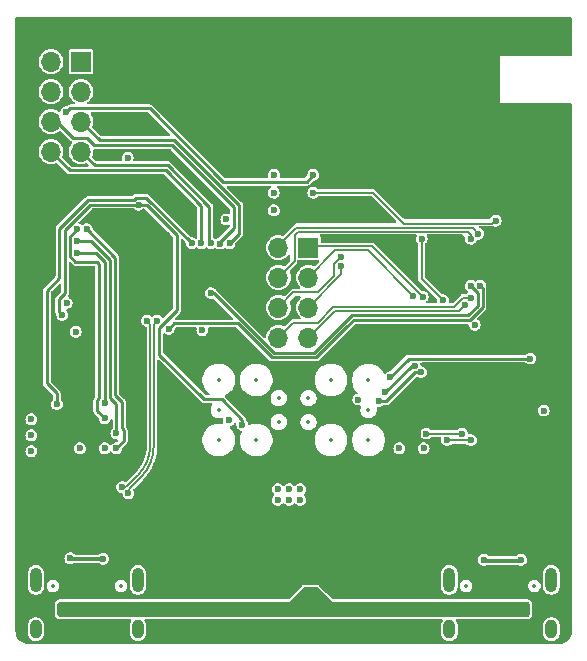
<source format=gbl>
%TF.GenerationSoftware,KiCad,Pcbnew,8.0.8*%
%TF.CreationDate,2025-03-20T14:25:15+01:00*%
%TF.ProjectId,RF_HID_module_test,52465f48-4944-45f6-9d6f-64756c655f74,rev?*%
%TF.SameCoordinates,Original*%
%TF.FileFunction,Copper,L4,Bot*%
%TF.FilePolarity,Positive*%
%FSLAX46Y46*%
G04 Gerber Fmt 4.6, Leading zero omitted, Abs format (unit mm)*
G04 Created by KiCad (PCBNEW 8.0.8) date 2025-03-20 14:25:15*
%MOMM*%
%LPD*%
G01*
G04 APERTURE LIST*
%TA.AperFunction,ComponentPad*%
%ADD10R,1.700000X1.700000*%
%TD*%
%TA.AperFunction,ComponentPad*%
%ADD11O,1.700000X1.700000*%
%TD*%
%TA.AperFunction,ComponentPad*%
%ADD12O,1.000000X2.100000*%
%TD*%
%TA.AperFunction,ComponentPad*%
%ADD13O,1.000000X1.600000*%
%TD*%
%TA.AperFunction,HeatsinkPad*%
%ADD14C,0.500000*%
%TD*%
%TA.AperFunction,HeatsinkPad*%
%ADD15R,2.700000X2.700000*%
%TD*%
%TA.AperFunction,ComponentPad*%
%ADD16R,0.900000X0.500000*%
%TD*%
%TA.AperFunction,ViaPad*%
%ADD17C,0.600000*%
%TD*%
%TA.AperFunction,Conductor*%
%ADD18C,0.200000*%
%TD*%
%TA.AperFunction,Conductor*%
%ADD19C,0.250000*%
%TD*%
%TA.AperFunction,Conductor*%
%ADD20C,0.300000*%
%TD*%
%TA.AperFunction,Conductor*%
%ADD21C,0.150000*%
%TD*%
%ADD22C,0.300000*%
%ADD23C,0.350000*%
%ADD24O,0.600000X1.700000*%
%ADD25O,0.600000X1.200000*%
%ADD26C,0.200000*%
G04 APERTURE END LIST*
D10*
%TO.P,J4,1,Pin_1*%
%TO.N,/STM_IO0*%
X142000000Y-98000000D03*
D11*
%TO.P,J4,2,Pin_2*%
%TO.N,/STM_IO1*%
X139459994Y-97999999D03*
%TO.P,J4,3,Pin_3*%
%TO.N,/STM_IO2*%
X141999999Y-100540006D03*
%TO.P,J4,4,Pin_4*%
%TO.N,/STM_IO3*%
X139460000Y-100540000D03*
%TO.P,J4,5,Pin_5*%
%TO.N,/STM_IO4*%
X142000000Y-103080000D03*
%TO.P,J4,6,Pin_6*%
%TO.N,/STM_IO5*%
X139459998Y-103080000D03*
%TO.P,J4,7,Pin_7*%
%TO.N,/STM_IO6*%
X142000000Y-105620000D03*
%TO.P,J4,8,Pin_8*%
%TO.N,/STM_IO7*%
X139460001Y-105620000D03*
%TD*%
D12*
%TO.P,J6,S1,SHIELD*%
%TO.N,unconnected-(J6-SHIELD-PadS1)_1*%
X138180000Y-141895000D03*
D13*
%TO.N,unconnected-(J6-SHIELD-PadS1)_2*%
X138180000Y-146075000D03*
D12*
%TO.N,unconnected-(J6-SHIELD-PadS1)_3*%
X146820000Y-141895000D03*
D13*
%TO.N,unconnected-(J6-SHIELD-PadS1)*%
X146820000Y-146075000D03*
%TD*%
D10*
%TO.P,J2,1,Pin_1*%
%TO.N,/CH_IO0*%
X161250000Y-113750000D03*
D11*
%TO.P,J2,2,Pin_2*%
%TO.N,/CH_IO1*%
X158709996Y-113749998D03*
%TO.P,J2,3,Pin_3*%
%TO.N,/CH_IO2*%
X161249998Y-116290004D03*
%TO.P,J2,4,Pin_4*%
%TO.N,/CH_IO3*%
X158710000Y-116290000D03*
%TO.P,J2,5,Pin_5*%
%TO.N,/CH_IO4*%
X161250000Y-118830000D03*
%TO.P,J2,6,Pin_6*%
%TO.N,/CH_IO5*%
X158709999Y-118829998D03*
%TO.P,J2,7,Pin_7*%
%TO.N,/CH_IO6*%
X161250000Y-121370000D03*
%TO.P,J2,8,Pin_8*%
%TO.N,/CH_IO7*%
X158710001Y-121370000D03*
%TD*%
D12*
%TO.P,J7,S1,SHIELD*%
%TO.N,unconnected-(J7-SHIELD-PadS1)_2*%
X173180000Y-141895000D03*
D13*
%TO.N,unconnected-(J7-SHIELD-PadS1)*%
X173180000Y-146075000D03*
D12*
%TO.N,unconnected-(J7-SHIELD-PadS1)_1*%
X181820000Y-141895000D03*
D13*
%TO.N,unconnected-(J7-SHIELD-PadS1)_3*%
X181820000Y-146075000D03*
%TD*%
D14*
%TO.P,U3,21,EPAD*%
%TO.N,GND*%
X158900000Y-138900000D03*
X158900000Y-141100000D03*
D15*
X160000000Y-140000000D03*
D14*
X161100000Y-138900000D03*
X161100000Y-141100000D03*
%TD*%
D16*
%TO.P,AE1,2*%
%TO.N,GND*%
X166550000Y-94500000D03*
%TD*%
D17*
%TO.N,GND*%
X136750000Y-144750000D03*
X136750000Y-143750000D03*
X136750000Y-142750000D03*
X136750000Y-141750000D03*
X136750000Y-140750000D03*
X136750000Y-139750000D03*
X136750000Y-138750000D03*
X136750000Y-137750000D03*
X136750000Y-136750000D03*
X136750000Y-135750000D03*
X136750000Y-134750000D03*
X136750000Y-133750000D03*
X136750000Y-132750000D03*
X136750000Y-131750000D03*
X136750000Y-130750000D03*
X136750000Y-129750000D03*
X136750000Y-128750000D03*
X136750000Y-127750000D03*
X136750000Y-126750000D03*
X136750000Y-125750000D03*
X136750000Y-124750000D03*
X136750000Y-123750000D03*
X136750000Y-122750000D03*
X136750000Y-121750000D03*
X136750000Y-120750000D03*
X136750000Y-119750000D03*
X136750000Y-118750000D03*
X136750000Y-117750000D03*
X136750000Y-116750000D03*
X136750000Y-115750000D03*
X136750000Y-114750000D03*
X136750000Y-113750000D03*
X136750000Y-112750000D03*
X136750000Y-111750000D03*
X136749999Y-110743675D03*
X136750000Y-109750000D03*
X136750000Y-108750000D03*
X136750000Y-107750000D03*
X136750000Y-106750000D03*
X136750000Y-105750000D03*
X136750000Y-104750000D03*
X136750000Y-103750000D03*
X136750000Y-102750000D03*
X136750000Y-101750000D03*
X136750000Y-100750000D03*
X136750000Y-99750000D03*
X136750000Y-98750000D03*
X180352095Y-95405305D03*
X163722952Y-96057733D03*
X156750000Y-94750000D03*
X183250000Y-112750000D03*
X171000000Y-146750000D03*
X183250000Y-120750000D03*
X147000000Y-115000000D03*
X168000000Y-146750000D03*
X164511120Y-101655025D03*
X183250000Y-137750000D03*
X183250000Y-116750000D03*
X182200000Y-120950000D03*
X166000000Y-146750000D03*
X177000000Y-101450000D03*
X172000000Y-146750000D03*
X178800000Y-96927692D03*
X183250000Y-127750000D03*
X183250000Y-125750000D03*
X166928452Y-98213984D03*
X177000000Y-100550000D03*
X181250000Y-94750000D03*
X153000000Y-146750000D03*
X148750000Y-94750000D03*
X174000000Y-114000000D03*
X157750000Y-94750000D03*
X152750000Y-94750000D03*
X148325002Y-103950000D03*
X183250000Y-131750000D03*
X170250000Y-94750000D03*
X156000000Y-122000000D03*
X183250000Y-126750000D03*
X183250000Y-115750000D03*
X146750000Y-94750000D03*
X168317766Y-109132234D03*
X183250000Y-142750000D03*
X177700000Y-101950000D03*
X177000000Y-97850000D03*
X161750000Y-94750000D03*
X156000000Y-123000000D03*
X173250000Y-108724999D03*
X183000000Y-146500000D03*
X166273191Y-105151054D03*
X161799803Y-103652691D03*
X183250000Y-145750000D03*
X176997123Y-96934814D03*
X151875000Y-108400000D03*
X159000000Y-146750000D03*
X177250000Y-94750000D03*
X181243950Y-95705232D03*
X170232234Y-108917766D03*
X179450000Y-95372308D03*
X177000000Y-99650000D03*
X183250000Y-143750000D03*
X150750000Y-94750000D03*
X148850000Y-105675000D03*
X180400000Y-101950000D03*
X155750000Y-94750000D03*
X137800000Y-123900000D03*
X173000000Y-115000000D03*
X160750000Y-94750000D03*
X183250000Y-109750000D03*
X166706993Y-106909512D03*
X183250000Y-122750000D03*
X159750000Y-94750000D03*
X145750000Y-94750000D03*
X183250000Y-138750000D03*
X167744417Y-99865833D03*
X166423879Y-106049501D03*
X173250000Y-94750000D03*
X172000000Y-116000000D03*
X165042766Y-98457234D03*
X167250000Y-94750000D03*
X160355903Y-101984576D03*
X177900000Y-96927692D03*
X141500000Y-146750000D03*
X167494541Y-98983769D03*
X167425001Y-113250000D03*
X169275088Y-100775088D03*
X146774998Y-108966942D03*
X149750000Y-94750000D03*
X162700000Y-101747308D03*
X172650088Y-97400088D03*
X144350000Y-130000000D03*
X169582234Y-108267766D03*
X167752692Y-104266505D03*
X183250000Y-124750000D03*
X144500000Y-146750000D03*
X176250000Y-94750000D03*
X183250000Y-111750000D03*
X156000000Y-146750000D03*
X165872308Y-100786897D03*
X163600000Y-101747308D03*
X183250000Y-110750000D03*
X174950718Y-95814113D03*
X153500000Y-112425001D03*
X181964874Y-96265051D03*
X183250000Y-117750000D03*
X139724999Y-117650000D03*
X144750000Y-94750000D03*
X175829107Y-95537256D03*
X145700000Y-141255000D03*
X139300000Y-141255000D03*
X142500000Y-117374999D03*
X160000000Y-146750000D03*
X183250000Y-104750000D03*
X164502329Y-103334543D03*
X165413103Y-101372308D03*
X183250000Y-144750000D03*
X183250000Y-139750000D03*
X138775000Y-133374131D03*
X158200000Y-127500000D03*
X183250000Y-105750000D03*
X165601923Y-96855468D03*
X183250000Y-140750000D03*
X169411412Y-103421123D03*
X170000000Y-146750000D03*
X161830405Y-127500000D03*
X166175001Y-103360588D03*
X171724912Y-100524912D03*
X171550000Y-120800000D03*
X169617766Y-110432234D03*
X167824999Y-103360589D03*
X143500000Y-146750000D03*
X179500000Y-101950000D03*
X151974999Y-103949999D03*
X137800000Y-122550000D03*
X183250000Y-108750000D03*
X183250000Y-103750000D03*
X171250000Y-94750000D03*
X151072550Y-126950000D03*
X160354138Y-103004013D03*
X163947183Y-96957578D03*
X167137592Y-107738690D03*
X158750000Y-94750000D03*
X151750000Y-94750000D03*
X174850000Y-108724999D03*
X178500000Y-146750000D03*
X165222155Y-95150000D03*
X139750000Y-94750000D03*
X167425000Y-111400000D03*
X152000000Y-146750000D03*
X166229772Y-99922948D03*
X176719393Y-95397787D03*
X168373045Y-106867786D03*
X183250000Y-141750000D03*
X138750000Y-94750000D03*
X155000000Y-146750000D03*
X177500000Y-146750000D03*
X168936751Y-107620168D03*
X183250000Y-134750000D03*
X173074912Y-99174912D03*
X182250000Y-94750000D03*
X180700000Y-141255000D03*
X179500000Y-146750000D03*
X149000000Y-146750000D03*
X164000000Y-146750000D03*
X180250000Y-94750000D03*
X183250000Y-96750000D03*
X174500000Y-146750000D03*
X182200000Y-122500000D03*
X167993280Y-106051091D03*
X151000000Y-146750000D03*
X172250000Y-94750000D03*
X161669998Y-110600001D03*
X182502066Y-96911280D03*
X180500000Y-146750000D03*
X178250000Y-94750000D03*
X161000000Y-103650000D03*
X183250000Y-95750000D03*
X169950088Y-100100088D03*
X161000000Y-146750000D03*
X139500000Y-146750000D03*
X183250000Y-107750000D03*
X162700000Y-103252692D03*
X176500000Y-146750000D03*
X150250000Y-106800000D03*
X169719694Y-102530129D03*
X183250000Y-123750000D03*
X183250000Y-132750000D03*
X178100000Y-109550000D03*
X181274999Y-120200000D03*
X157000000Y-146750000D03*
X165729600Y-99144068D03*
X179700000Y-96927692D03*
X183250000Y-136750000D03*
X183250000Y-129750000D03*
X183250000Y-135750000D03*
X149450000Y-117450000D03*
X143750000Y-94750000D03*
X177622554Y-95372308D03*
X136750000Y-94750000D03*
X140500000Y-146750000D03*
X183250000Y-94750000D03*
X183250000Y-130750000D03*
X174106510Y-96230233D03*
X163650000Y-95150000D03*
X142500000Y-146750000D03*
X164397597Y-97759744D03*
X144550000Y-112550000D03*
X136750000Y-145750000D03*
X136750000Y-97750000D03*
X172000000Y-114000000D03*
X154750000Y-94750000D03*
X171300088Y-98750088D03*
X174300000Y-141255000D03*
X183250000Y-106750000D03*
X163000000Y-146750000D03*
X169000000Y-146750000D03*
X174248875Y-120701124D03*
X149310210Y-112689790D03*
X173749911Y-98499911D03*
X177000000Y-98750000D03*
X153750000Y-94750000D03*
X177500000Y-139605000D03*
X179250000Y-94750000D03*
X168127692Y-100777484D03*
X137750000Y-94750000D03*
X166248351Y-97533883D03*
X183250000Y-133750000D03*
X176850000Y-108400000D03*
X178550000Y-95372308D03*
X153990649Y-146751079D03*
X163600000Y-103252692D03*
X175250000Y-94750000D03*
X182200000Y-123900000D03*
X171049912Y-101199912D03*
X172399912Y-99849912D03*
X183250000Y-121750000D03*
X168585880Y-101372308D03*
X181300000Y-101950000D03*
X174000000Y-116000000D03*
X171533954Y-110219501D03*
X149874998Y-109050000D03*
X137800000Y-125200000D03*
X170625088Y-99425088D03*
X175500000Y-146750000D03*
X174250000Y-94750000D03*
X180592845Y-97125321D03*
X167000000Y-146750000D03*
X173337253Y-96762664D03*
X171975088Y-98075088D03*
X178600000Y-101950000D03*
X170882234Y-109567766D03*
X149000000Y-126950000D03*
X174424356Y-97882381D03*
X168967766Y-109782234D03*
X140750000Y-94750000D03*
X162000000Y-146750000D03*
X177100000Y-127465001D03*
X170374912Y-101874912D03*
X158000000Y-146750000D03*
X177100000Y-126350000D03*
X183250000Y-113750000D03*
X136750000Y-95750000D03*
X168570380Y-103627692D03*
X150000000Y-146750000D03*
X183250000Y-114750000D03*
X145500000Y-146750000D03*
X167783625Y-105143053D03*
X167689733Y-108481601D03*
X165361197Y-103627692D03*
X162750000Y-94750000D03*
X148000000Y-146750000D03*
X182200000Y-125250000D03*
X175227042Y-97393453D03*
X183250000Y-128750000D03*
X161813266Y-101347308D03*
X161000000Y-101350000D03*
X183250000Y-118750000D03*
X142750000Y-94750000D03*
X182200000Y-101950000D03*
X157000000Y-123000000D03*
X147750000Y-94750000D03*
X165000000Y-146750000D03*
X168250000Y-94750000D03*
X183100000Y-101950000D03*
X183250000Y-102750000D03*
X166247308Y-104266505D03*
X136750000Y-96750000D03*
X142500000Y-139350000D03*
X169250000Y-94750000D03*
X141750000Y-94750000D03*
X170267766Y-111082234D03*
X137000000Y-146500000D03*
X183250000Y-119750000D03*
X176107080Y-97073028D03*
X165243148Y-96046166D03*
%TO.N,+3V3*%
X159625000Y-135125000D03*
X160562500Y-134225000D03*
X165476083Y-126623918D03*
X137800000Y-129650000D03*
X141900000Y-130750000D03*
X145950000Y-106150000D03*
X154300000Y-111375001D03*
X175332519Y-120283162D03*
X152274999Y-120750000D03*
X158325000Y-110600001D03*
X181175000Y-127550000D03*
X137800000Y-131000000D03*
X137800000Y-128300000D03*
X159625000Y-134225000D03*
X158675000Y-135125000D03*
X171000000Y-130750000D03*
X160562500Y-135125000D03*
X140774999Y-118450000D03*
X154523918Y-128376082D03*
X168950000Y-130750000D03*
X144000000Y-130750000D03*
X158675000Y-134225000D03*
X141550000Y-120875000D03*
X158319999Y-109100000D03*
X158325000Y-107600001D03*
%TO.N,/CH_VDCIA*%
X170847309Y-113000000D03*
X172650000Y-118200000D03*
%TO.N,/CH_NRST*%
X168165335Y-124728077D03*
X180050000Y-123150000D03*
%TO.N,/CH_STATUS*%
X177102816Y-111475002D03*
X161669998Y-109100002D03*
%TO.N,+5V*%
X140750000Y-144250000D03*
X161000000Y-143750000D03*
X161000000Y-142875000D03*
X144250000Y-144250000D03*
X175750000Y-144250000D03*
X161875000Y-143750000D03*
X161875000Y-142875000D03*
X179250000Y-144250000D03*
%TO.N,/STM_NRST*%
X140425000Y-119452081D03*
X155650001Y-128751562D03*
X146875001Y-110116942D03*
%TO.N,/STM_BOOT*%
X139950000Y-127000000D03*
X151374282Y-113375001D03*
%TO.N,/STM_STATUS*%
X140750000Y-102290006D03*
X161669998Y-107600002D03*
%TO.N,/CH_IO7*%
X175000000Y-118000000D03*
%TO.N,/CH_IO6*%
X174501410Y-118598590D03*
%TO.N,/CH_IO3*%
X175000000Y-113000000D03*
%TO.N,/CH_IO0*%
X170919974Y-117900000D03*
%TO.N,/CH_IO4*%
X164050000Y-115300000D03*
%TO.N,/CH_IO5*%
X164050000Y-114549999D03*
%TO.N,/CH_IO1*%
X175617962Y-112575001D03*
%TO.N,/CH_IO2*%
X170134987Y-117892831D03*
%TO.N,/STM_IO4*%
X154573443Y-113397312D03*
%TO.N,/STM_IO5*%
X153773537Y-113409707D03*
%TO.N,/STM_IO6*%
X152974288Y-113375001D03*
%TO.N,/STM_IO7*%
X152174285Y-113375001D03*
%TO.N,/CH_SWDIO*%
X167249999Y-126749999D03*
X170769124Y-124291307D03*
%TO.N,/CH_SWCLK*%
X167750000Y-126000000D03*
X170250000Y-123750000D03*
%TO.N,Net-(J6-CC1)*%
X143900000Y-140105000D03*
X141087500Y-140062500D03*
%TO.N,Net-(J7-CC1)*%
X176100000Y-140173907D03*
X179250000Y-140200000D03*
%TO.N,/CH_FLASH_SPI_MISO*%
X173000000Y-130050000D03*
X175000000Y-130050000D03*
%TO.N,/CH_W25Q128_NRST*%
X171250000Y-129500000D03*
X174250000Y-129500000D03*
%TO.N,/TX*%
X152994087Y-117605913D03*
X175000000Y-117000000D03*
%TO.N,/RX*%
X175806587Y-116993413D03*
X149424999Y-120622515D03*
%TO.N,/STM_USB/USB_DN*%
X145484834Y-134034834D03*
X147600000Y-119950000D03*
%TO.N,/STM_USB/USB_DP*%
X148400003Y-119950000D03*
X146015166Y-134565166D03*
%TO.N,/STM_FLASH_SPI_MISO*%
X145000000Y-129485000D03*
X141700000Y-113200000D03*
%TO.N,/STM_FLASH_SPI_CLK*%
X141699997Y-112200000D03*
X144000000Y-128200000D03*
%TO.N,/STM_FLASH_SPI_NCS*%
X142500000Y-112200000D03*
X145000000Y-130755000D03*
%TO.N,/STM_FLASH_SPI_MOSI*%
X141700000Y-114250000D03*
X144000000Y-126950000D03*
%TD*%
D18*
%TO.N,/CH_VDCIA*%
X170847309Y-116397309D02*
X170847309Y-113000000D01*
X172650000Y-118200000D02*
X170847309Y-116397309D01*
D19*
%TO.N,/CH_NRST*%
X168165335Y-124728077D02*
X169743412Y-123150000D01*
X169743412Y-123150000D02*
X180050000Y-123150000D01*
D18*
%TO.N,/CH_STATUS*%
X177102816Y-111475002D02*
X176827818Y-111750000D01*
X176827818Y-111750000D02*
X169350000Y-111750000D01*
X169350000Y-111750000D02*
X166700002Y-109100002D01*
X166700002Y-109100002D02*
X161669998Y-109100002D01*
D19*
%TO.N,/STM_NRST*%
X140625000Y-112275000D02*
X140625000Y-117633883D01*
X147550537Y-110116942D02*
X146875001Y-110116942D01*
X140149999Y-118108884D02*
X140149999Y-119177080D01*
X148638176Y-122827103D02*
X148638176Y-120525000D01*
X155650001Y-128329922D02*
X153920079Y-126600000D01*
X155650001Y-128751562D02*
X155650001Y-128329922D01*
X153920079Y-126600000D02*
X152411073Y-126600000D01*
X150100000Y-119063176D02*
X150100000Y-112666405D01*
X148638176Y-120525000D02*
X150100000Y-119063176D01*
X140625000Y-117633883D02*
X140149999Y-118108884D01*
X152411073Y-126600000D02*
X148638176Y-122827103D01*
X142783058Y-110116942D02*
X140625000Y-112275000D01*
X150100000Y-112666405D02*
X147550537Y-110116942D01*
X146875001Y-110116942D02*
X142783058Y-110116942D01*
X140149999Y-119177080D02*
X140425000Y-119452081D01*
%TO.N,/STM_BOOT*%
X142617372Y-109716942D02*
X146461828Y-109716942D01*
X139099999Y-117391116D02*
X140175000Y-116316115D01*
X147541223Y-109541942D02*
X151374282Y-113375001D01*
X139950000Y-126100000D02*
X139099999Y-125249999D01*
X139950000Y-127000000D02*
X139950000Y-126100000D01*
X146461828Y-109716942D02*
X146636828Y-109541942D01*
X139099999Y-125249999D02*
X139099999Y-117391116D01*
X146636828Y-109541942D02*
X147541223Y-109541942D01*
X140175000Y-112159314D02*
X142617372Y-109716942D01*
X140175000Y-116316115D02*
X140175000Y-112159314D01*
%TO.N,/STM_STATUS*%
X140750000Y-102290006D02*
X141085006Y-101955000D01*
X154025001Y-108175001D02*
X161094999Y-108175001D01*
X161094999Y-108175001D02*
X161669998Y-107600002D01*
X141085006Y-101955000D02*
X147805000Y-101955000D01*
X147805000Y-101955000D02*
X154025001Y-108175001D01*
D18*
%TO.N,/CH_IO7*%
X175000000Y-118000000D02*
X174322182Y-118000000D01*
X163375026Y-118750000D02*
X162025026Y-120100000D01*
X174322182Y-118000000D02*
X173572182Y-118750000D01*
X173572182Y-118750000D02*
X163375026Y-118750000D01*
X162025026Y-120100000D02*
X159980001Y-120100000D01*
X159980001Y-120100000D02*
X158710001Y-121370000D01*
%TO.N,/CH_IO6*%
X174501410Y-118598590D02*
X174000000Y-119100000D01*
X163520000Y-119100000D02*
X161250000Y-121370000D01*
X174000000Y-119100000D02*
X163520000Y-119100000D01*
%TO.N,/CH_IO3*%
X174750000Y-112450000D02*
X160350000Y-112450000D01*
X175000000Y-112700000D02*
X174750000Y-112450000D01*
X160150000Y-114850000D02*
X158710000Y-116290000D01*
X160150000Y-112650000D02*
X160150000Y-114850000D01*
X160350000Y-112450000D02*
X160150000Y-112650000D01*
X175000000Y-113000000D02*
X175000000Y-112700000D01*
%TO.N,/CH_IO0*%
X166669974Y-113650000D02*
X161350000Y-113650000D01*
X161350000Y-113650000D02*
X161250000Y-113750000D01*
X170919974Y-117900000D02*
X166669974Y-113650000D01*
%TO.N,/CH_IO4*%
X164050000Y-116030000D02*
X161250000Y-118830000D01*
X164050000Y-115300000D02*
X164050000Y-116030000D01*
%TO.N,/CH_IO5*%
X162035026Y-117550000D02*
X159989997Y-117550000D01*
X163450000Y-116135026D02*
X162035026Y-117550000D01*
X164050000Y-114549999D02*
X164022183Y-114549999D01*
X159989997Y-117550000D02*
X158709999Y-118829998D01*
X164022183Y-114549999D02*
X163450000Y-115122182D01*
X163450000Y-115122182D02*
X163450000Y-116135026D01*
%TO.N,/CH_IO1*%
X175617962Y-112567962D02*
X175150000Y-112100000D01*
X158709996Y-113595030D02*
X158709996Y-113749998D01*
X175150000Y-112100000D02*
X160205026Y-112100000D01*
X160205026Y-112100000D02*
X158709996Y-113595030D01*
X175617962Y-112575001D02*
X175617962Y-112567962D01*
%TO.N,/CH_IO2*%
X170134987Y-117892831D02*
X170134987Y-117834987D01*
X166300000Y-114000000D02*
X163540002Y-114000000D01*
X170134987Y-117834987D02*
X166300000Y-114000000D01*
X163540002Y-114000000D02*
X161249998Y-116290004D01*
D19*
%TO.N,/STM_IO4*%
X149908886Y-104650000D02*
X143570000Y-104650000D01*
X154573443Y-113397312D02*
X155375000Y-112595755D01*
X155375000Y-112595755D02*
X155375000Y-110116114D01*
X143570000Y-104650000D02*
X142000000Y-103080000D01*
X155375000Y-110116114D02*
X149908886Y-104650000D01*
%TO.N,/STM_IO5*%
X154925000Y-110302510D02*
X149722490Y-105100000D01*
X154925000Y-112138903D02*
X154925000Y-110302510D01*
X142486701Y-104445000D02*
X141345000Y-104445000D01*
X149722490Y-105100000D02*
X143141701Y-105100000D01*
X153773537Y-113290366D02*
X154925000Y-112138903D01*
X153773537Y-113409707D02*
X153773537Y-113290366D01*
X139980000Y-103080000D02*
X139459998Y-103080000D01*
X143141701Y-105100000D02*
X142486701Y-104445000D01*
X141345000Y-104445000D02*
X139980000Y-103080000D01*
%TO.N,/STM_IO6*%
X152875000Y-110283884D02*
X149366116Y-106775000D01*
X152875000Y-113275713D02*
X152875000Y-110283884D01*
X149366116Y-106775000D02*
X143155000Y-106775000D01*
X143155000Y-106775000D02*
X142000000Y-105620000D01*
X152974288Y-113375001D02*
X152875000Y-113275713D01*
%TO.N,/STM_IO7*%
X141065001Y-107225000D02*
X139460001Y-105620000D01*
X152174285Y-110219565D02*
X149179720Y-107225000D01*
X152174285Y-113375001D02*
X152174285Y-110219565D01*
X149179720Y-107225000D02*
X141065001Y-107225000D01*
%TO.N,/CH_SWDIO*%
X170275000Y-124325000D02*
X170735431Y-124325000D01*
X170735431Y-124325000D02*
X170769124Y-124291307D01*
X167850001Y-126749999D02*
X170275000Y-124325000D01*
X167249999Y-126749999D02*
X167850001Y-126749999D01*
%TO.N,/CH_SWCLK*%
X167750000Y-126000000D02*
X170000000Y-123750000D01*
X170000000Y-123750000D02*
X170250000Y-123750000D01*
D20*
%TO.N,Net-(J6-CC1)*%
X143900000Y-140105000D02*
X143895000Y-140100000D01*
X141125000Y-140100000D02*
X141087500Y-140062500D01*
X143895000Y-140100000D02*
X141125000Y-140100000D01*
%TO.N,Net-(J7-CC1)*%
X176181093Y-140255000D02*
X179195000Y-140255000D01*
X179195000Y-140255000D02*
X179250000Y-140200000D01*
X176100000Y-140173907D02*
X176181093Y-140255000D01*
D18*
%TO.N,/CH_FLASH_SPI_MISO*%
X173000000Y-130050000D02*
X175000000Y-130050000D01*
%TO.N,/CH_W25Q128_NRST*%
X174250000Y-129500000D02*
X171250000Y-129500000D01*
D19*
%TO.N,/TX*%
X175575000Y-117575000D02*
X175000000Y-117000000D01*
X164925000Y-119475000D02*
X174761827Y-119475000D01*
X161750000Y-122650000D02*
X164925000Y-119475000D01*
X158300000Y-122650000D02*
X161750000Y-122650000D01*
X175575000Y-118661827D02*
X175575000Y-117575000D01*
X152994087Y-117605913D02*
X153255913Y-117605913D01*
X153255913Y-117605913D02*
X158300000Y-122650000D01*
X174761827Y-119475000D02*
X175575000Y-118661827D01*
%TO.N,/RX*%
X169250000Y-119875000D02*
X174927513Y-119875000D01*
X164532843Y-120432843D02*
X165090686Y-119875000D01*
X174927513Y-119875000D02*
X176000000Y-118802513D01*
X155259314Y-120175000D02*
X158134314Y-123050000D01*
X165090686Y-119875000D02*
X169250000Y-119875000D01*
X158134314Y-123050000D02*
X161915686Y-123050000D01*
X176000000Y-117186826D02*
X175806587Y-116993413D01*
X149424999Y-120622515D02*
X149872514Y-120175000D01*
X161915686Y-123050000D02*
X164532843Y-120432843D01*
X149872514Y-120175000D02*
X155259314Y-120175000D01*
X176000000Y-118802513D02*
X176000000Y-117186826D01*
D21*
%TO.N,/STM_USB/USB_DN*%
X147600000Y-119950000D02*
X147725000Y-120075000D01*
X147850001Y-130540441D02*
X147850001Y-120376778D01*
X146826516Y-133011349D02*
X145915533Y-133922333D01*
X145643933Y-134034834D02*
X145484834Y-134034834D01*
X147725000Y-120075000D02*
G75*
G02*
X147850010Y-120376778I-301800J-301800D01*
G01*
X145915533Y-133922333D02*
G75*
G02*
X145643933Y-134034847I-271633J271633D01*
G01*
X147850001Y-130540441D02*
G75*
G02*
X146826498Y-133011331I-3494401J41D01*
G01*
%TO.N,/STM_USB/USB_DP*%
X148150002Y-130602573D02*
X148150002Y-120376778D01*
X148400003Y-119950000D02*
X148275002Y-120075000D01*
X147082583Y-133179548D02*
X146127666Y-134134466D01*
X146015166Y-134406066D02*
X146015166Y-134565166D01*
X148275002Y-120075000D02*
G75*
G03*
X148149992Y-120376778I301798J-301800D01*
G01*
X148150002Y-130602573D02*
G75*
G02*
X147082599Y-133179564I-3644402J-27D01*
G01*
X146127666Y-134134466D02*
G75*
G03*
X146015152Y-134406066I271634J-271634D01*
G01*
D19*
%TO.N,/STM_FLASH_SPI_MISO*%
X144450000Y-126450000D02*
X144450000Y-114813604D01*
X145000000Y-129485000D02*
X145000000Y-127000000D01*
X142836396Y-113200000D02*
X141700000Y-113200000D01*
X144450000Y-114813604D02*
X142836396Y-113200000D01*
X145000000Y-127000000D02*
X144450000Y-126450000D01*
%TO.N,/STM_FLASH_SPI_CLK*%
X143550000Y-115186396D02*
X143550000Y-126516116D01*
X141075000Y-112824997D02*
X141075000Y-114508884D01*
X143313604Y-114950000D02*
X143550000Y-115186396D01*
X141075000Y-114508884D02*
X141516116Y-114950000D01*
X143550000Y-126516116D02*
X143375000Y-126691116D01*
X141699997Y-112200000D02*
X141075000Y-112824997D01*
X143375000Y-127575000D02*
X144000000Y-128200000D01*
X141516116Y-114950000D02*
X143313604Y-114950000D01*
X143375000Y-126691116D02*
X143375000Y-127575000D01*
%TO.N,/STM_FLASH_SPI_NCS*%
X145625000Y-130130000D02*
X145625000Y-129226116D01*
X145450000Y-129051116D02*
X145450000Y-126813604D01*
X145000000Y-130755000D02*
X145625000Y-130130000D01*
X145625000Y-129226116D02*
X145450000Y-129051116D01*
X145450000Y-126813604D02*
X144900000Y-126263604D01*
X144900000Y-114600000D02*
X142500000Y-112200000D01*
X144900000Y-126263604D02*
X144900000Y-114600000D01*
%TO.N,/STM_FLASH_SPI_MOSI*%
X144000000Y-115000000D02*
X144000000Y-126950000D01*
X143250000Y-114250000D02*
X144000000Y-115000000D01*
X141700000Y-114250000D02*
X143250000Y-114250000D01*
%TD*%
%TA.AperFunction,Conductor*%
%TO.N,GND*%
G36*
X170383676Y-112619407D02*
G01*
X170419640Y-112668907D01*
X170419640Y-112730093D01*
X170415538Y-112740627D01*
X170362143Y-112857543D01*
X170341662Y-112999997D01*
X170341662Y-113000002D01*
X170362143Y-113142456D01*
X170371776Y-113163548D01*
X170421932Y-113273373D01*
X170509994Y-113375003D01*
X170520818Y-113387494D01*
X170518780Y-113389259D01*
X170544234Y-113431458D01*
X170546809Y-113453893D01*
X170546809Y-116436873D01*
X170567287Y-116513296D01*
X170600037Y-116570021D01*
X170600038Y-116570023D01*
X170606846Y-116581816D01*
X170606847Y-116581817D01*
X170606849Y-116581820D01*
X171370475Y-117345446D01*
X172119453Y-118094424D01*
X172147230Y-118148941D01*
X172147441Y-118178514D01*
X172144354Y-118199997D01*
X172144353Y-118200002D01*
X172163965Y-118336411D01*
X172153532Y-118396700D01*
X172109654Y-118439343D01*
X172065973Y-118449500D01*
X171322866Y-118449500D01*
X171264675Y-118430593D01*
X171228711Y-118381093D01*
X171228711Y-118319907D01*
X171248047Y-118285669D01*
X171284547Y-118243545D01*
X171345351Y-118173373D01*
X171405139Y-118042457D01*
X171413652Y-117983245D01*
X171425621Y-117900002D01*
X171425621Y-117899997D01*
X171405139Y-117757543D01*
X171377456Y-117696927D01*
X171345351Y-117626627D01*
X171251102Y-117517857D01*
X171251101Y-117517856D01*
X171251100Y-117517855D01*
X171130031Y-117440049D01*
X171130028Y-117440047D01*
X171130027Y-117440047D01*
X171130024Y-117440046D01*
X170991938Y-117399500D01*
X170991935Y-117399500D01*
X170885453Y-117399500D01*
X170827262Y-117380593D01*
X170815449Y-117370504D01*
X168857260Y-115412315D01*
X166854485Y-113409540D01*
X166833306Y-113397312D01*
X166833304Y-113397311D01*
X166794665Y-113375003D01*
X166785962Y-113369978D01*
X166709538Y-113349500D01*
X166709536Y-113349500D01*
X162399500Y-113349500D01*
X162341309Y-113330593D01*
X162305345Y-113281093D01*
X162300500Y-113250500D01*
X162300500Y-112880253D01*
X162300498Y-112880241D01*
X162294159Y-112848374D01*
X162288867Y-112821769D01*
X162244552Y-112755448D01*
X162243920Y-112754502D01*
X162227311Y-112695614D01*
X162248488Y-112638210D01*
X162299362Y-112604217D01*
X162326235Y-112600500D01*
X170325485Y-112600500D01*
X170383676Y-112619407D01*
G37*
%TD.AperFunction*%
%TA.AperFunction,Conductor*%
G36*
X149604846Y-105444407D02*
G01*
X149616659Y-105454496D01*
X154570504Y-110408341D01*
X154598281Y-110462858D01*
X154599500Y-110478345D01*
X154599500Y-110809063D01*
X154580593Y-110867254D01*
X154531093Y-110903218D01*
X154472609Y-110904053D01*
X154371964Y-110874501D01*
X154371961Y-110874501D01*
X154228039Y-110874501D01*
X154228035Y-110874501D01*
X154089949Y-110915047D01*
X154089942Y-110915050D01*
X153968873Y-110992856D01*
X153874622Y-111101629D01*
X153814834Y-111232544D01*
X153794353Y-111374998D01*
X153794353Y-111375003D01*
X153814834Y-111517457D01*
X153874622Y-111648372D01*
X153874623Y-111648374D01*
X153954059Y-111740049D01*
X153968873Y-111757145D01*
X154084281Y-111831313D01*
X154089947Y-111834954D01*
X154165527Y-111857146D01*
X154228035Y-111875500D01*
X154228036Y-111875500D01*
X154228039Y-111875501D01*
X154228041Y-111875501D01*
X154371959Y-111875501D01*
X154371961Y-111875501D01*
X154472610Y-111845948D01*
X154533769Y-111847695D01*
X154582222Y-111885058D01*
X154599500Y-111940938D01*
X154599500Y-111963067D01*
X154580593Y-112021258D01*
X154570504Y-112033071D01*
X153709239Y-112894335D01*
X153667127Y-112919321D01*
X153563482Y-112949754D01*
X153445898Y-113025321D01*
X153386723Y-113040876D01*
X153329706Y-113018677D01*
X153317555Y-113006867D01*
X153305417Y-112992859D01*
X153305416Y-112992858D01*
X153245975Y-112954657D01*
X153207245Y-112907291D01*
X153200500Y-112871374D01*
X153200500Y-110241032D01*
X153200500Y-110241031D01*
X153178318Y-110158246D01*
X153135465Y-110084022D01*
X153124702Y-110073259D01*
X153074862Y-110023418D01*
X153074862Y-110023419D01*
X149565978Y-106514535D01*
X149565975Y-106514533D01*
X149565974Y-106514532D01*
X149565973Y-106514531D01*
X149491758Y-106471683D01*
X149491760Y-106471683D01*
X149459637Y-106463076D01*
X149408969Y-106449500D01*
X149408967Y-106449500D01*
X146517493Y-106449500D01*
X146459302Y-106430593D01*
X146423338Y-106381093D01*
X146423338Y-106319907D01*
X146427440Y-106309373D01*
X146435165Y-106292456D01*
X146455647Y-106150002D01*
X146455647Y-106149997D01*
X146435165Y-106007543D01*
X146375377Y-105876628D01*
X146375377Y-105876627D01*
X146281128Y-105767857D01*
X146281127Y-105767856D01*
X146281126Y-105767855D01*
X146160057Y-105690049D01*
X146160054Y-105690047D01*
X146160053Y-105690047D01*
X146160050Y-105690046D01*
X146021964Y-105649500D01*
X146021961Y-105649500D01*
X145878039Y-105649500D01*
X145878035Y-105649500D01*
X145739949Y-105690046D01*
X145739942Y-105690049D01*
X145618873Y-105767855D01*
X145524622Y-105876628D01*
X145464834Y-106007543D01*
X145444353Y-106149997D01*
X145444353Y-106150002D01*
X145464834Y-106292456D01*
X145472560Y-106309373D01*
X145479535Y-106370160D01*
X145449449Y-106423437D01*
X145393793Y-106448855D01*
X145382507Y-106449500D01*
X143330833Y-106449500D01*
X143272642Y-106430593D01*
X143260829Y-106420503D01*
X142988502Y-106148175D01*
X142960725Y-106093659D01*
X142970296Y-106033227D01*
X142971158Y-106031574D01*
X142975232Y-106023954D01*
X143035300Y-105825934D01*
X143035301Y-105825929D01*
X143055583Y-105620003D01*
X143055583Y-105619997D01*
X143047133Y-105534204D01*
X143060245Y-105474440D01*
X143105982Y-105433797D01*
X143145656Y-105425500D01*
X143184554Y-105425500D01*
X149546655Y-105425500D01*
X149604846Y-105444407D01*
G37*
%TD.AperFunction*%
%TA.AperFunction,Conductor*%
G36*
X147687356Y-102299407D02*
G01*
X147699169Y-102309496D01*
X149545169Y-104155496D01*
X149572946Y-104210013D01*
X149563375Y-104270445D01*
X149520110Y-104313710D01*
X149475165Y-104324500D01*
X143745835Y-104324500D01*
X143687644Y-104305593D01*
X143675831Y-104295504D01*
X142988502Y-103608175D01*
X142960725Y-103553658D01*
X142970296Y-103493226D01*
X142971154Y-103491582D01*
X142975232Y-103483954D01*
X143035300Y-103285934D01*
X143035301Y-103285929D01*
X143055583Y-103080003D01*
X143055583Y-103079996D01*
X143035301Y-102874070D01*
X143035300Y-102874065D01*
X143008646Y-102786200D01*
X142975232Y-102676046D01*
X142877685Y-102493550D01*
X142835630Y-102442305D01*
X142813330Y-102385328D01*
X142828779Y-102326125D01*
X142876076Y-102287310D01*
X142912158Y-102280500D01*
X147629165Y-102280500D01*
X147687356Y-102299407D01*
G37*
%TD.AperFunction*%
%TA.AperFunction,Conductor*%
G36*
X183508691Y-94268907D02*
G01*
X183544655Y-94318407D01*
X183549500Y-94349000D01*
X183549500Y-97401000D01*
X183530593Y-97459191D01*
X183481093Y-97495155D01*
X183450500Y-97500000D01*
X177500000Y-97500000D01*
X177500000Y-101500000D01*
X183450500Y-101500000D01*
X183508691Y-101518907D01*
X183544655Y-101568407D01*
X183549500Y-101599000D01*
X183549500Y-146245681D01*
X183549123Y-146254309D01*
X183534311Y-146423611D01*
X183531314Y-146440607D01*
X183488447Y-146600584D01*
X183482546Y-146616799D01*
X183412553Y-146766902D01*
X183403924Y-146781847D01*
X183308934Y-146917507D01*
X183297842Y-146930727D01*
X183180727Y-147047842D01*
X183167507Y-147058934D01*
X183031847Y-147153924D01*
X183016902Y-147162553D01*
X182866799Y-147232546D01*
X182850584Y-147238447D01*
X182690607Y-147281314D01*
X182673611Y-147284311D01*
X182504309Y-147299123D01*
X182495681Y-147299500D01*
X137504319Y-147299500D01*
X137495691Y-147299123D01*
X137326388Y-147284311D01*
X137309392Y-147281314D01*
X137149415Y-147238447D01*
X137133200Y-147232546D01*
X136983097Y-147162553D01*
X136968152Y-147153924D01*
X136832492Y-147058934D01*
X136819272Y-147047842D01*
X136702157Y-146930727D01*
X136691065Y-146917507D01*
X136596075Y-146781847D01*
X136587446Y-146766902D01*
X136559428Y-146706817D01*
X136517452Y-146616798D01*
X136511552Y-146600584D01*
X136468685Y-146440607D01*
X136465689Y-146423619D01*
X136450877Y-146254309D01*
X136450500Y-146245681D01*
X136450500Y-145706004D01*
X137479500Y-145706004D01*
X137479500Y-146443995D01*
X137506420Y-146579327D01*
X137506420Y-146579329D01*
X137559222Y-146706806D01*
X137559228Y-146706817D01*
X137635885Y-146821541D01*
X137733458Y-146919114D01*
X137848182Y-146995771D01*
X137848193Y-146995777D01*
X137883082Y-147010228D01*
X137975672Y-147048580D01*
X138111007Y-147075500D01*
X138111008Y-147075500D01*
X138248992Y-147075500D01*
X138248993Y-147075500D01*
X138384328Y-147048580D01*
X138511811Y-146995775D01*
X138626542Y-146919114D01*
X138724114Y-146821542D01*
X138800775Y-146706811D01*
X138853580Y-146579328D01*
X138880500Y-146443993D01*
X138880500Y-145706007D01*
X138853580Y-145570672D01*
X138800775Y-145443189D01*
X138800774Y-145443187D01*
X138800771Y-145443182D01*
X138724114Y-145328458D01*
X138626541Y-145230885D01*
X138511817Y-145154228D01*
X138511806Y-145154222D01*
X138384328Y-145101420D01*
X138248995Y-145074500D01*
X138248993Y-145074500D01*
X138111007Y-145074500D01*
X138111004Y-145074500D01*
X137975672Y-145101420D01*
X137975670Y-145101420D01*
X137848193Y-145154222D01*
X137848182Y-145154228D01*
X137733458Y-145230885D01*
X137635885Y-145328458D01*
X137559228Y-145443182D01*
X137559222Y-145443193D01*
X137506420Y-145570670D01*
X137506420Y-145570672D01*
X137479500Y-145706004D01*
X136450500Y-145706004D01*
X136450500Y-143916004D01*
X139794500Y-143916004D01*
X139794500Y-143916008D01*
X139794500Y-144833992D01*
X139794943Y-144845279D01*
X139795134Y-144850123D01*
X139796353Y-144865602D01*
X139796354Y-144865607D01*
X139818115Y-144942769D01*
X139818117Y-144942775D01*
X139845894Y-144997291D01*
X139883681Y-145049300D01*
X139883683Y-145049302D01*
X139883686Y-145049306D01*
X139950694Y-145116314D01*
X139950707Y-145116326D01*
X139950714Y-145116333D01*
X139962534Y-145127260D01*
X139962544Y-145127269D01*
X139974357Y-145137358D01*
X140044315Y-145176536D01*
X140102506Y-145195443D01*
X140115206Y-145197454D01*
X140166004Y-145205500D01*
X140166008Y-145205500D01*
X146172828Y-145205500D01*
X146231019Y-145224407D01*
X146266983Y-145273907D01*
X146266983Y-145335093D01*
X146255143Y-145359502D01*
X146199228Y-145443182D01*
X146199222Y-145443193D01*
X146146420Y-145570670D01*
X146146420Y-145570672D01*
X146119500Y-145706004D01*
X146119500Y-146443995D01*
X146146420Y-146579327D01*
X146146420Y-146579329D01*
X146199222Y-146706806D01*
X146199228Y-146706817D01*
X146275885Y-146821541D01*
X146373458Y-146919114D01*
X146488182Y-146995771D01*
X146488193Y-146995777D01*
X146523082Y-147010228D01*
X146615672Y-147048580D01*
X146751007Y-147075500D01*
X146751008Y-147075500D01*
X146888992Y-147075500D01*
X146888993Y-147075500D01*
X147024328Y-147048580D01*
X147151811Y-146995775D01*
X147266542Y-146919114D01*
X147364114Y-146821542D01*
X147440775Y-146706811D01*
X147493580Y-146579328D01*
X147520500Y-146443993D01*
X147520500Y-145706007D01*
X147493580Y-145570672D01*
X147440775Y-145443189D01*
X147440774Y-145443187D01*
X147440771Y-145443182D01*
X147384857Y-145359502D01*
X147368248Y-145300614D01*
X147389425Y-145243210D01*
X147440299Y-145209217D01*
X147467172Y-145205500D01*
X172532828Y-145205500D01*
X172591019Y-145224407D01*
X172626983Y-145273907D01*
X172626983Y-145335093D01*
X172615143Y-145359502D01*
X172559228Y-145443182D01*
X172559222Y-145443193D01*
X172506420Y-145570670D01*
X172506420Y-145570672D01*
X172479500Y-145706004D01*
X172479500Y-146443995D01*
X172506420Y-146579327D01*
X172506420Y-146579329D01*
X172559222Y-146706806D01*
X172559228Y-146706817D01*
X172635885Y-146821541D01*
X172733458Y-146919114D01*
X172848182Y-146995771D01*
X172848193Y-146995777D01*
X172883082Y-147010228D01*
X172975672Y-147048580D01*
X173111007Y-147075500D01*
X173111008Y-147075500D01*
X173248992Y-147075500D01*
X173248993Y-147075500D01*
X173384328Y-147048580D01*
X173511811Y-146995775D01*
X173626542Y-146919114D01*
X173724114Y-146821542D01*
X173800775Y-146706811D01*
X173853580Y-146579328D01*
X173880500Y-146443993D01*
X173880500Y-145706007D01*
X173880499Y-145706004D01*
X181119500Y-145706004D01*
X181119500Y-146443995D01*
X181146420Y-146579327D01*
X181146420Y-146579329D01*
X181199222Y-146706806D01*
X181199228Y-146706817D01*
X181275885Y-146821541D01*
X181373458Y-146919114D01*
X181488182Y-146995771D01*
X181488193Y-146995777D01*
X181523082Y-147010228D01*
X181615672Y-147048580D01*
X181751007Y-147075500D01*
X181751008Y-147075500D01*
X181888992Y-147075500D01*
X181888993Y-147075500D01*
X182024328Y-147048580D01*
X182151811Y-146995775D01*
X182266542Y-146919114D01*
X182364114Y-146821542D01*
X182440775Y-146706811D01*
X182493580Y-146579328D01*
X182520500Y-146443993D01*
X182520500Y-145706007D01*
X182493580Y-145570672D01*
X182440775Y-145443189D01*
X182440774Y-145443187D01*
X182440771Y-145443182D01*
X182364114Y-145328458D01*
X182266541Y-145230885D01*
X182151817Y-145154228D01*
X182151806Y-145154222D01*
X182024328Y-145101420D01*
X181888995Y-145074500D01*
X181888993Y-145074500D01*
X181751007Y-145074500D01*
X181751004Y-145074500D01*
X181615672Y-145101420D01*
X181615670Y-145101420D01*
X181488193Y-145154222D01*
X181488182Y-145154228D01*
X181373458Y-145230885D01*
X181275885Y-145328458D01*
X181199228Y-145443182D01*
X181199222Y-145443193D01*
X181146420Y-145570670D01*
X181146420Y-145570672D01*
X181119500Y-145706004D01*
X173880499Y-145706004D01*
X173853580Y-145570672D01*
X173800775Y-145443189D01*
X173800774Y-145443187D01*
X173800771Y-145443182D01*
X173744857Y-145359502D01*
X173728248Y-145300614D01*
X173749425Y-145243210D01*
X173800299Y-145209217D01*
X173827172Y-145205500D01*
X179833978Y-145205500D01*
X179833992Y-145205500D01*
X179850117Y-145204866D01*
X179865604Y-145203647D01*
X179942772Y-145181884D01*
X179997289Y-145154107D01*
X180049306Y-145116314D01*
X180116314Y-145049306D01*
X180127269Y-145037456D01*
X180137358Y-145025643D01*
X180176536Y-144955685D01*
X180195443Y-144897494D01*
X180200494Y-144865602D01*
X180205500Y-144833995D01*
X180205500Y-143916021D01*
X180205500Y-143916008D01*
X180204866Y-143899883D01*
X180203647Y-143884396D01*
X180181884Y-143807228D01*
X180154107Y-143752711D01*
X180133510Y-143724362D01*
X180116318Y-143700699D01*
X180116316Y-143700697D01*
X180116314Y-143700694D01*
X180049306Y-143633686D01*
X180049292Y-143633673D01*
X180049285Y-143633666D01*
X180037465Y-143622739D01*
X180037456Y-143622731D01*
X180025643Y-143612642D01*
X179955685Y-143573464D01*
X179897494Y-143554557D01*
X179897491Y-143554556D01*
X179897492Y-143554556D01*
X179833995Y-143544500D01*
X179833992Y-143544500D01*
X163376128Y-143544500D01*
X163317937Y-143525593D01*
X163306124Y-143515504D01*
X162779734Y-142989114D01*
X162174306Y-142383686D01*
X162174292Y-142383673D01*
X162174286Y-142383667D01*
X162162465Y-142372739D01*
X162162456Y-142372731D01*
X162150643Y-142362642D01*
X162080685Y-142323464D01*
X162022494Y-142304557D01*
X162022491Y-142304556D01*
X162022492Y-142304556D01*
X161958995Y-142294500D01*
X161958992Y-142294500D01*
X160916008Y-142294500D01*
X160905258Y-142294922D01*
X160899876Y-142295134D01*
X160886331Y-142296200D01*
X160884396Y-142296353D01*
X160884393Y-142296353D01*
X160884392Y-142296354D01*
X160807230Y-142318115D01*
X160807224Y-142318117D01*
X160752708Y-142345894D01*
X160700699Y-142383681D01*
X159568876Y-143515504D01*
X159514359Y-143543281D01*
X159498872Y-143544500D01*
X140166008Y-143544500D01*
X140155258Y-143544922D01*
X140149876Y-143545134D01*
X140136331Y-143546200D01*
X140134396Y-143546353D01*
X140134393Y-143546353D01*
X140134392Y-143546354D01*
X140057230Y-143568115D01*
X140057224Y-143568117D01*
X140002708Y-143595894D01*
X139950699Y-143633681D01*
X139883666Y-143700714D01*
X139872739Y-143712534D01*
X139862645Y-143724353D01*
X139862639Y-143724362D01*
X139823464Y-143794314D01*
X139804556Y-143852507D01*
X139794500Y-143916004D01*
X136450500Y-143916004D01*
X136450500Y-141276004D01*
X137479500Y-141276004D01*
X137479500Y-142513995D01*
X137506420Y-142649327D01*
X137506420Y-142649329D01*
X137559222Y-142776806D01*
X137559228Y-142776817D01*
X137635885Y-142891541D01*
X137733458Y-142989114D01*
X137848182Y-143065771D01*
X137848193Y-143065777D01*
X137895283Y-143085282D01*
X137975672Y-143118580D01*
X138111007Y-143145500D01*
X138111008Y-143145500D01*
X138248992Y-143145500D01*
X138248993Y-143145500D01*
X138384328Y-143118580D01*
X138511811Y-143065775D01*
X138626542Y-142989114D01*
X138724114Y-142891542D01*
X138800775Y-142776811D01*
X138853580Y-142649328D01*
X138880500Y-142513993D01*
X138880500Y-142325817D01*
X139084500Y-142325817D01*
X139084500Y-142464183D01*
X139120312Y-142597836D01*
X139189495Y-142717665D01*
X139287335Y-142815505D01*
X139407164Y-142884688D01*
X139540817Y-142920500D01*
X139540819Y-142920500D01*
X139679181Y-142920500D01*
X139679183Y-142920500D01*
X139812836Y-142884688D01*
X139932665Y-142815505D01*
X140030505Y-142717665D01*
X140099688Y-142597836D01*
X140135500Y-142464183D01*
X140135500Y-142325817D01*
X144864500Y-142325817D01*
X144864500Y-142464183D01*
X144900312Y-142597836D01*
X144969495Y-142717665D01*
X145067335Y-142815505D01*
X145187164Y-142884688D01*
X145320817Y-142920500D01*
X145320819Y-142920500D01*
X145459181Y-142920500D01*
X145459183Y-142920500D01*
X145592836Y-142884688D01*
X145712665Y-142815505D01*
X145810505Y-142717665D01*
X145879688Y-142597836D01*
X145915500Y-142464183D01*
X145915500Y-142325817D01*
X145879688Y-142192164D01*
X145810505Y-142072335D01*
X145712665Y-141974495D01*
X145592836Y-141905312D01*
X145459183Y-141869500D01*
X145320817Y-141869500D01*
X145187164Y-141905312D01*
X145067335Y-141974495D01*
X144969495Y-142072335D01*
X144900312Y-142192164D01*
X144864500Y-142325817D01*
X140135500Y-142325817D01*
X140099688Y-142192164D01*
X140030505Y-142072335D01*
X139932665Y-141974495D01*
X139812836Y-141905312D01*
X139679183Y-141869500D01*
X139540817Y-141869500D01*
X139407164Y-141905312D01*
X139287335Y-141974495D01*
X139189495Y-142072335D01*
X139120312Y-142192164D01*
X139084500Y-142325817D01*
X138880500Y-142325817D01*
X138880500Y-141276007D01*
X138880499Y-141276004D01*
X146119500Y-141276004D01*
X146119500Y-142513995D01*
X146146420Y-142649327D01*
X146146420Y-142649329D01*
X146199222Y-142776806D01*
X146199228Y-142776817D01*
X146275885Y-142891541D01*
X146373458Y-142989114D01*
X146488182Y-143065771D01*
X146488193Y-143065777D01*
X146535283Y-143085282D01*
X146615672Y-143118580D01*
X146751007Y-143145500D01*
X146751008Y-143145500D01*
X146888992Y-143145500D01*
X146888993Y-143145500D01*
X147024328Y-143118580D01*
X147151811Y-143065775D01*
X147266542Y-142989114D01*
X147364114Y-142891542D01*
X147440775Y-142776811D01*
X147493580Y-142649328D01*
X147520500Y-142513993D01*
X147520500Y-141276007D01*
X147520499Y-141276004D01*
X172479500Y-141276004D01*
X172479500Y-142513995D01*
X172506420Y-142649327D01*
X172506420Y-142649329D01*
X172559222Y-142776806D01*
X172559228Y-142776817D01*
X172635885Y-142891541D01*
X172733458Y-142989114D01*
X172848182Y-143065771D01*
X172848193Y-143065777D01*
X172895283Y-143085282D01*
X172975672Y-143118580D01*
X173111007Y-143145500D01*
X173111008Y-143145500D01*
X173248992Y-143145500D01*
X173248993Y-143145500D01*
X173384328Y-143118580D01*
X173511811Y-143065775D01*
X173626542Y-142989114D01*
X173724114Y-142891542D01*
X173800775Y-142776811D01*
X173853580Y-142649328D01*
X173880500Y-142513993D01*
X173880500Y-142325817D01*
X174084500Y-142325817D01*
X174084500Y-142464183D01*
X174120312Y-142597836D01*
X174189495Y-142717665D01*
X174287335Y-142815505D01*
X174407164Y-142884688D01*
X174540817Y-142920500D01*
X174540819Y-142920500D01*
X174679181Y-142920500D01*
X174679183Y-142920500D01*
X174812836Y-142884688D01*
X174932665Y-142815505D01*
X175030505Y-142717665D01*
X175099688Y-142597836D01*
X175135500Y-142464183D01*
X175135500Y-142325817D01*
X179864500Y-142325817D01*
X179864500Y-142464183D01*
X179900312Y-142597836D01*
X179969495Y-142717665D01*
X180067335Y-142815505D01*
X180187164Y-142884688D01*
X180320817Y-142920500D01*
X180320819Y-142920500D01*
X180459181Y-142920500D01*
X180459183Y-142920500D01*
X180592836Y-142884688D01*
X180712665Y-142815505D01*
X180810505Y-142717665D01*
X180879688Y-142597836D01*
X180915500Y-142464183D01*
X180915500Y-142325817D01*
X180879688Y-142192164D01*
X180810505Y-142072335D01*
X180712665Y-141974495D01*
X180592836Y-141905312D01*
X180459183Y-141869500D01*
X180320817Y-141869500D01*
X180187164Y-141905312D01*
X180067335Y-141974495D01*
X179969495Y-142072335D01*
X179900312Y-142192164D01*
X179864500Y-142325817D01*
X175135500Y-142325817D01*
X175099688Y-142192164D01*
X175030505Y-142072335D01*
X174932665Y-141974495D01*
X174812836Y-141905312D01*
X174679183Y-141869500D01*
X174540817Y-141869500D01*
X174407164Y-141905312D01*
X174287335Y-141974495D01*
X174189495Y-142072335D01*
X174120312Y-142192164D01*
X174084500Y-142325817D01*
X173880500Y-142325817D01*
X173880500Y-141276007D01*
X173880499Y-141276004D01*
X181119500Y-141276004D01*
X181119500Y-142513995D01*
X181146420Y-142649327D01*
X181146420Y-142649329D01*
X181199222Y-142776806D01*
X181199228Y-142776817D01*
X181275885Y-142891541D01*
X181373458Y-142989114D01*
X181488182Y-143065771D01*
X181488193Y-143065777D01*
X181535283Y-143085282D01*
X181615672Y-143118580D01*
X181751007Y-143145500D01*
X181751008Y-143145500D01*
X181888992Y-143145500D01*
X181888993Y-143145500D01*
X182024328Y-143118580D01*
X182151811Y-143065775D01*
X182266542Y-142989114D01*
X182364114Y-142891542D01*
X182440775Y-142776811D01*
X182493580Y-142649328D01*
X182520500Y-142513993D01*
X182520500Y-141276007D01*
X182493580Y-141140672D01*
X182440775Y-141013189D01*
X182440774Y-141013187D01*
X182440771Y-141013182D01*
X182364114Y-140898458D01*
X182266541Y-140800885D01*
X182151817Y-140724228D01*
X182151806Y-140724222D01*
X182024328Y-140671420D01*
X181888995Y-140644500D01*
X181888993Y-140644500D01*
X181751007Y-140644500D01*
X181751004Y-140644500D01*
X181615672Y-140671420D01*
X181615670Y-140671420D01*
X181488193Y-140724222D01*
X181488182Y-140724228D01*
X181373458Y-140800885D01*
X181275885Y-140898458D01*
X181199228Y-141013182D01*
X181199222Y-141013193D01*
X181146420Y-141140670D01*
X181146420Y-141140672D01*
X181119500Y-141276004D01*
X173880499Y-141276004D01*
X173853580Y-141140672D01*
X173800775Y-141013189D01*
X173800774Y-141013187D01*
X173800771Y-141013182D01*
X173724114Y-140898458D01*
X173626541Y-140800885D01*
X173511817Y-140724228D01*
X173511806Y-140724222D01*
X173384328Y-140671420D01*
X173248995Y-140644500D01*
X173248993Y-140644500D01*
X173111007Y-140644500D01*
X173111004Y-140644500D01*
X172975672Y-140671420D01*
X172975670Y-140671420D01*
X172848193Y-140724222D01*
X172848182Y-140724228D01*
X172733458Y-140800885D01*
X172635885Y-140898458D01*
X172559228Y-141013182D01*
X172559222Y-141013193D01*
X172506420Y-141140670D01*
X172506420Y-141140672D01*
X172479500Y-141276004D01*
X147520499Y-141276004D01*
X147493580Y-141140672D01*
X147440775Y-141013189D01*
X147440774Y-141013187D01*
X147440771Y-141013182D01*
X147364114Y-140898458D01*
X147266541Y-140800885D01*
X147151817Y-140724228D01*
X147151806Y-140724222D01*
X147024328Y-140671420D01*
X146888995Y-140644500D01*
X146888993Y-140644500D01*
X146751007Y-140644500D01*
X146751004Y-140644500D01*
X146615672Y-140671420D01*
X146615670Y-140671420D01*
X146488193Y-140724222D01*
X146488182Y-140724228D01*
X146373458Y-140800885D01*
X146275885Y-140898458D01*
X146199228Y-141013182D01*
X146199222Y-141013193D01*
X146146420Y-141140670D01*
X146146420Y-141140672D01*
X146119500Y-141276004D01*
X138880499Y-141276004D01*
X138853580Y-141140672D01*
X138800775Y-141013189D01*
X138800774Y-141013187D01*
X138800771Y-141013182D01*
X138724114Y-140898458D01*
X138626541Y-140800885D01*
X138511817Y-140724228D01*
X138511806Y-140724222D01*
X138384328Y-140671420D01*
X138248995Y-140644500D01*
X138248993Y-140644500D01*
X138111007Y-140644500D01*
X138111004Y-140644500D01*
X137975672Y-140671420D01*
X137975670Y-140671420D01*
X137848193Y-140724222D01*
X137848182Y-140724228D01*
X137733458Y-140800885D01*
X137635885Y-140898458D01*
X137559228Y-141013182D01*
X137559222Y-141013193D01*
X137506420Y-141140670D01*
X137506420Y-141140672D01*
X137479500Y-141276004D01*
X136450500Y-141276004D01*
X136450500Y-140062497D01*
X140581853Y-140062497D01*
X140581853Y-140062502D01*
X140602334Y-140204956D01*
X140621744Y-140247457D01*
X140662123Y-140335873D01*
X140756372Y-140444643D01*
X140756373Y-140444644D01*
X140822503Y-140487143D01*
X140877447Y-140522453D01*
X140983903Y-140553711D01*
X141015535Y-140562999D01*
X141015536Y-140562999D01*
X141015539Y-140563000D01*
X141015541Y-140563000D01*
X141159459Y-140563000D01*
X141159461Y-140563000D01*
X141297553Y-140522453D01*
X141352495Y-140487144D01*
X141385060Y-140466216D01*
X141438583Y-140450500D01*
X143491909Y-140450500D01*
X143550100Y-140469407D01*
X143566730Y-140484671D01*
X143568872Y-140487143D01*
X143686906Y-140562999D01*
X143689947Y-140564953D01*
X143796403Y-140596211D01*
X143828035Y-140605499D01*
X143828036Y-140605499D01*
X143828039Y-140605500D01*
X143828041Y-140605500D01*
X143971959Y-140605500D01*
X143971961Y-140605500D01*
X144110053Y-140564953D01*
X144231128Y-140487143D01*
X144325377Y-140378373D01*
X144385165Y-140247457D01*
X144391992Y-140199971D01*
X144395740Y-140173904D01*
X175594353Y-140173904D01*
X175594353Y-140173909D01*
X175614834Y-140316363D01*
X175626751Y-140342457D01*
X175674623Y-140447280D01*
X175768872Y-140556050D01*
X175768873Y-140556051D01*
X175889942Y-140633857D01*
X175889947Y-140633860D01*
X175978813Y-140659953D01*
X176028035Y-140674406D01*
X176028036Y-140674406D01*
X176028039Y-140674407D01*
X176028041Y-140674407D01*
X176171959Y-140674407D01*
X176171961Y-140674407D01*
X176310053Y-140633860D01*
X176320745Y-140626988D01*
X176329728Y-140621216D01*
X176383251Y-140605500D01*
X178926148Y-140605500D01*
X178979669Y-140621215D01*
X179039947Y-140659953D01*
X179146403Y-140691211D01*
X179178035Y-140700499D01*
X179178036Y-140700499D01*
X179178039Y-140700500D01*
X179178041Y-140700500D01*
X179321959Y-140700500D01*
X179321961Y-140700500D01*
X179460053Y-140659953D01*
X179581128Y-140582143D01*
X179675377Y-140473373D01*
X179735165Y-140342457D01*
X179748824Y-140247456D01*
X179755647Y-140200002D01*
X179755647Y-140199997D01*
X179735165Y-140057543D01*
X179675377Y-139926628D01*
X179675377Y-139926627D01*
X179581128Y-139817857D01*
X179581127Y-139817856D01*
X179581126Y-139817855D01*
X179460057Y-139740049D01*
X179460054Y-139740047D01*
X179460053Y-139740047D01*
X179460050Y-139740046D01*
X179321964Y-139699500D01*
X179321961Y-139699500D01*
X179178039Y-139699500D01*
X179178035Y-139699500D01*
X179039949Y-139740046D01*
X179039942Y-139740049D01*
X178918873Y-139817855D01*
X178906940Y-139831627D01*
X178873402Y-139870331D01*
X178821008Y-139901927D01*
X178798584Y-139904500D01*
X176574026Y-139904500D01*
X176515835Y-139885593D01*
X176499207Y-139870331D01*
X176431129Y-139791765D01*
X176431127Y-139791763D01*
X176310057Y-139713956D01*
X176310054Y-139713954D01*
X176310053Y-139713954D01*
X176310050Y-139713953D01*
X176171964Y-139673407D01*
X176171961Y-139673407D01*
X176028039Y-139673407D01*
X176028035Y-139673407D01*
X175889949Y-139713953D01*
X175889942Y-139713956D01*
X175768873Y-139791762D01*
X175674622Y-139900535D01*
X175614834Y-140031450D01*
X175594353Y-140173904D01*
X144395740Y-140173904D01*
X144405647Y-140105002D01*
X144405647Y-140104997D01*
X144385165Y-139962543D01*
X144368763Y-139926628D01*
X144325377Y-139831627D01*
X144231128Y-139722857D01*
X144231127Y-139722856D01*
X144231126Y-139722855D01*
X144110057Y-139645049D01*
X144110054Y-139645047D01*
X144110053Y-139645047D01*
X144110050Y-139645046D01*
X143971964Y-139604500D01*
X143971961Y-139604500D01*
X143828039Y-139604500D01*
X143828035Y-139604500D01*
X143689949Y-139645046D01*
X143689942Y-139645049D01*
X143568871Y-139722856D01*
X143566029Y-139725320D01*
X143563137Y-139726541D01*
X143562915Y-139726685D01*
X143562890Y-139726646D01*
X143509669Y-139749137D01*
X143501199Y-139749500D01*
X141523753Y-139749500D01*
X141465562Y-139730593D01*
X141448934Y-139715331D01*
X141418629Y-139680358D01*
X141418627Y-139680356D01*
X141297557Y-139602549D01*
X141297554Y-139602547D01*
X141297553Y-139602547D01*
X141297550Y-139602546D01*
X141159464Y-139562000D01*
X141159461Y-139562000D01*
X141015539Y-139562000D01*
X141015535Y-139562000D01*
X140877449Y-139602546D01*
X140877442Y-139602549D01*
X140756373Y-139680355D01*
X140662122Y-139789128D01*
X140602334Y-139920043D01*
X140581853Y-140062497D01*
X136450500Y-140062497D01*
X136450500Y-130999997D01*
X137294353Y-130999997D01*
X137294353Y-131000002D01*
X137314834Y-131142456D01*
X137374622Y-131273371D01*
X137374623Y-131273373D01*
X137420453Y-131326264D01*
X137468873Y-131382144D01*
X137486970Y-131393774D01*
X137589947Y-131459953D01*
X137696403Y-131491211D01*
X137728035Y-131500499D01*
X137728036Y-131500499D01*
X137728039Y-131500500D01*
X137728041Y-131500500D01*
X137871959Y-131500500D01*
X137871961Y-131500500D01*
X138010053Y-131459953D01*
X138131128Y-131382143D01*
X138225377Y-131273373D01*
X138285165Y-131142457D01*
X138301568Y-131028371D01*
X138305647Y-131000002D01*
X138305647Y-130999997D01*
X138285165Y-130857543D01*
X138255130Y-130791776D01*
X138236050Y-130749997D01*
X141394353Y-130749997D01*
X141394353Y-130750002D01*
X141414834Y-130892456D01*
X141417118Y-130897457D01*
X141474623Y-131023373D01*
X141553773Y-131114718D01*
X141568873Y-131132144D01*
X141625303Y-131168409D01*
X141689947Y-131209953D01*
X141796403Y-131241211D01*
X141828035Y-131250499D01*
X141828036Y-131250499D01*
X141828039Y-131250500D01*
X141828041Y-131250500D01*
X141971959Y-131250500D01*
X141971961Y-131250500D01*
X142110053Y-131209953D01*
X142231128Y-131132143D01*
X142325377Y-131023373D01*
X142385165Y-130892457D01*
X142403139Y-130767444D01*
X142405647Y-130750002D01*
X142405647Y-130749997D01*
X142385165Y-130607543D01*
X142369293Y-130572788D01*
X142325377Y-130476627D01*
X142231128Y-130367857D01*
X142231127Y-130367856D01*
X142231126Y-130367855D01*
X142110057Y-130290049D01*
X142110054Y-130290047D01*
X142110053Y-130290047D01*
X142110050Y-130290046D01*
X141971964Y-130249500D01*
X141971961Y-130249500D01*
X141828039Y-130249500D01*
X141828035Y-130249500D01*
X141689949Y-130290046D01*
X141689942Y-130290049D01*
X141568873Y-130367855D01*
X141474622Y-130476628D01*
X141414834Y-130607543D01*
X141394353Y-130749997D01*
X138236050Y-130749997D01*
X138225377Y-130726627D01*
X138131128Y-130617857D01*
X138131127Y-130617856D01*
X138131126Y-130617855D01*
X138010057Y-130540049D01*
X138010054Y-130540047D01*
X138010053Y-130540047D01*
X138010050Y-130540046D01*
X137871964Y-130499500D01*
X137871961Y-130499500D01*
X137728039Y-130499500D01*
X137728035Y-130499500D01*
X137589949Y-130540046D01*
X137589942Y-130540049D01*
X137468873Y-130617855D01*
X137374622Y-130726628D01*
X137314834Y-130857543D01*
X137294353Y-130999997D01*
X136450500Y-130999997D01*
X136450500Y-129649997D01*
X137294353Y-129649997D01*
X137294353Y-129650002D01*
X137314834Y-129792456D01*
X137370155Y-129913589D01*
X137374623Y-129923373D01*
X137444839Y-130004407D01*
X137468873Y-130032144D01*
X137589942Y-130109950D01*
X137589947Y-130109953D01*
X137696403Y-130141211D01*
X137728035Y-130150499D01*
X137728036Y-130150499D01*
X137728039Y-130150500D01*
X137728041Y-130150500D01*
X137871959Y-130150500D01*
X137871961Y-130150500D01*
X138010053Y-130109953D01*
X138131128Y-130032143D01*
X138225377Y-129923373D01*
X138285165Y-129792457D01*
X138305647Y-129650000D01*
X138304562Y-129642457D01*
X138285165Y-129507543D01*
X138273944Y-129482973D01*
X138225377Y-129376627D01*
X138131128Y-129267857D01*
X138131127Y-129267856D01*
X138131126Y-129267855D01*
X138010057Y-129190049D01*
X138010054Y-129190047D01*
X138010053Y-129190047D01*
X138010050Y-129190046D01*
X137871964Y-129149500D01*
X137871961Y-129149500D01*
X137728039Y-129149500D01*
X137728035Y-129149500D01*
X137589949Y-129190046D01*
X137589942Y-129190049D01*
X137468873Y-129267855D01*
X137374622Y-129376628D01*
X137314834Y-129507543D01*
X137294353Y-129649997D01*
X136450500Y-129649997D01*
X136450500Y-128299997D01*
X137294353Y-128299997D01*
X137294353Y-128300002D01*
X137314834Y-128442456D01*
X137349580Y-128518538D01*
X137374623Y-128573373D01*
X137450302Y-128660712D01*
X137468873Y-128682144D01*
X137589942Y-128759950D01*
X137589947Y-128759953D01*
X137696403Y-128791211D01*
X137728035Y-128800499D01*
X137728036Y-128800499D01*
X137728039Y-128800500D01*
X137728041Y-128800500D01*
X137871959Y-128800500D01*
X137871961Y-128800500D01*
X138010053Y-128759953D01*
X138131128Y-128682143D01*
X138225377Y-128573373D01*
X138285165Y-128442457D01*
X138299543Y-128342456D01*
X138305647Y-128300002D01*
X138305647Y-128299997D01*
X138285165Y-128157543D01*
X138239496Y-128057543D01*
X138225377Y-128026627D01*
X138131128Y-127917857D01*
X138131127Y-127917856D01*
X138131126Y-127917855D01*
X138010057Y-127840049D01*
X138010054Y-127840047D01*
X138010053Y-127840047D01*
X138010050Y-127840046D01*
X137871964Y-127799500D01*
X137871961Y-127799500D01*
X137728039Y-127799500D01*
X137728035Y-127799500D01*
X137589949Y-127840046D01*
X137589942Y-127840049D01*
X137468873Y-127917855D01*
X137374622Y-128026628D01*
X137314834Y-128157543D01*
X137294353Y-128299997D01*
X136450500Y-128299997D01*
X136450500Y-103079996D01*
X138404415Y-103079996D01*
X138404415Y-103080003D01*
X138424696Y-103285929D01*
X138424697Y-103285934D01*
X138484766Y-103483954D01*
X138582314Y-103666452D01*
X138686689Y-103793633D01*
X138713588Y-103826410D01*
X138713593Y-103826414D01*
X138873545Y-103957683D01*
X138873546Y-103957683D01*
X138873548Y-103957685D01*
X139056044Y-104055232D01*
X139193995Y-104097078D01*
X139254063Y-104115300D01*
X139254068Y-104115301D01*
X139459995Y-104135583D01*
X139459998Y-104135583D01*
X139460001Y-104135583D01*
X139665927Y-104115301D01*
X139665932Y-104115300D01*
X139863952Y-104055232D01*
X140046448Y-103957685D01*
X140169824Y-103856432D01*
X140226798Y-103834134D01*
X140286001Y-103849582D01*
X140302631Y-103862958D01*
X141084533Y-104644859D01*
X141084535Y-104644862D01*
X141145138Y-104705465D01*
X141211291Y-104743658D01*
X141252231Y-104789127D01*
X141258627Y-104849977D01*
X141238318Y-104892199D01*
X141122317Y-105033547D01*
X141122316Y-105033547D01*
X141024768Y-105216045D01*
X140964699Y-105414065D01*
X140964698Y-105414070D01*
X140944417Y-105619996D01*
X140944417Y-105620003D01*
X140964698Y-105825929D01*
X140964699Y-105825934D01*
X141024768Y-106023954D01*
X141122316Y-106206452D01*
X141206781Y-106309373D01*
X141253590Y-106366410D01*
X141271481Y-106381093D01*
X141413547Y-106497683D01*
X141413548Y-106497683D01*
X141413550Y-106497685D01*
X141596046Y-106595232D01*
X141733997Y-106637078D01*
X141794065Y-106655300D01*
X141794070Y-106655301D01*
X141999997Y-106675583D01*
X142000000Y-106675583D01*
X142000003Y-106675583D01*
X142205929Y-106655301D01*
X142205934Y-106655300D01*
X142403954Y-106595232D01*
X142411503Y-106591196D01*
X142471733Y-106580439D01*
X142526786Y-106607139D01*
X142528175Y-106608502D01*
X142595256Y-106675583D01*
X142650170Y-106730496D01*
X142677948Y-106785013D01*
X142668377Y-106845445D01*
X142625112Y-106888709D01*
X142580167Y-106899500D01*
X141240835Y-106899500D01*
X141182644Y-106880593D01*
X141170831Y-106870504D01*
X140448503Y-106148175D01*
X140420726Y-106093658D01*
X140430297Y-106033226D01*
X140431155Y-106031582D01*
X140435233Y-106023954D01*
X140495301Y-105825934D01*
X140495302Y-105825929D01*
X140515584Y-105620003D01*
X140515584Y-105619996D01*
X140495302Y-105414070D01*
X140495301Y-105414065D01*
X140477079Y-105353997D01*
X140435233Y-105216046D01*
X140337686Y-105033550D01*
X140206411Y-104873590D01*
X140206405Y-104873585D01*
X140046453Y-104742316D01*
X139863955Y-104644768D01*
X139665935Y-104584699D01*
X139665930Y-104584698D01*
X139460004Y-104564417D01*
X139459998Y-104564417D01*
X139254071Y-104584698D01*
X139254066Y-104584699D01*
X139056046Y-104644768D01*
X138873548Y-104742316D01*
X138713596Y-104873585D01*
X138713586Y-104873595D01*
X138582317Y-105033547D01*
X138484769Y-105216045D01*
X138424700Y-105414065D01*
X138424699Y-105414070D01*
X138404418Y-105619996D01*
X138404418Y-105620003D01*
X138424699Y-105825929D01*
X138424700Y-105825934D01*
X138484769Y-106023954D01*
X138582317Y-106206452D01*
X138666782Y-106309373D01*
X138713591Y-106366410D01*
X138731482Y-106381093D01*
X138873548Y-106497683D01*
X138873549Y-106497683D01*
X138873551Y-106497685D01*
X139056047Y-106595232D01*
X139193998Y-106637078D01*
X139254066Y-106655300D01*
X139254071Y-106655301D01*
X139459998Y-106675583D01*
X139460001Y-106675583D01*
X139460004Y-106675583D01*
X139665930Y-106655301D01*
X139665935Y-106655300D01*
X139863955Y-106595232D01*
X139871500Y-106591198D01*
X139931730Y-106580439D01*
X139986783Y-106607137D01*
X139988176Y-106608502D01*
X140804534Y-107424859D01*
X140804536Y-107424862D01*
X140865139Y-107485465D01*
X140873585Y-107490341D01*
X140939362Y-107528318D01*
X141022145Y-107550500D01*
X141022147Y-107550501D01*
X141022148Y-107550501D01*
X141113917Y-107550501D01*
X141113933Y-107550500D01*
X149003885Y-107550500D01*
X149062076Y-107569407D01*
X149073889Y-107579496D01*
X151819789Y-110325396D01*
X151847566Y-110379913D01*
X151848785Y-110395400D01*
X151848785Y-112903694D01*
X151829878Y-112961885D01*
X151780378Y-112997849D01*
X151719192Y-112997849D01*
X151696262Y-112986978D01*
X151584339Y-112915050D01*
X151584336Y-112915048D01*
X151584335Y-112915048D01*
X151584332Y-112915047D01*
X151446246Y-112874501D01*
X151446243Y-112874501D01*
X151375117Y-112874501D01*
X151316926Y-112855594D01*
X151305113Y-112845505D01*
X149552465Y-111092857D01*
X147741085Y-109281477D01*
X147741082Y-109281475D01*
X147741081Y-109281474D01*
X147741080Y-109281473D01*
X147666865Y-109238625D01*
X147666867Y-109238625D01*
X147634744Y-109230018D01*
X147584076Y-109216442D01*
X146593975Y-109216442D01*
X146511190Y-109238624D01*
X146511187Y-109238625D01*
X146511181Y-109238628D01*
X146504547Y-109242457D01*
X146504548Y-109242458D01*
X146436966Y-109281476D01*
X146355996Y-109362446D01*
X146301479Y-109390223D01*
X146285993Y-109391442D01*
X142666304Y-109391442D01*
X142666288Y-109391441D01*
X142660225Y-109391441D01*
X142574519Y-109391441D01*
X142574516Y-109391441D01*
X142491734Y-109413623D01*
X142491730Y-109413625D01*
X142417510Y-109456476D01*
X142356906Y-109517079D01*
X142356907Y-109517080D01*
X139914531Y-111959456D01*
X139871683Y-112033671D01*
X139871682Y-112033673D01*
X139860742Y-112074499D01*
X139860743Y-112074500D01*
X139849500Y-112116461D01*
X139849500Y-116140280D01*
X139830593Y-116198471D01*
X139820504Y-116210284D01*
X138839533Y-117191255D01*
X138796679Y-117265480D01*
X138796679Y-117265481D01*
X138785185Y-117308381D01*
X138775254Y-117345446D01*
X138774499Y-117348263D01*
X138774499Y-125207146D01*
X138774499Y-125292852D01*
X138794061Y-125365862D01*
X138796682Y-125375642D01*
X138839530Y-125449856D01*
X138839532Y-125449858D01*
X138839534Y-125449861D01*
X139595505Y-126205832D01*
X139623281Y-126260347D01*
X139624500Y-126275834D01*
X139624500Y-126574436D01*
X139605593Y-126632627D01*
X139600320Y-126639267D01*
X139524622Y-126726628D01*
X139464834Y-126857543D01*
X139444353Y-126999997D01*
X139444353Y-127000002D01*
X139464834Y-127142456D01*
X139509832Y-127240986D01*
X139524623Y-127273373D01*
X139575548Y-127332144D01*
X139618873Y-127382144D01*
X139739942Y-127459950D01*
X139739947Y-127459953D01*
X139846403Y-127491211D01*
X139878035Y-127500499D01*
X139878036Y-127500499D01*
X139878039Y-127500500D01*
X139878041Y-127500500D01*
X140021959Y-127500500D01*
X140021961Y-127500500D01*
X140160053Y-127459953D01*
X140281128Y-127382143D01*
X140375377Y-127273373D01*
X140435165Y-127142457D01*
X140443589Y-127083868D01*
X140455647Y-127000002D01*
X140455647Y-126999997D01*
X140435165Y-126857543D01*
X140417451Y-126818756D01*
X140375377Y-126726627D01*
X140299680Y-126639267D01*
X140275863Y-126582907D01*
X140275500Y-126574436D01*
X140275500Y-126057148D01*
X140275500Y-126057147D01*
X140258005Y-125991855D01*
X140253318Y-125974361D01*
X140253318Y-125974360D01*
X140210468Y-125900142D01*
X140210467Y-125900141D01*
X140210466Y-125900140D01*
X140210465Y-125900138D01*
X139454495Y-125144168D01*
X139426718Y-125089651D01*
X139425499Y-125074164D01*
X139425499Y-120874997D01*
X141044353Y-120874997D01*
X141044353Y-120875002D01*
X141064834Y-121017456D01*
X141094523Y-121082465D01*
X141124623Y-121148373D01*
X141177982Y-121209953D01*
X141218873Y-121257144D01*
X141339942Y-121334950D01*
X141339947Y-121334953D01*
X141446403Y-121366211D01*
X141478035Y-121375499D01*
X141478036Y-121375499D01*
X141478039Y-121375500D01*
X141478041Y-121375500D01*
X141621959Y-121375500D01*
X141621961Y-121375500D01*
X141760053Y-121334953D01*
X141881128Y-121257143D01*
X141975377Y-121148373D01*
X142035165Y-121017457D01*
X142055615Y-120875223D01*
X142055647Y-120875002D01*
X142055647Y-120874997D01*
X142035165Y-120732543D01*
X141975377Y-120601627D01*
X141881128Y-120492857D01*
X141881127Y-120492856D01*
X141881126Y-120492855D01*
X141760057Y-120415049D01*
X141760054Y-120415047D01*
X141760053Y-120415047D01*
X141760050Y-120415046D01*
X141621964Y-120374500D01*
X141621961Y-120374500D01*
X141478039Y-120374500D01*
X141478035Y-120374500D01*
X141339949Y-120415046D01*
X141339942Y-120415049D01*
X141218873Y-120492855D01*
X141124622Y-120601628D01*
X141064834Y-120732543D01*
X141044353Y-120874997D01*
X139425499Y-120874997D01*
X139425499Y-117566951D01*
X139444406Y-117508760D01*
X139454495Y-117496947D01*
X140130496Y-116820946D01*
X140185013Y-116793169D01*
X140245445Y-116802740D01*
X140288710Y-116846005D01*
X140299500Y-116890950D01*
X140299500Y-117458048D01*
X140280593Y-117516239D01*
X140270504Y-117528051D01*
X139889534Y-117909021D01*
X139846679Y-117983248D01*
X139846678Y-117983250D01*
X139837908Y-118015986D01*
X139837908Y-118015987D01*
X139830816Y-118042456D01*
X139824499Y-118066031D01*
X139824499Y-119134227D01*
X139824499Y-119219933D01*
X139836049Y-119263038D01*
X139846682Y-119302723D01*
X139889530Y-119376937D01*
X139889532Y-119376939D01*
X139889534Y-119376942D01*
X139890358Y-119377766D01*
X139890736Y-119378508D01*
X139893483Y-119382088D01*
X139892819Y-119382597D01*
X139918134Y-119432281D01*
X139919353Y-119447768D01*
X139919353Y-119452083D01*
X139939834Y-119594537D01*
X139979091Y-119680496D01*
X139999623Y-119725454D01*
X140060270Y-119795445D01*
X140093873Y-119834225D01*
X140173785Y-119885581D01*
X140214947Y-119912034D01*
X140321403Y-119943292D01*
X140353035Y-119952580D01*
X140353036Y-119952580D01*
X140353039Y-119952581D01*
X140353041Y-119952581D01*
X140496959Y-119952581D01*
X140496961Y-119952581D01*
X140635053Y-119912034D01*
X140756128Y-119834224D01*
X140850377Y-119725454D01*
X140910165Y-119594538D01*
X140925188Y-119490049D01*
X140930647Y-119452083D01*
X140930647Y-119452078D01*
X140910165Y-119309624D01*
X140888890Y-119263039D01*
X140850377Y-119178708D01*
X140843299Y-119170539D01*
X140792891Y-119112364D01*
X140769074Y-119056005D01*
X140782933Y-118996410D01*
X140829174Y-118956342D01*
X140840383Y-118953236D01*
X140840166Y-118952495D01*
X140846960Y-118950500D01*
X140985052Y-118909953D01*
X141106127Y-118832143D01*
X141200376Y-118723373D01*
X141260164Y-118592457D01*
X141273718Y-118498187D01*
X141280646Y-118450002D01*
X141280646Y-118449997D01*
X141260164Y-118307543D01*
X141247663Y-118280170D01*
X141200376Y-118176627D01*
X141106127Y-118067857D01*
X141106126Y-118067856D01*
X141106125Y-118067855D01*
X140985056Y-117990049D01*
X140985053Y-117990048D01*
X140985052Y-117990047D01*
X140943528Y-117977854D01*
X140893023Y-117943319D01*
X140872461Y-117885692D01*
X140885685Y-117833365D01*
X140928316Y-117759526D01*
X140928316Y-117759524D01*
X140928318Y-117759522D01*
X140950500Y-117676736D01*
X140950500Y-117591030D01*
X140950500Y-115083718D01*
X140969407Y-115025527D01*
X141018907Y-114989563D01*
X141080093Y-114989563D01*
X141119501Y-115013712D01*
X141316254Y-115210465D01*
X141316256Y-115210466D01*
X141316258Y-115210468D01*
X141390473Y-115253316D01*
X141390471Y-115253316D01*
X141390475Y-115253317D01*
X141390477Y-115253318D01*
X141473263Y-115275500D01*
X141558969Y-115275500D01*
X143125500Y-115275500D01*
X143183691Y-115294407D01*
X143219655Y-115343907D01*
X143224500Y-115374500D01*
X143224500Y-126340281D01*
X143205593Y-126398472D01*
X143195504Y-126410284D01*
X143114535Y-126491253D01*
X143114531Y-126491258D01*
X143071684Y-126565471D01*
X143071682Y-126565475D01*
X143071682Y-126565477D01*
X143058750Y-126613742D01*
X143049500Y-126648263D01*
X143049500Y-127532147D01*
X143049500Y-127617853D01*
X143063608Y-127670504D01*
X143071683Y-127700643D01*
X143114531Y-127774857D01*
X143114533Y-127774859D01*
X143114535Y-127774862D01*
X143465358Y-128125685D01*
X143493134Y-128180200D01*
X143494353Y-128195687D01*
X143494353Y-128200002D01*
X143514834Y-128342456D01*
X143560504Y-128442457D01*
X143574623Y-128473373D01*
X143650049Y-128560420D01*
X143668873Y-128582144D01*
X143781899Y-128654781D01*
X143789947Y-128659953D01*
X143896403Y-128691211D01*
X143928035Y-128700499D01*
X143928036Y-128700499D01*
X143928039Y-128700500D01*
X143928041Y-128700500D01*
X144071959Y-128700500D01*
X144071961Y-128700500D01*
X144210053Y-128659953D01*
X144331128Y-128582143D01*
X144425377Y-128473373D01*
X144485165Y-128342457D01*
X144485164Y-128342457D01*
X144485447Y-128341840D01*
X144526819Y-128296763D01*
X144586786Y-128284612D01*
X144642442Y-128310030D01*
X144672528Y-128363307D01*
X144674500Y-128382967D01*
X144674500Y-129059436D01*
X144655593Y-129117627D01*
X144650320Y-129124267D01*
X144574622Y-129211628D01*
X144514834Y-129342543D01*
X144494353Y-129484997D01*
X144494353Y-129485002D01*
X144514834Y-129627456D01*
X144554810Y-129714990D01*
X144574623Y-129758373D01*
X144668872Y-129867143D01*
X144668873Y-129867144D01*
X144789942Y-129944950D01*
X144789947Y-129944953D01*
X144896403Y-129976211D01*
X144928035Y-129985499D01*
X144928036Y-129985499D01*
X144928039Y-129985500D01*
X144928041Y-129985500D01*
X145070165Y-129985500D01*
X145128356Y-130004407D01*
X145164320Y-130053907D01*
X145164320Y-130115093D01*
X145140169Y-130154504D01*
X145069169Y-130225504D01*
X145014652Y-130253281D01*
X144999165Y-130254500D01*
X144928035Y-130254500D01*
X144789949Y-130295046D01*
X144789942Y-130295049D01*
X144668872Y-130372856D01*
X144668870Y-130372858D01*
X144576985Y-130478900D01*
X144524589Y-130510496D01*
X144463628Y-130505260D01*
X144427346Y-130478900D01*
X144425377Y-130476628D01*
X144425377Y-130476627D01*
X144331128Y-130367857D01*
X144331127Y-130367856D01*
X144331126Y-130367855D01*
X144210057Y-130290049D01*
X144210054Y-130290047D01*
X144210053Y-130290047D01*
X144210050Y-130290046D01*
X144071964Y-130249500D01*
X144071961Y-130249500D01*
X143928039Y-130249500D01*
X143928035Y-130249500D01*
X143789949Y-130290046D01*
X143789942Y-130290049D01*
X143668873Y-130367855D01*
X143574622Y-130476628D01*
X143514834Y-130607543D01*
X143494353Y-130749997D01*
X143494353Y-130750002D01*
X143514834Y-130892456D01*
X143517118Y-130897457D01*
X143574623Y-131023373D01*
X143653773Y-131114718D01*
X143668873Y-131132144D01*
X143725303Y-131168409D01*
X143789947Y-131209953D01*
X143896403Y-131241211D01*
X143928035Y-131250499D01*
X143928036Y-131250499D01*
X143928039Y-131250500D01*
X143928041Y-131250500D01*
X144071959Y-131250500D01*
X144071961Y-131250500D01*
X144210053Y-131209953D01*
X144331128Y-131132143D01*
X144423015Y-131026098D01*
X144475409Y-130994503D01*
X144536370Y-130999738D01*
X144572652Y-131026099D01*
X144668870Y-131137142D01*
X144668872Y-131137143D01*
X144789947Y-131214953D01*
X144896403Y-131246211D01*
X144928035Y-131255499D01*
X144928036Y-131255499D01*
X144928039Y-131255500D01*
X144928041Y-131255500D01*
X145071959Y-131255500D01*
X145071961Y-131255500D01*
X145210053Y-131214953D01*
X145331128Y-131137143D01*
X145425377Y-131028373D01*
X145485165Y-130897457D01*
X145491992Y-130849971D01*
X145505647Y-130755002D01*
X145505647Y-130750686D01*
X145524554Y-130692495D01*
X145534644Y-130680682D01*
X145677326Y-130538000D01*
X145885465Y-130329862D01*
X145905565Y-130295047D01*
X145928318Y-130255638D01*
X145950500Y-130172853D01*
X145950500Y-129183263D01*
X145928318Y-129100478D01*
X145885465Y-129026254D01*
X145858711Y-128999500D01*
X145824862Y-128965650D01*
X145824862Y-128965651D01*
X145804496Y-128945285D01*
X145776719Y-128890768D01*
X145775500Y-128875281D01*
X145775500Y-126770752D01*
X145769940Y-126750002D01*
X145753318Y-126687966D01*
X145710465Y-126613742D01*
X145704265Y-126607542D01*
X145649862Y-126553138D01*
X145649862Y-126553139D01*
X145254496Y-126157773D01*
X145226719Y-126103256D01*
X145225500Y-126087769D01*
X145225500Y-114650840D01*
X145225501Y-114650827D01*
X145225501Y-114557147D01*
X145225500Y-114557145D01*
X145223585Y-114549999D01*
X145203318Y-114474362D01*
X145173998Y-114423578D01*
X145160465Y-114400138D01*
X145099862Y-114339535D01*
X145099859Y-114339533D01*
X144083321Y-113322995D01*
X143034643Y-112274316D01*
X143006866Y-112219799D01*
X143005647Y-112204312D01*
X143005647Y-112199997D01*
X142985165Y-112057543D01*
X142959948Y-112002327D01*
X142925377Y-111926627D01*
X142831128Y-111817857D01*
X142831127Y-111817856D01*
X142831126Y-111817855D01*
X142710057Y-111740049D01*
X142710054Y-111740047D01*
X142710053Y-111740047D01*
X142710050Y-111740046D01*
X142571964Y-111699500D01*
X142571961Y-111699500D01*
X142428039Y-111699500D01*
X142428035Y-111699500D01*
X142289949Y-111740046D01*
X142289942Y-111740049D01*
X142168867Y-111817859D01*
X142164820Y-111821366D01*
X142108458Y-111845178D01*
X142048864Y-111831313D01*
X142035162Y-111821356D01*
X142031129Y-111817862D01*
X142031125Y-111817857D01*
X141998179Y-111796684D01*
X141910054Y-111740049D01*
X141910051Y-111740048D01*
X141910050Y-111740047D01*
X141846147Y-111721283D01*
X141795642Y-111686748D01*
X141775080Y-111629121D01*
X141792318Y-111570414D01*
X141804031Y-111556295D01*
X142888889Y-110471438D01*
X142943406Y-110443661D01*
X142958893Y-110442442D01*
X146449580Y-110442442D01*
X146507771Y-110461349D01*
X146524401Y-110476612D01*
X146543873Y-110499085D01*
X146664948Y-110576895D01*
X146743631Y-110599998D01*
X146803036Y-110617441D01*
X146803037Y-110617441D01*
X146803040Y-110617442D01*
X146803042Y-110617442D01*
X146946960Y-110617442D01*
X146946962Y-110617442D01*
X147085054Y-110576895D01*
X147206129Y-110499085D01*
X147225602Y-110476612D01*
X147277998Y-110445015D01*
X147300422Y-110442442D01*
X147374702Y-110442442D01*
X147432893Y-110461349D01*
X147444706Y-110471438D01*
X149745504Y-112772236D01*
X149773281Y-112826753D01*
X149774500Y-112842240D01*
X149774500Y-118887340D01*
X149755593Y-118945531D01*
X149745504Y-118957344D01*
X148989170Y-119713678D01*
X148934653Y-119741455D01*
X148874221Y-119731884D01*
X148830956Y-119688619D01*
X148829121Y-119684820D01*
X148825380Y-119676627D01*
X148731131Y-119567857D01*
X148731130Y-119567856D01*
X148731129Y-119567855D01*
X148610060Y-119490049D01*
X148610057Y-119490047D01*
X148610056Y-119490047D01*
X148610053Y-119490046D01*
X148471967Y-119449500D01*
X148471964Y-119449500D01*
X148328042Y-119449500D01*
X148328038Y-119449500D01*
X148189952Y-119490046D01*
X148189945Y-119490049D01*
X148068870Y-119567859D01*
X148064823Y-119571366D01*
X148008461Y-119595178D01*
X147948867Y-119581313D01*
X147935165Y-119571356D01*
X147931132Y-119567862D01*
X147931128Y-119567857D01*
X147872366Y-119530093D01*
X147810057Y-119490049D01*
X147810054Y-119490047D01*
X147810053Y-119490047D01*
X147810050Y-119490046D01*
X147671964Y-119449500D01*
X147671961Y-119449500D01*
X147528039Y-119449500D01*
X147528035Y-119449500D01*
X147389949Y-119490046D01*
X147389942Y-119490049D01*
X147268873Y-119567855D01*
X147174622Y-119676628D01*
X147114834Y-119807543D01*
X147094353Y-119949997D01*
X147094353Y-119950002D01*
X147114834Y-120092456D01*
X147136869Y-120140705D01*
X147174623Y-120223373D01*
X147268872Y-120332143D01*
X147268873Y-120332144D01*
X147389942Y-120409950D01*
X147389947Y-120409953D01*
X147503392Y-120443263D01*
X147553899Y-120477799D01*
X147574461Y-120535426D01*
X147574501Y-120538253D01*
X147574501Y-130538000D01*
X147574382Y-130542859D01*
X147559236Y-130851090D01*
X147558283Y-130860758D01*
X147513358Y-131163594D01*
X147511463Y-131173123D01*
X147437067Y-131470116D01*
X147434246Y-131479413D01*
X147331106Y-131767658D01*
X147327389Y-131776634D01*
X147196482Y-132053409D01*
X147191902Y-132061977D01*
X147034502Y-132324577D01*
X147029104Y-132332655D01*
X146846727Y-132578558D01*
X146840564Y-132586068D01*
X146632985Y-132815094D01*
X146629636Y-132818611D01*
X146597361Y-132850887D01*
X146597356Y-132850890D01*
X146597357Y-132850891D01*
X145859953Y-133588296D01*
X145805436Y-133616073D01*
X145745004Y-133606502D01*
X145736426Y-133601576D01*
X145694891Y-133574883D01*
X145694888Y-133574881D01*
X145694887Y-133574881D01*
X145694884Y-133574880D01*
X145556798Y-133534334D01*
X145556795Y-133534334D01*
X145412873Y-133534334D01*
X145412869Y-133534334D01*
X145274783Y-133574880D01*
X145274776Y-133574883D01*
X145153707Y-133652689D01*
X145059456Y-133761462D01*
X144999668Y-133892377D01*
X144979187Y-134034831D01*
X144979187Y-134034836D01*
X144999668Y-134177290D01*
X145021457Y-134225000D01*
X145059457Y-134308207D01*
X145110797Y-134367457D01*
X145153707Y-134416978D01*
X145162625Y-134422709D01*
X145274781Y-134494787D01*
X145381237Y-134526045D01*
X145412869Y-134535333D01*
X145412870Y-134535333D01*
X145412873Y-134535334D01*
X145419446Y-134535334D01*
X145477637Y-134554241D01*
X145513601Y-134603741D01*
X145517438Y-134620246D01*
X145529999Y-134707621D01*
X145589788Y-134838537D01*
X145589789Y-134838539D01*
X145601130Y-134851627D01*
X145684039Y-134947310D01*
X145704229Y-134960285D01*
X145805113Y-135025119D01*
X145911569Y-135056377D01*
X145943201Y-135065665D01*
X145943202Y-135065665D01*
X145943205Y-135065666D01*
X145943207Y-135065666D01*
X146087125Y-135065666D01*
X146087127Y-135065666D01*
X146225219Y-135025119D01*
X146346294Y-134947309D01*
X146440543Y-134838539D01*
X146500331Y-134707623D01*
X146520813Y-134565166D01*
X146519242Y-134554241D01*
X146500331Y-134422709D01*
X146491513Y-134403400D01*
X146443831Y-134298994D01*
X146436857Y-134238208D01*
X146443948Y-134224997D01*
X158169353Y-134224997D01*
X158169353Y-134225002D01*
X158189834Y-134367456D01*
X158215068Y-134422709D01*
X158249623Y-134498373D01*
X158307499Y-134565166D01*
X158346494Y-134610169D01*
X158370311Y-134666529D01*
X158356452Y-134726124D01*
X158346494Y-134739831D01*
X158249622Y-134851628D01*
X158189834Y-134982543D01*
X158169353Y-135124997D01*
X158169353Y-135125002D01*
X158189834Y-135267456D01*
X158248473Y-135395855D01*
X158249623Y-135398373D01*
X158343872Y-135507143D01*
X158343873Y-135507144D01*
X158464942Y-135584950D01*
X158464947Y-135584953D01*
X158571403Y-135616211D01*
X158603035Y-135625499D01*
X158603036Y-135625499D01*
X158603039Y-135625500D01*
X158603041Y-135625500D01*
X158746959Y-135625500D01*
X158746961Y-135625500D01*
X158885053Y-135584953D01*
X159006128Y-135507143D01*
X159075182Y-135427449D01*
X159127576Y-135395855D01*
X159188537Y-135401090D01*
X159224817Y-135427449D01*
X159293872Y-135507143D01*
X159293873Y-135507144D01*
X159414942Y-135584950D01*
X159414947Y-135584953D01*
X159521403Y-135616211D01*
X159553035Y-135625499D01*
X159553036Y-135625499D01*
X159553039Y-135625500D01*
X159553041Y-135625500D01*
X159696959Y-135625500D01*
X159696961Y-135625500D01*
X159835053Y-135584953D01*
X159956128Y-135507143D01*
X160018931Y-135434662D01*
X160071326Y-135403068D01*
X160132287Y-135408303D01*
X160168567Y-135434662D01*
X160231372Y-135507143D01*
X160231373Y-135507144D01*
X160352442Y-135584950D01*
X160352447Y-135584953D01*
X160458903Y-135616211D01*
X160490535Y-135625499D01*
X160490536Y-135625499D01*
X160490539Y-135625500D01*
X160490541Y-135625500D01*
X160634459Y-135625500D01*
X160634461Y-135625500D01*
X160772553Y-135584953D01*
X160893628Y-135507143D01*
X160987877Y-135398373D01*
X161047665Y-135267457D01*
X161068147Y-135125000D01*
X161053786Y-135025119D01*
X161047665Y-134982543D01*
X160987877Y-134851628D01*
X160987877Y-134851627D01*
X160893628Y-134742857D01*
X160891006Y-134739831D01*
X160867188Y-134683472D01*
X160881047Y-134623876D01*
X160891006Y-134610169D01*
X160930001Y-134565166D01*
X160987877Y-134498373D01*
X161047665Y-134367457D01*
X161068147Y-134225000D01*
X161061287Y-134177290D01*
X161047665Y-134082543D01*
X160987877Y-133951628D01*
X160987877Y-133951627D01*
X160893628Y-133842857D01*
X160893627Y-133842856D01*
X160893626Y-133842855D01*
X160772557Y-133765049D01*
X160772554Y-133765047D01*
X160772553Y-133765047D01*
X160772550Y-133765046D01*
X160634464Y-133724500D01*
X160634461Y-133724500D01*
X160490539Y-133724500D01*
X160490535Y-133724500D01*
X160352449Y-133765046D01*
X160352442Y-133765049D01*
X160231372Y-133842856D01*
X160231370Y-133842858D01*
X160168569Y-133915335D01*
X160116173Y-133946931D01*
X160055212Y-133941695D01*
X160018931Y-133915335D01*
X159956129Y-133842858D01*
X159956127Y-133842856D01*
X159835057Y-133765049D01*
X159835054Y-133765047D01*
X159835053Y-133765047D01*
X159835050Y-133765046D01*
X159696964Y-133724500D01*
X159696961Y-133724500D01*
X159553039Y-133724500D01*
X159553035Y-133724500D01*
X159414949Y-133765046D01*
X159414942Y-133765049D01*
X159293872Y-133842856D01*
X159293870Y-133842858D01*
X159224819Y-133922548D01*
X159172423Y-133954144D01*
X159111462Y-133948908D01*
X159075181Y-133922548D01*
X159006129Y-133842858D01*
X159006127Y-133842856D01*
X158885057Y-133765049D01*
X158885054Y-133765047D01*
X158885053Y-133765047D01*
X158885050Y-133765046D01*
X158746964Y-133724500D01*
X158746961Y-133724500D01*
X158603039Y-133724500D01*
X158603035Y-133724500D01*
X158464949Y-133765046D01*
X158464942Y-133765049D01*
X158343873Y-133842855D01*
X158249622Y-133951628D01*
X158189834Y-134082543D01*
X158169353Y-134224997D01*
X146443948Y-134224997D01*
X146463879Y-134187866D01*
X147229118Y-133422628D01*
X147229124Y-133422624D01*
X147249039Y-133402709D01*
X147249102Y-133402676D01*
X147277408Y-133374370D01*
X147398426Y-133253350D01*
X147618446Y-132991137D01*
X147814776Y-132710745D01*
X147985920Y-132414309D01*
X148130578Y-132104085D01*
X148247647Y-131782433D01*
X148336236Y-131451803D01*
X148395672Y-131114709D01*
X148425503Y-130773718D01*
X148425502Y-130602571D01*
X148425502Y-130553993D01*
X148425502Y-123313763D01*
X148444409Y-123255572D01*
X148493909Y-123219608D01*
X148555095Y-123219608D01*
X148594503Y-123243757D01*
X152211211Y-126860465D01*
X152211213Y-126860466D01*
X152211215Y-126860468D01*
X152285430Y-126903316D01*
X152285428Y-126903316D01*
X152285432Y-126903317D01*
X152285434Y-126903318D01*
X152368220Y-126925500D01*
X152453926Y-126925500D01*
X153021821Y-126925500D01*
X153080012Y-126944407D01*
X153115976Y-126993907D01*
X153115976Y-127055093D01*
X153104136Y-127079502D01*
X153043393Y-127170407D01*
X153043387Y-127170419D01*
X152990939Y-127297041D01*
X152990939Y-127297043D01*
X152964200Y-127431467D01*
X152964200Y-127568532D01*
X152974010Y-127617851D01*
X152990251Y-127699500D01*
X152990939Y-127702956D01*
X152990939Y-127702958D01*
X153043387Y-127829580D01*
X153043393Y-127829591D01*
X153074124Y-127875582D01*
X153119537Y-127943547D01*
X153216453Y-128040463D01*
X153268475Y-128075223D01*
X153330408Y-128116606D01*
X153330419Y-128116612D01*
X153352319Y-128125683D01*
X153457043Y-128169061D01*
X153591470Y-128195800D01*
X153591471Y-128195800D01*
X153728529Y-128195800D01*
X153728530Y-128195800D01*
X153862957Y-128169061D01*
X153899137Y-128154074D01*
X153960130Y-128149273D01*
X154012300Y-128181241D01*
X154035716Y-128237768D01*
X154035013Y-128259626D01*
X154018271Y-128376077D01*
X154018271Y-128376084D01*
X154038752Y-128518538D01*
X154038752Y-128518540D01*
X154048881Y-128540718D01*
X154055856Y-128601504D01*
X154025770Y-128654781D01*
X153970114Y-128680199D01*
X153943341Y-128679625D01*
X153769237Y-128652050D01*
X153769234Y-128652050D01*
X153550766Y-128652050D01*
X153550763Y-128652050D01*
X153334990Y-128686225D01*
X153127218Y-128753733D01*
X152932558Y-128852917D01*
X152875986Y-128894019D01*
X152755811Y-128981331D01*
X152601331Y-129135811D01*
X152561925Y-129190049D01*
X152472917Y-129312558D01*
X152373733Y-129507218D01*
X152306225Y-129714990D01*
X152272050Y-129930762D01*
X152272050Y-130149237D01*
X152306225Y-130365009D01*
X152373733Y-130572781D01*
X152373735Y-130572784D01*
X152373736Y-130572788D01*
X152396699Y-130617855D01*
X152464031Y-130750002D01*
X152472919Y-130767444D01*
X152601331Y-130944189D01*
X152755811Y-131098669D01*
X152932556Y-131227081D01*
X153127212Y-131326264D01*
X153334988Y-131393774D01*
X153421299Y-131407444D01*
X153550763Y-131427950D01*
X153550766Y-131427950D01*
X153769237Y-131427950D01*
X153877123Y-131410862D01*
X153985012Y-131393774D01*
X154192788Y-131326264D01*
X154387444Y-131227081D01*
X154564189Y-131098669D01*
X154718669Y-130944189D01*
X154847081Y-130767444D01*
X154946264Y-130572788D01*
X155013774Y-130365012D01*
X155041104Y-130192457D01*
X155047950Y-130149237D01*
X155047950Y-129930762D01*
X155023021Y-129773371D01*
X155013774Y-129714988D01*
X154946264Y-129507212D01*
X154847081Y-129312556D01*
X154718669Y-129135811D01*
X154608391Y-129025533D01*
X154580616Y-128971019D01*
X154590187Y-128910587D01*
X154633452Y-128867322D01*
X154650503Y-128860542D01*
X154733971Y-128836035D01*
X154855046Y-128758225D01*
X154949295Y-128649455D01*
X154969370Y-128605496D01*
X155010741Y-128560420D01*
X155070708Y-128548269D01*
X155126364Y-128573687D01*
X155156451Y-128626964D01*
X155157415Y-128660712D01*
X155144354Y-128751557D01*
X155144354Y-128751564D01*
X155164835Y-128894018D01*
X155200001Y-128971019D01*
X155224624Y-129024935D01*
X155317924Y-129132610D01*
X155318874Y-129133706D01*
X155421252Y-129199500D01*
X155439948Y-129211515D01*
X155551146Y-129244165D01*
X155601653Y-129278701D01*
X155622215Y-129336328D01*
X155611465Y-129384100D01*
X155548733Y-129507218D01*
X155481225Y-129714990D01*
X155447050Y-129930762D01*
X155447050Y-130149237D01*
X155481225Y-130365009D01*
X155548733Y-130572781D01*
X155548735Y-130572784D01*
X155548736Y-130572788D01*
X155571699Y-130617855D01*
X155639031Y-130750002D01*
X155647919Y-130767444D01*
X155776331Y-130944189D01*
X155930811Y-131098669D01*
X156107556Y-131227081D01*
X156302212Y-131326264D01*
X156509988Y-131393774D01*
X156596299Y-131407444D01*
X156725763Y-131427950D01*
X156725766Y-131427950D01*
X156944237Y-131427950D01*
X157052123Y-131410862D01*
X157160012Y-131393774D01*
X157367788Y-131326264D01*
X157562444Y-131227081D01*
X157739189Y-131098669D01*
X157893669Y-130944189D01*
X158022081Y-130767444D01*
X158121264Y-130572788D01*
X158188774Y-130365012D01*
X158216104Y-130192457D01*
X158222950Y-130149237D01*
X158222950Y-129930762D01*
X161777049Y-129930762D01*
X161777049Y-130149237D01*
X161811224Y-130365009D01*
X161878732Y-130572781D01*
X161878734Y-130572784D01*
X161878735Y-130572788D01*
X161901698Y-130617855D01*
X161969030Y-130750002D01*
X161977918Y-130767444D01*
X162106330Y-130944189D01*
X162260810Y-131098669D01*
X162437555Y-131227081D01*
X162632211Y-131326264D01*
X162839987Y-131393774D01*
X162926298Y-131407444D01*
X163055762Y-131427950D01*
X163055765Y-131427950D01*
X163274236Y-131427950D01*
X163382122Y-131410862D01*
X163490011Y-131393774D01*
X163697787Y-131326264D01*
X163892443Y-131227081D01*
X164069188Y-131098669D01*
X164223668Y-130944189D01*
X164352080Y-130767444D01*
X164451263Y-130572788D01*
X164518773Y-130365012D01*
X164546103Y-130192457D01*
X164552949Y-130149237D01*
X164552949Y-129930762D01*
X164952050Y-129930762D01*
X164952050Y-130149237D01*
X164986225Y-130365009D01*
X165053733Y-130572781D01*
X165053735Y-130572784D01*
X165053736Y-130572788D01*
X165076699Y-130617855D01*
X165144031Y-130750002D01*
X165152919Y-130767444D01*
X165281331Y-130944189D01*
X165435811Y-131098669D01*
X165612556Y-131227081D01*
X165807212Y-131326264D01*
X166014988Y-131393774D01*
X166101299Y-131407444D01*
X166230763Y-131427950D01*
X166230766Y-131427950D01*
X166449237Y-131427950D01*
X166557123Y-131410862D01*
X166665012Y-131393774D01*
X166872788Y-131326264D01*
X167067444Y-131227081D01*
X167244189Y-131098669D01*
X167398669Y-130944189D01*
X167527081Y-130767444D01*
X167535971Y-130749997D01*
X168444353Y-130749997D01*
X168444353Y-130750002D01*
X168464834Y-130892456D01*
X168467118Y-130897457D01*
X168524623Y-131023373D01*
X168603773Y-131114718D01*
X168618873Y-131132144D01*
X168675303Y-131168409D01*
X168739947Y-131209953D01*
X168846403Y-131241211D01*
X168878035Y-131250499D01*
X168878036Y-131250499D01*
X168878039Y-131250500D01*
X168878041Y-131250500D01*
X169021959Y-131250500D01*
X169021961Y-131250500D01*
X169160053Y-131209953D01*
X169281128Y-131132143D01*
X169375377Y-131023373D01*
X169435165Y-130892457D01*
X169453139Y-130767444D01*
X169455647Y-130750002D01*
X169455647Y-130749997D01*
X170494353Y-130749997D01*
X170494353Y-130750002D01*
X170514834Y-130892456D01*
X170517118Y-130897457D01*
X170574623Y-131023373D01*
X170653773Y-131114718D01*
X170668873Y-131132144D01*
X170725303Y-131168409D01*
X170789947Y-131209953D01*
X170896403Y-131241211D01*
X170928035Y-131250499D01*
X170928036Y-131250499D01*
X170928039Y-131250500D01*
X170928041Y-131250500D01*
X171071959Y-131250500D01*
X171071961Y-131250500D01*
X171210053Y-131209953D01*
X171331128Y-131132143D01*
X171425377Y-131023373D01*
X171485165Y-130892457D01*
X171503139Y-130767444D01*
X171505647Y-130750002D01*
X171505647Y-130749997D01*
X171485165Y-130607543D01*
X171469293Y-130572788D01*
X171425377Y-130476627D01*
X171331128Y-130367857D01*
X171331127Y-130367856D01*
X171331126Y-130367855D01*
X171210057Y-130290049D01*
X171210054Y-130290047D01*
X171210053Y-130290047D01*
X171210050Y-130290046D01*
X171071964Y-130249500D01*
X171071961Y-130249500D01*
X170928039Y-130249500D01*
X170928035Y-130249500D01*
X170789949Y-130290046D01*
X170789942Y-130290049D01*
X170668873Y-130367855D01*
X170574622Y-130476628D01*
X170514834Y-130607543D01*
X170494353Y-130749997D01*
X169455647Y-130749997D01*
X169435165Y-130607543D01*
X169419293Y-130572788D01*
X169375377Y-130476627D01*
X169281128Y-130367857D01*
X169281127Y-130367856D01*
X169281126Y-130367855D01*
X169160057Y-130290049D01*
X169160054Y-130290047D01*
X169160053Y-130290047D01*
X169160050Y-130290046D01*
X169021964Y-130249500D01*
X169021961Y-130249500D01*
X168878039Y-130249500D01*
X168878035Y-130249500D01*
X168739949Y-130290046D01*
X168739942Y-130290049D01*
X168618873Y-130367855D01*
X168524622Y-130476628D01*
X168464834Y-130607543D01*
X168444353Y-130749997D01*
X167535971Y-130749997D01*
X167626264Y-130572788D01*
X167693774Y-130365012D01*
X167721104Y-130192457D01*
X167727950Y-130149237D01*
X167727950Y-129930762D01*
X167703021Y-129773371D01*
X167693774Y-129714988D01*
X167626264Y-129507212D01*
X167622588Y-129499997D01*
X170744353Y-129499997D01*
X170744353Y-129500002D01*
X170764834Y-129642456D01*
X170797959Y-129714988D01*
X170824623Y-129773373D01*
X170907403Y-129868907D01*
X170918873Y-129882144D01*
X171016606Y-129944953D01*
X171039947Y-129959953D01*
X171126950Y-129985499D01*
X171178035Y-130000499D01*
X171178036Y-130000499D01*
X171178039Y-130000500D01*
X171178041Y-130000500D01*
X171321959Y-130000500D01*
X171321961Y-130000500D01*
X171460053Y-129959953D01*
X171581128Y-129882143D01*
X171622264Y-129834668D01*
X171674660Y-129803073D01*
X171697083Y-129800500D01*
X172415973Y-129800500D01*
X172474164Y-129819407D01*
X172510128Y-129868907D01*
X172513965Y-129913589D01*
X172494353Y-130049997D01*
X172494353Y-130050002D01*
X172514834Y-130192456D01*
X172561686Y-130295046D01*
X172574623Y-130323373D01*
X172617500Y-130372856D01*
X172668873Y-130432144D01*
X172789942Y-130509950D01*
X172789947Y-130509953D01*
X172892436Y-130540046D01*
X172928035Y-130550499D01*
X172928036Y-130550499D01*
X172928039Y-130550500D01*
X172928041Y-130550500D01*
X173071959Y-130550500D01*
X173071961Y-130550500D01*
X173210053Y-130509953D01*
X173331128Y-130432143D01*
X173372264Y-130384668D01*
X173424660Y-130353073D01*
X173447083Y-130350500D01*
X174552917Y-130350500D01*
X174611108Y-130369407D01*
X174627733Y-130384667D01*
X174668872Y-130432143D01*
X174745871Y-130481627D01*
X174782644Y-130505260D01*
X174789947Y-130509953D01*
X174892436Y-130540046D01*
X174928035Y-130550499D01*
X174928036Y-130550499D01*
X174928039Y-130550500D01*
X174928041Y-130550500D01*
X175071959Y-130550500D01*
X175071961Y-130550500D01*
X175210053Y-130509953D01*
X175331128Y-130432143D01*
X175425377Y-130323373D01*
X175485165Y-130192457D01*
X175497028Y-130109950D01*
X175505647Y-130050002D01*
X175505647Y-130049997D01*
X175485165Y-129907543D01*
X175473566Y-129882145D01*
X175425377Y-129776627D01*
X175331128Y-129667857D01*
X175331127Y-129667856D01*
X175331126Y-129667855D01*
X175210057Y-129590049D01*
X175210054Y-129590047D01*
X175210053Y-129590047D01*
X175210050Y-129590046D01*
X175071964Y-129549500D01*
X175071961Y-129549500D01*
X174928039Y-129549500D01*
X174928037Y-129549500D01*
X174928033Y-129549501D01*
X174879081Y-129563874D01*
X174817921Y-129562126D01*
X174769468Y-129524763D01*
X174753199Y-129482973D01*
X174735165Y-129357543D01*
X174714620Y-129312556D01*
X174675377Y-129226627D01*
X174581128Y-129117857D01*
X174581127Y-129117856D01*
X174581126Y-129117855D01*
X174460057Y-129040049D01*
X174460054Y-129040047D01*
X174460053Y-129040047D01*
X174460050Y-129040046D01*
X174321964Y-128999500D01*
X174321961Y-128999500D01*
X174178039Y-128999500D01*
X174178035Y-128999500D01*
X174039949Y-129040046D01*
X174039942Y-129040049D01*
X173918876Y-129117854D01*
X173918875Y-129117855D01*
X173918872Y-129117857D01*
X173906089Y-129132610D01*
X173877736Y-129165331D01*
X173825340Y-129196927D01*
X173802917Y-129199500D01*
X171697083Y-129199500D01*
X171638892Y-129180593D01*
X171622264Y-129165331D01*
X171581128Y-129117857D01*
X171548182Y-129096684D01*
X171460057Y-129040049D01*
X171460054Y-129040047D01*
X171460053Y-129040047D01*
X171460050Y-129040046D01*
X171321964Y-128999500D01*
X171321961Y-128999500D01*
X171178039Y-128999500D01*
X171178035Y-128999500D01*
X171039949Y-129040046D01*
X171039942Y-129040049D01*
X170918873Y-129117855D01*
X170824622Y-129226628D01*
X170764834Y-129357543D01*
X170744353Y-129499997D01*
X167622588Y-129499997D01*
X167527081Y-129312556D01*
X167398669Y-129135811D01*
X167244189Y-128981331D01*
X167067444Y-128852919D01*
X167067443Y-128852918D01*
X167067441Y-128852917D01*
X166964565Y-128800499D01*
X166872788Y-128753736D01*
X166872784Y-128753735D01*
X166872781Y-128753733D01*
X166665009Y-128686225D01*
X166449237Y-128652050D01*
X166449234Y-128652050D01*
X166230766Y-128652050D01*
X166230763Y-128652050D01*
X166014990Y-128686225D01*
X165807218Y-128753733D01*
X165612558Y-128852917D01*
X165555986Y-128894019D01*
X165435811Y-128981331D01*
X165281331Y-129135811D01*
X165241925Y-129190049D01*
X165152917Y-129312558D01*
X165053733Y-129507218D01*
X164986225Y-129714990D01*
X164952050Y-129930762D01*
X164552949Y-129930762D01*
X164528020Y-129773371D01*
X164518773Y-129714988D01*
X164451263Y-129507212D01*
X164352080Y-129312556D01*
X164223668Y-129135811D01*
X164069188Y-128981331D01*
X163892443Y-128852919D01*
X163892442Y-128852918D01*
X163892440Y-128852917D01*
X163789564Y-128800499D01*
X163697787Y-128753736D01*
X163697783Y-128753735D01*
X163697780Y-128753733D01*
X163490008Y-128686225D01*
X163274236Y-128652050D01*
X163274233Y-128652050D01*
X163055765Y-128652050D01*
X163055762Y-128652050D01*
X162839989Y-128686225D01*
X162632217Y-128753733D01*
X162437557Y-128852917D01*
X162380985Y-128894019D01*
X162260810Y-128981331D01*
X162106330Y-129135811D01*
X162066924Y-129190049D01*
X161977916Y-129312558D01*
X161878732Y-129507218D01*
X161811224Y-129714990D01*
X161777049Y-129930762D01*
X158222950Y-129930762D01*
X158198021Y-129773371D01*
X158188774Y-129714988D01*
X158121264Y-129507212D01*
X158022081Y-129312556D01*
X157893669Y-129135811D01*
X157739189Y-128981331D01*
X157562444Y-128852919D01*
X157562443Y-128852918D01*
X157562441Y-128852917D01*
X157459565Y-128800499D01*
X157367788Y-128753736D01*
X157367784Y-128753735D01*
X157367781Y-128753733D01*
X157160009Y-128686225D01*
X156944237Y-128652050D01*
X156944234Y-128652050D01*
X156725766Y-128652050D01*
X156725763Y-128652050D01*
X156509990Y-128686225D01*
X156302211Y-128753735D01*
X156289190Y-128760370D01*
X156228757Y-128769938D01*
X156174242Y-128742158D01*
X156146467Y-128687640D01*
X156146277Y-128686388D01*
X156135166Y-128609105D01*
X156075378Y-128478189D01*
X156048758Y-128447467D01*
X158044200Y-128447467D01*
X158044200Y-128584532D01*
X158057114Y-128649454D01*
X158063616Y-128682144D01*
X158070939Y-128718956D01*
X158070939Y-128718958D01*
X158123387Y-128845580D01*
X158123393Y-128845591D01*
X158166823Y-128910587D01*
X158199537Y-128959547D01*
X158296453Y-129056463D01*
X158360473Y-129099240D01*
X158410408Y-129132606D01*
X158410419Y-129132612D01*
X158451191Y-129149500D01*
X158537043Y-129185061D01*
X158671470Y-129211800D01*
X158671471Y-129211800D01*
X158808529Y-129211800D01*
X158808530Y-129211800D01*
X158942957Y-129185061D01*
X159069585Y-129132610D01*
X159183547Y-129056463D01*
X159280463Y-128959547D01*
X159356610Y-128845585D01*
X159409061Y-128718957D01*
X159435800Y-128584530D01*
X159435800Y-128447470D01*
X159435800Y-128447469D01*
X160564198Y-128447469D01*
X160564198Y-128447470D01*
X160564198Y-128447472D01*
X160564198Y-128584532D01*
X160590936Y-128718956D01*
X160590937Y-128718958D01*
X160590937Y-128718960D01*
X160643385Y-128845582D01*
X160643391Y-128845593D01*
X160675749Y-128894019D01*
X160719535Y-128959549D01*
X160816451Y-129056465D01*
X160880468Y-129099240D01*
X160930406Y-129132608D01*
X160930417Y-129132614D01*
X160971184Y-129149500D01*
X161057041Y-129185063D01*
X161191468Y-129211802D01*
X161191469Y-129211802D01*
X161328527Y-129211802D01*
X161328528Y-129211802D01*
X161462955Y-129185063D01*
X161589583Y-129132612D01*
X161703545Y-129056465D01*
X161800461Y-128959549D01*
X161876608Y-128845587D01*
X161929059Y-128718959D01*
X161955798Y-128584532D01*
X161955798Y-128447472D01*
X161929059Y-128313045D01*
X161884009Y-128204284D01*
X161876610Y-128186421D01*
X161876604Y-128186410D01*
X161829966Y-128116613D01*
X161800461Y-128072455D01*
X161703545Y-127975539D01*
X161638600Y-127932144D01*
X161589589Y-127899395D01*
X161589578Y-127899389D01*
X161462955Y-127846941D01*
X161328530Y-127820202D01*
X161328528Y-127820202D01*
X161191468Y-127820202D01*
X161191465Y-127820202D01*
X161057041Y-127846941D01*
X161057039Y-127846941D01*
X160930417Y-127899389D01*
X160930406Y-127899395D01*
X160816451Y-127975539D01*
X160816447Y-127975542D01*
X160719538Y-128072451D01*
X160719535Y-128072455D01*
X160643391Y-128186410D01*
X160643385Y-128186421D01*
X160590937Y-128313043D01*
X160590937Y-128313045D01*
X160564198Y-128447469D01*
X159435800Y-128447469D01*
X159409061Y-128313043D01*
X159360498Y-128195801D01*
X159356612Y-128186419D01*
X159356606Y-128186408D01*
X159316030Y-128125683D01*
X159280463Y-128072453D01*
X159183547Y-127975537D01*
X159118605Y-127932144D01*
X159069591Y-127899393D01*
X159069580Y-127899387D01*
X158942957Y-127846939D01*
X158808532Y-127820200D01*
X158808530Y-127820200D01*
X158671470Y-127820200D01*
X158671467Y-127820200D01*
X158537043Y-127846939D01*
X158537041Y-127846939D01*
X158410419Y-127899387D01*
X158410408Y-127899393D01*
X158296453Y-127975537D01*
X158296449Y-127975540D01*
X158199540Y-128072449D01*
X158199537Y-128072453D01*
X158123393Y-128186408D01*
X158123387Y-128186419D01*
X158070939Y-128313041D01*
X158070939Y-128313043D01*
X158044200Y-128447467D01*
X156048758Y-128447467D01*
X155999681Y-128390829D01*
X155975864Y-128334469D01*
X155975501Y-128325998D01*
X155975501Y-128287070D01*
X155975501Y-128287069D01*
X155953319Y-128204284D01*
X155953319Y-128204283D01*
X155953319Y-128204282D01*
X155910469Y-128130064D01*
X155910467Y-128130062D01*
X155910466Y-128130060D01*
X154195873Y-126415467D01*
X158044200Y-126415467D01*
X158044200Y-126552532D01*
X158070939Y-126686956D01*
X158070939Y-126686958D01*
X158123387Y-126813580D01*
X158123393Y-126813591D01*
X158169202Y-126882148D01*
X158199537Y-126927547D01*
X158296453Y-127024463D01*
X158344331Y-127056454D01*
X158410408Y-127100606D01*
X158410419Y-127100612D01*
X158432285Y-127109669D01*
X158537043Y-127153061D01*
X158671470Y-127179800D01*
X158671471Y-127179800D01*
X158808529Y-127179800D01*
X158808530Y-127179800D01*
X158942957Y-127153061D01*
X159069585Y-127100610D01*
X159183547Y-127024463D01*
X159280463Y-126927547D01*
X159356610Y-126813585D01*
X159409061Y-126686957D01*
X159435800Y-126552530D01*
X159435800Y-126415470D01*
X159435799Y-126415466D01*
X160564198Y-126415466D01*
X160564198Y-126552531D01*
X160590937Y-126686955D01*
X160590937Y-126686957D01*
X160643385Y-126813579D01*
X160643391Y-126813590D01*
X160674713Y-126860465D01*
X160719535Y-126927546D01*
X160816451Y-127024462D01*
X160875684Y-127064040D01*
X160930406Y-127100605D01*
X160930417Y-127100611D01*
X160971747Y-127117730D01*
X161057041Y-127153060D01*
X161191468Y-127179799D01*
X161191469Y-127179799D01*
X161328527Y-127179799D01*
X161328528Y-127179799D01*
X161462955Y-127153060D01*
X161589583Y-127100609D01*
X161703545Y-127024462D01*
X161800461Y-126927546D01*
X161876608Y-126813584D01*
X161929059Y-126686956D01*
X161955798Y-126552529D01*
X161955798Y-126415469D01*
X161929059Y-126281042D01*
X161880564Y-126163964D01*
X161876610Y-126154418D01*
X161876604Y-126154407D01*
X161837181Y-126095407D01*
X161800461Y-126040452D01*
X161703545Y-125943536D01*
X161658146Y-125913201D01*
X161589589Y-125867392D01*
X161589578Y-125867386D01*
X161462955Y-125814938D01*
X161328530Y-125788199D01*
X161328528Y-125788199D01*
X161191468Y-125788199D01*
X161191465Y-125788199D01*
X161057041Y-125814938D01*
X161057039Y-125814938D01*
X160930417Y-125867386D01*
X160930406Y-125867392D01*
X160816451Y-125943536D01*
X160816447Y-125943539D01*
X160719538Y-126040448D01*
X160719535Y-126040452D01*
X160643391Y-126154407D01*
X160643385Y-126154418D01*
X160590937Y-126281040D01*
X160590937Y-126281042D01*
X160564198Y-126415466D01*
X159435799Y-126415466D01*
X159409061Y-126281043D01*
X159360566Y-126163965D01*
X159356612Y-126154419D01*
X159356606Y-126154408D01*
X159313177Y-126089413D01*
X159280463Y-126040453D01*
X159183547Y-125943537D01*
X159118602Y-125900142D01*
X159069591Y-125867393D01*
X159069580Y-125867387D01*
X158942957Y-125814939D01*
X158808532Y-125788200D01*
X158808530Y-125788200D01*
X158671470Y-125788200D01*
X158671467Y-125788200D01*
X158537043Y-125814939D01*
X158537041Y-125814939D01*
X158410419Y-125867387D01*
X158410408Y-125867393D01*
X158296453Y-125943537D01*
X158296449Y-125943540D01*
X158199540Y-126040449D01*
X158199537Y-126040453D01*
X158123393Y-126154408D01*
X158123387Y-126154419D01*
X158070939Y-126281041D01*
X158070939Y-126281043D01*
X158044200Y-126415467D01*
X154195873Y-126415467D01*
X154179090Y-126398684D01*
X154151315Y-126344170D01*
X154160886Y-126283738D01*
X154204148Y-126240475D01*
X154387444Y-126147081D01*
X154564189Y-126018669D01*
X154718669Y-125864189D01*
X154847081Y-125687444D01*
X154946264Y-125492788D01*
X155013774Y-125285012D01*
X155040674Y-125115172D01*
X155047950Y-125069237D01*
X155047950Y-124850762D01*
X155447050Y-124850762D01*
X155447050Y-125069237D01*
X155481225Y-125285009D01*
X155548733Y-125492781D01*
X155548735Y-125492784D01*
X155548736Y-125492788D01*
X155647919Y-125687444D01*
X155776331Y-125864189D01*
X155930811Y-126018669D01*
X156107556Y-126147081D01*
X156302212Y-126246264D01*
X156509988Y-126313774D01*
X156572734Y-126323712D01*
X156725763Y-126347950D01*
X156725766Y-126347950D01*
X156944237Y-126347950D01*
X157052123Y-126330862D01*
X157160012Y-126313774D01*
X157367788Y-126246264D01*
X157562444Y-126147081D01*
X157739189Y-126018669D01*
X157893669Y-125864189D01*
X158022081Y-125687444D01*
X158121264Y-125492788D01*
X158188774Y-125285012D01*
X158215674Y-125115172D01*
X158222950Y-125069237D01*
X158222950Y-124850762D01*
X161777049Y-124850762D01*
X161777049Y-125069237D01*
X161811224Y-125285009D01*
X161878732Y-125492781D01*
X161878734Y-125492784D01*
X161878735Y-125492788D01*
X161977918Y-125687444D01*
X162106330Y-125864189D01*
X162260810Y-126018669D01*
X162437555Y-126147081D01*
X162632211Y-126246264D01*
X162839987Y-126313774D01*
X162902733Y-126323712D01*
X163055762Y-126347950D01*
X163055765Y-126347950D01*
X163274236Y-126347950D01*
X163382122Y-126330862D01*
X163490011Y-126313774D01*
X163697787Y-126246264D01*
X163892443Y-126147081D01*
X164069188Y-126018669D01*
X164223668Y-125864189D01*
X164352080Y-125687444D01*
X164451263Y-125492788D01*
X164518773Y-125285012D01*
X164545673Y-125115172D01*
X164552949Y-125069237D01*
X164552949Y-124850762D01*
X164952050Y-124850762D01*
X164952050Y-125069237D01*
X164986225Y-125285009D01*
X165053733Y-125492781D01*
X165053735Y-125492784D01*
X165053736Y-125492788D01*
X165152919Y-125687444D01*
X165281331Y-125864189D01*
X165391608Y-125974466D01*
X165419384Y-126028981D01*
X165409813Y-126089413D01*
X165366548Y-126132678D01*
X165349494Y-126139458D01*
X165266032Y-126163964D01*
X165266025Y-126163967D01*
X165144956Y-126241773D01*
X165050705Y-126350546D01*
X164990917Y-126481461D01*
X164970436Y-126623915D01*
X164970436Y-126623920D01*
X164990917Y-126766374D01*
X165029440Y-126850726D01*
X165050706Y-126897291D01*
X165091532Y-126944407D01*
X165144956Y-127006062D01*
X165266025Y-127083868D01*
X165266030Y-127083871D01*
X165340820Y-127105831D01*
X165404118Y-127124417D01*
X165404119Y-127124417D01*
X165404122Y-127124418D01*
X165404124Y-127124418D01*
X165548042Y-127124418D01*
X165548044Y-127124418D01*
X165570821Y-127117730D01*
X165631979Y-127119475D01*
X165680433Y-127156837D01*
X165697673Y-127215543D01*
X165690178Y-127250603D01*
X165670941Y-127297045D01*
X165644203Y-127431468D01*
X165644203Y-127568533D01*
X165670942Y-127702957D01*
X165670942Y-127702959D01*
X165723390Y-127829581D01*
X165723396Y-127829592D01*
X165769205Y-127898149D01*
X165799540Y-127943548D01*
X165896456Y-128040464D01*
X165944325Y-128072449D01*
X166010411Y-128116607D01*
X166010422Y-128116613D01*
X166042887Y-128130060D01*
X166137046Y-128169062D01*
X166271473Y-128195801D01*
X166271474Y-128195801D01*
X166408532Y-128195801D01*
X166408533Y-128195801D01*
X166542960Y-128169062D01*
X166669588Y-128116611D01*
X166783550Y-128040464D01*
X166880466Y-127943548D01*
X166956613Y-127829586D01*
X167009064Y-127702958D01*
X167035803Y-127568531D01*
X167035803Y-127549997D01*
X180669353Y-127549997D01*
X180669353Y-127550002D01*
X180689834Y-127692456D01*
X180738720Y-127799500D01*
X180749623Y-127823373D01*
X180839093Y-127926628D01*
X180843873Y-127932144D01*
X180955821Y-128004088D01*
X180964947Y-128009953D01*
X181068842Y-128040459D01*
X181103035Y-128050499D01*
X181103036Y-128050499D01*
X181103039Y-128050500D01*
X181103041Y-128050500D01*
X181246959Y-128050500D01*
X181246961Y-128050500D01*
X181385053Y-128009953D01*
X181506128Y-127932143D01*
X181600377Y-127823373D01*
X181660165Y-127692457D01*
X181670892Y-127617851D01*
X181680647Y-127550002D01*
X181680647Y-127549997D01*
X181660165Y-127407543D01*
X181600377Y-127276627D01*
X181506128Y-127167857D01*
X181506127Y-127167856D01*
X181506126Y-127167855D01*
X181385057Y-127090049D01*
X181385054Y-127090047D01*
X181385053Y-127090047D01*
X181383047Y-127089458D01*
X181246964Y-127049500D01*
X181246961Y-127049500D01*
X181103039Y-127049500D01*
X181103035Y-127049500D01*
X180964949Y-127090046D01*
X180964942Y-127090049D01*
X180843873Y-127167855D01*
X180749622Y-127276628D01*
X180689834Y-127407543D01*
X180669353Y-127549997D01*
X167035803Y-127549997D01*
X167035803Y-127431471D01*
X167020649Y-127355287D01*
X167027841Y-127294528D01*
X167069373Y-127249598D01*
X167129382Y-127237661D01*
X167145637Y-127240985D01*
X167178038Y-127250499D01*
X167178040Y-127250499D01*
X167321958Y-127250499D01*
X167321960Y-127250499D01*
X167460052Y-127209952D01*
X167581127Y-127132142D01*
X167600600Y-127109669D01*
X167652996Y-127078072D01*
X167675420Y-127075499D01*
X167892852Y-127075499D01*
X167892854Y-127075499D01*
X167975640Y-127053317D01*
X167975642Y-127053315D01*
X167975644Y-127053315D01*
X168049858Y-127010467D01*
X168049858Y-127010466D01*
X168049863Y-127010464D01*
X170350466Y-124709860D01*
X170404981Y-124682085D01*
X170465413Y-124691656D01*
X170473974Y-124696572D01*
X170559071Y-124751260D01*
X170665527Y-124782518D01*
X170697159Y-124791806D01*
X170697160Y-124791806D01*
X170697163Y-124791807D01*
X170697165Y-124791807D01*
X170841083Y-124791807D01*
X170841085Y-124791807D01*
X170979177Y-124751260D01*
X171100252Y-124673450D01*
X171194501Y-124564680D01*
X171254289Y-124433764D01*
X171274771Y-124291307D01*
X171266324Y-124232558D01*
X171254289Y-124148850D01*
X171194501Y-124017935D01*
X171194501Y-124017934D01*
X171100252Y-123909164D01*
X171100251Y-123909163D01*
X171100250Y-123909162D01*
X170979181Y-123831356D01*
X170979178Y-123831354D01*
X170979177Y-123831354D01*
X170979174Y-123831353D01*
X170841088Y-123790807D01*
X170834078Y-123789800D01*
X170834529Y-123786658D01*
X170789107Y-123771900D01*
X170753143Y-123722400D01*
X170749306Y-123705895D01*
X170735166Y-123607544D01*
X170733654Y-123602396D01*
X170735398Y-123541236D01*
X170772758Y-123492781D01*
X170828642Y-123475500D01*
X179624579Y-123475500D01*
X179682770Y-123494407D01*
X179699399Y-123509670D01*
X179718871Y-123532142D01*
X179718872Y-123532143D01*
X179836198Y-123607544D01*
X179839947Y-123609953D01*
X179946403Y-123641211D01*
X179978035Y-123650499D01*
X179978036Y-123650499D01*
X179978039Y-123650500D01*
X179978041Y-123650500D01*
X180121959Y-123650500D01*
X180121961Y-123650500D01*
X180260053Y-123609953D01*
X180381128Y-123532143D01*
X180475377Y-123423373D01*
X180535165Y-123292457D01*
X180555647Y-123150000D01*
X180535165Y-123007543D01*
X180475377Y-122876627D01*
X180381128Y-122767857D01*
X180381127Y-122767856D01*
X180381126Y-122767855D01*
X180260057Y-122690049D01*
X180260054Y-122690047D01*
X180260053Y-122690047D01*
X180260050Y-122690046D01*
X180121964Y-122649500D01*
X180121961Y-122649500D01*
X179978039Y-122649500D01*
X179978035Y-122649500D01*
X179839949Y-122690046D01*
X179839942Y-122690049D01*
X179718872Y-122767856D01*
X179718871Y-122767857D01*
X179699399Y-122790330D01*
X179647003Y-122821927D01*
X179624579Y-122824500D01*
X169786265Y-122824500D01*
X169700559Y-122824500D01*
X169649890Y-122838076D01*
X169617768Y-122846683D01*
X169543554Y-122889531D01*
X168234504Y-124198581D01*
X168179987Y-124226358D01*
X168164500Y-124227577D01*
X168093370Y-124227577D01*
X167955284Y-124268123D01*
X167955277Y-124268126D01*
X167834207Y-124345933D01*
X167834205Y-124345935D01*
X167773464Y-124416034D01*
X167721068Y-124447630D01*
X167660107Y-124442394D01*
X167613866Y-124402326D01*
X167610446Y-124396169D01*
X167527081Y-124232556D01*
X167398669Y-124055811D01*
X167244189Y-123901331D01*
X167067444Y-123772919D01*
X167067443Y-123772918D01*
X167067441Y-123772917D01*
X166935903Y-123705895D01*
X166872788Y-123673736D01*
X166872784Y-123673735D01*
X166872781Y-123673733D01*
X166665009Y-123606225D01*
X166449237Y-123572050D01*
X166449234Y-123572050D01*
X166230766Y-123572050D01*
X166230763Y-123572050D01*
X166014990Y-123606225D01*
X165807218Y-123673733D01*
X165612558Y-123772917D01*
X165589321Y-123789800D01*
X165435811Y-123901331D01*
X165281331Y-124055811D01*
X165217125Y-124144183D01*
X165152917Y-124232558D01*
X165053733Y-124427218D01*
X164986225Y-124634990D01*
X164952050Y-124850762D01*
X164552949Y-124850762D01*
X164518773Y-124634990D01*
X164518773Y-124634988D01*
X164451263Y-124427212D01*
X164352080Y-124232556D01*
X164223668Y-124055811D01*
X164069188Y-123901331D01*
X163892443Y-123772919D01*
X163892442Y-123772918D01*
X163892440Y-123772917D01*
X163760902Y-123705895D01*
X163697787Y-123673736D01*
X163697783Y-123673735D01*
X163697780Y-123673733D01*
X163490008Y-123606225D01*
X163274236Y-123572050D01*
X163274233Y-123572050D01*
X163055765Y-123572050D01*
X163055762Y-123572050D01*
X162839989Y-123606225D01*
X162632217Y-123673733D01*
X162437557Y-123772917D01*
X162414320Y-123789800D01*
X162260810Y-123901331D01*
X162106330Y-124055811D01*
X162042124Y-124144183D01*
X161977916Y-124232558D01*
X161878732Y-124427218D01*
X161811224Y-124634990D01*
X161777049Y-124850762D01*
X158222950Y-124850762D01*
X158188774Y-124634990D01*
X158188774Y-124634988D01*
X158121264Y-124427212D01*
X158022081Y-124232556D01*
X157893669Y-124055811D01*
X157739189Y-123901331D01*
X157562444Y-123772919D01*
X157562443Y-123772918D01*
X157562441Y-123772917D01*
X157430903Y-123705895D01*
X157367788Y-123673736D01*
X157367784Y-123673735D01*
X157367781Y-123673733D01*
X157160009Y-123606225D01*
X156944237Y-123572050D01*
X156944234Y-123572050D01*
X156725766Y-123572050D01*
X156725763Y-123572050D01*
X156509990Y-123606225D01*
X156302218Y-123673733D01*
X156107558Y-123772917D01*
X156084321Y-123789800D01*
X155930811Y-123901331D01*
X155776331Y-124055811D01*
X155712125Y-124144183D01*
X155647917Y-124232558D01*
X155548733Y-124427218D01*
X155481225Y-124634990D01*
X155447050Y-124850762D01*
X155047950Y-124850762D01*
X155013774Y-124634990D01*
X155013774Y-124634988D01*
X154946264Y-124427212D01*
X154847081Y-124232556D01*
X154718669Y-124055811D01*
X154564189Y-123901331D01*
X154387444Y-123772919D01*
X154387443Y-123772918D01*
X154387441Y-123772917D01*
X154255903Y-123705895D01*
X154192788Y-123673736D01*
X154192784Y-123673735D01*
X154192781Y-123673733D01*
X153985009Y-123606225D01*
X153769237Y-123572050D01*
X153769234Y-123572050D01*
X153550766Y-123572050D01*
X153550763Y-123572050D01*
X153334990Y-123606225D01*
X153127218Y-123673733D01*
X152932558Y-123772917D01*
X152909321Y-123789800D01*
X152755811Y-123901331D01*
X152601331Y-124055811D01*
X152537125Y-124144183D01*
X152472917Y-124232558D01*
X152373733Y-124427218D01*
X152306225Y-124634990D01*
X152272050Y-124850762D01*
X152272050Y-125069237D01*
X152306225Y-125285009D01*
X152373733Y-125492781D01*
X152373735Y-125492784D01*
X152373736Y-125492788D01*
X152472919Y-125687444D01*
X152601331Y-125864189D01*
X152755811Y-126018669D01*
X152861433Y-126095407D01*
X152897397Y-126144908D01*
X152897397Y-126206093D01*
X152861433Y-126255593D01*
X152803242Y-126274500D01*
X152586908Y-126274500D01*
X152528717Y-126255593D01*
X152516904Y-126245504D01*
X148992672Y-122721272D01*
X148964895Y-122666755D01*
X148963676Y-122651268D01*
X148963676Y-121102291D01*
X148982583Y-121044100D01*
X149032083Y-121008136D01*
X149093269Y-121008136D01*
X149116194Y-121019004D01*
X149214946Y-121082468D01*
X149282458Y-121102291D01*
X149353034Y-121123014D01*
X149353035Y-121123014D01*
X149353038Y-121123015D01*
X149353040Y-121123015D01*
X149496958Y-121123015D01*
X149496960Y-121123015D01*
X149635052Y-121082468D01*
X149756127Y-121004658D01*
X149850376Y-120895888D01*
X149910164Y-120764972D01*
X149930491Y-120623595D01*
X149930646Y-120622517D01*
X149930646Y-120618202D01*
X149949553Y-120560011D01*
X149959642Y-120548198D01*
X149978344Y-120529496D01*
X150032861Y-120501719D01*
X150048348Y-120500500D01*
X151690972Y-120500500D01*
X151749163Y-120519407D01*
X151785127Y-120568907D01*
X151788964Y-120613589D01*
X151769352Y-120749997D01*
X151769352Y-120750002D01*
X151789833Y-120892456D01*
X151842663Y-121008136D01*
X151849622Y-121023373D01*
X151935961Y-121123014D01*
X151943872Y-121132144D01*
X151993544Y-121164066D01*
X152064946Y-121209953D01*
X152171402Y-121241211D01*
X152203034Y-121250499D01*
X152203035Y-121250499D01*
X152203038Y-121250500D01*
X152203040Y-121250500D01*
X152346958Y-121250500D01*
X152346960Y-121250500D01*
X152485052Y-121209953D01*
X152606127Y-121132143D01*
X152700376Y-121023373D01*
X152760164Y-120892457D01*
X152775806Y-120783662D01*
X152780646Y-120750002D01*
X152780646Y-120749997D01*
X152761034Y-120613589D01*
X152771467Y-120553300D01*
X152815345Y-120510657D01*
X152859026Y-120500500D01*
X155083479Y-120500500D01*
X155141670Y-120519407D01*
X155153483Y-120529496D01*
X157934452Y-123310465D01*
X157934454Y-123310466D01*
X157934455Y-123310467D01*
X157934456Y-123310468D01*
X158008671Y-123353316D01*
X158008669Y-123353316D01*
X158008673Y-123353317D01*
X158008675Y-123353318D01*
X158091461Y-123375500D01*
X158091463Y-123375500D01*
X161958537Y-123375500D01*
X161958539Y-123375500D01*
X162041325Y-123353318D01*
X162041327Y-123353316D01*
X162041329Y-123353316D01*
X162115543Y-123310468D01*
X162115543Y-123310467D01*
X162115548Y-123310465D01*
X164793308Y-120632705D01*
X165196517Y-120229496D01*
X165251034Y-120201719D01*
X165266521Y-120200500D01*
X169207147Y-120200500D01*
X174729203Y-120200500D01*
X174787394Y-120219407D01*
X174823358Y-120268907D01*
X174827195Y-120285411D01*
X174847353Y-120425618D01*
X174905665Y-120553300D01*
X174907142Y-120556535D01*
X174973143Y-120632705D01*
X175001392Y-120665306D01*
X175122461Y-120743112D01*
X175122466Y-120743115D01*
X175228922Y-120774373D01*
X175260554Y-120783661D01*
X175260555Y-120783661D01*
X175260558Y-120783662D01*
X175260560Y-120783662D01*
X175404478Y-120783662D01*
X175404480Y-120783662D01*
X175542572Y-120743115D01*
X175663647Y-120665305D01*
X175757896Y-120556535D01*
X175817684Y-120425619D01*
X175838166Y-120283162D01*
X175836116Y-120268907D01*
X175817684Y-120140705D01*
X175757896Y-120009789D01*
X175663647Y-119901019D01*
X175583253Y-119849353D01*
X175544522Y-119801987D01*
X175541030Y-119740901D01*
X175566771Y-119696067D01*
X176199859Y-119062979D01*
X176199862Y-119062978D01*
X176260465Y-119002375D01*
X176303318Y-118928151D01*
X176311131Y-118898993D01*
X176325501Y-118845366D01*
X176325501Y-118759660D01*
X176325501Y-118753598D01*
X176325500Y-118753580D01*
X176325500Y-117143974D01*
X176325094Y-117142457D01*
X176308032Y-117078784D01*
X176305668Y-117039076D01*
X176312234Y-116993413D01*
X176295417Y-116876450D01*
X176291752Y-116850956D01*
X176265361Y-116793169D01*
X176231964Y-116720040D01*
X176137715Y-116611270D01*
X176137714Y-116611269D01*
X176137713Y-116611268D01*
X176016644Y-116533462D01*
X176016641Y-116533460D01*
X176016640Y-116533460D01*
X176016637Y-116533459D01*
X175878551Y-116492913D01*
X175878548Y-116492913D01*
X175734626Y-116492913D01*
X175734622Y-116492913D01*
X175596536Y-116533459D01*
X175596529Y-116533462D01*
X175475458Y-116611269D01*
X175475456Y-116611272D01*
X175475126Y-116611653D01*
X175474766Y-116611869D01*
X175470107Y-116615907D01*
X175469407Y-116615100D01*
X175422726Y-116643242D01*
X175361766Y-116637998D01*
X175335485Y-116621632D01*
X175331127Y-116617856D01*
X175210057Y-116540049D01*
X175210054Y-116540047D01*
X175210053Y-116540047D01*
X175210050Y-116540046D01*
X175071964Y-116499500D01*
X175071961Y-116499500D01*
X174928039Y-116499500D01*
X174928035Y-116499500D01*
X174789949Y-116540046D01*
X174789942Y-116540049D01*
X174668873Y-116617855D01*
X174574622Y-116726628D01*
X174514834Y-116857543D01*
X174494353Y-116999997D01*
X174494353Y-117000002D01*
X174514834Y-117142456D01*
X174573073Y-117269979D01*
X174574623Y-117273373D01*
X174668872Y-117382143D01*
X174722669Y-117416716D01*
X174761400Y-117464082D01*
X174764893Y-117525168D01*
X174731813Y-117576640D01*
X174722669Y-117583284D01*
X174668873Y-117617856D01*
X174668871Y-117617858D01*
X174627736Y-117665331D01*
X174575340Y-117696927D01*
X174552917Y-117699500D01*
X174282617Y-117699500D01*
X174206196Y-117719977D01*
X174206191Y-117719979D01*
X174157017Y-117748370D01*
X174137673Y-117759538D01*
X173476707Y-118420504D01*
X173422190Y-118448281D01*
X173406703Y-118449500D01*
X173234027Y-118449500D01*
X173175836Y-118430593D01*
X173139872Y-118381093D01*
X173136035Y-118336411D01*
X173155647Y-118200002D01*
X173155647Y-118199997D01*
X173135165Y-118057543D01*
X173087108Y-117952314D01*
X173075377Y-117926627D01*
X172981128Y-117817857D01*
X172981127Y-117817856D01*
X172981126Y-117817855D01*
X172860057Y-117740049D01*
X172860054Y-117740047D01*
X172860053Y-117740047D01*
X172848593Y-117736682D01*
X172721964Y-117699500D01*
X172721961Y-117699500D01*
X172615479Y-117699500D01*
X172557288Y-117680593D01*
X172545475Y-117670504D01*
X171176805Y-116301834D01*
X171149028Y-116247317D01*
X171147809Y-116231830D01*
X171147809Y-113453893D01*
X171166716Y-113395702D01*
X171174050Y-113387711D01*
X171173800Y-113387494D01*
X171178437Y-113382143D01*
X171272686Y-113273373D01*
X171332474Y-113142457D01*
X171339301Y-113094971D01*
X171352956Y-113000002D01*
X171352956Y-112999997D01*
X171332474Y-112857543D01*
X171279080Y-112740627D01*
X171272105Y-112679840D01*
X171302191Y-112626563D01*
X171357847Y-112601145D01*
X171369133Y-112600500D01*
X174134521Y-112600500D01*
X174192712Y-112619407D01*
X174204525Y-112629496D01*
X174469453Y-112894424D01*
X174497230Y-112948941D01*
X174497441Y-112978514D01*
X174494354Y-112999997D01*
X174494353Y-113000002D01*
X174514834Y-113142456D01*
X174524467Y-113163548D01*
X174574623Y-113273373D01*
X174662685Y-113375003D01*
X174668873Y-113382144D01*
X174780517Y-113453893D01*
X174789947Y-113459953D01*
X174896403Y-113491211D01*
X174928035Y-113500499D01*
X174928036Y-113500499D01*
X174928039Y-113500500D01*
X174928041Y-113500500D01*
X175071959Y-113500500D01*
X175071961Y-113500500D01*
X175210053Y-113459953D01*
X175331128Y-113382143D01*
X175425377Y-113273373D01*
X175475533Y-113163548D01*
X175488107Y-113136016D01*
X175490455Y-113137088D01*
X175518488Y-113096098D01*
X175576117Y-113075541D01*
X175578936Y-113075501D01*
X175689921Y-113075501D01*
X175689923Y-113075501D01*
X175828015Y-113034954D01*
X175949090Y-112957144D01*
X176043339Y-112848374D01*
X176103127Y-112717458D01*
X176116656Y-112623359D01*
X176123609Y-112575003D01*
X176123609Y-112574998D01*
X176103127Y-112432544D01*
X176043339Y-112301629D01*
X176043339Y-112301628D01*
X175949090Y-112192858D01*
X175949089Y-112192857D01*
X175949088Y-112192856D01*
X175828019Y-112115050D01*
X175828016Y-112115048D01*
X175828015Y-112115048D01*
X175757999Y-112094489D01*
X175707493Y-112059954D01*
X175686931Y-112002327D01*
X175704169Y-111943620D01*
X175752622Y-111906257D01*
X175785891Y-111900500D01*
X176810081Y-111900500D01*
X176863604Y-111916216D01*
X176879804Y-111926627D01*
X176892763Y-111934955D01*
X176976207Y-111959456D01*
X177030851Y-111975501D01*
X177030852Y-111975501D01*
X177030855Y-111975502D01*
X177030857Y-111975502D01*
X177174775Y-111975502D01*
X177174777Y-111975502D01*
X177312869Y-111934955D01*
X177433944Y-111857145D01*
X177528193Y-111748375D01*
X177587981Y-111617459D01*
X177608463Y-111475002D01*
X177594085Y-111375003D01*
X177587981Y-111332545D01*
X177564255Y-111280593D01*
X177528193Y-111201629D01*
X177433944Y-111092859D01*
X177433943Y-111092858D01*
X177433942Y-111092857D01*
X177312873Y-111015051D01*
X177312870Y-111015049D01*
X177312869Y-111015049D01*
X177312866Y-111015048D01*
X177174780Y-110974502D01*
X177174777Y-110974502D01*
X177030855Y-110974502D01*
X177030851Y-110974502D01*
X176892765Y-111015048D01*
X176892758Y-111015051D01*
X176771689Y-111092857D01*
X176677438Y-111201630D01*
X176659172Y-111241627D01*
X176617800Y-111286704D01*
X176569119Y-111299500D01*
X169365479Y-111299500D01*
X169307288Y-111280593D01*
X169295475Y-111270504D01*
X168098230Y-110073259D01*
X166884513Y-108859542D01*
X166884510Y-108859540D01*
X166815994Y-108819982D01*
X166815990Y-108819980D01*
X166739566Y-108799502D01*
X166739564Y-108799502D01*
X162117081Y-108799502D01*
X162058890Y-108780595D01*
X162042262Y-108765333D01*
X162001126Y-108717859D01*
X161946550Y-108682785D01*
X161880055Y-108640051D01*
X161880052Y-108640049D01*
X161880051Y-108640049D01*
X161880048Y-108640048D01*
X161741962Y-108599502D01*
X161741959Y-108599502D01*
X161598037Y-108599502D01*
X161598033Y-108599502D01*
X161459947Y-108640048D01*
X161459940Y-108640051D01*
X161338871Y-108717857D01*
X161244620Y-108826630D01*
X161184832Y-108957545D01*
X161164351Y-109099999D01*
X161164351Y-109100004D01*
X161184832Y-109242458D01*
X161202652Y-109281477D01*
X161244621Y-109373375D01*
X161297734Y-109434671D01*
X161338871Y-109482146D01*
X161338873Y-109482147D01*
X161459945Y-109559955D01*
X161566401Y-109591213D01*
X161598033Y-109600501D01*
X161598034Y-109600501D01*
X161598037Y-109600502D01*
X161598039Y-109600502D01*
X161741957Y-109600502D01*
X161741959Y-109600502D01*
X161880051Y-109559955D01*
X162001126Y-109482145D01*
X162042262Y-109434670D01*
X162094658Y-109403075D01*
X162117081Y-109400502D01*
X166534523Y-109400502D01*
X166592714Y-109419409D01*
X166604527Y-109429498D01*
X168655525Y-111480496D01*
X168683302Y-111535013D01*
X168673731Y-111595445D01*
X168630466Y-111638710D01*
X168585521Y-111649500D01*
X160394588Y-111649500D01*
X160315464Y-111649500D01*
X160268687Y-111662033D01*
X160239033Y-111669979D01*
X160170519Y-111709536D01*
X160170514Y-111709540D01*
X159149261Y-112730791D01*
X159094745Y-112758568D01*
X159050521Y-112755524D01*
X158915933Y-112714698D01*
X158915925Y-112714696D01*
X158709999Y-112694415D01*
X158709993Y-112694415D01*
X158504066Y-112714696D01*
X158504061Y-112714697D01*
X158306041Y-112774766D01*
X158123543Y-112872314D01*
X157963591Y-113003583D01*
X157963581Y-113003593D01*
X157832312Y-113163545D01*
X157734764Y-113346043D01*
X157674695Y-113544063D01*
X157674694Y-113544068D01*
X157654413Y-113749994D01*
X157654413Y-113750001D01*
X157674694Y-113955927D01*
X157674695Y-113955932D01*
X157734764Y-114153952D01*
X157832312Y-114336450D01*
X157896020Y-114414078D01*
X157963586Y-114496408D01*
X157963591Y-114496412D01*
X158123543Y-114627681D01*
X158123544Y-114627681D01*
X158123546Y-114627683D01*
X158306042Y-114725230D01*
X158443993Y-114767076D01*
X158504061Y-114785298D01*
X158504066Y-114785299D01*
X158709993Y-114805581D01*
X158709996Y-114805581D01*
X158709999Y-114805581D01*
X158915925Y-114785299D01*
X158915930Y-114785298D01*
X159113950Y-114725230D01*
X159296446Y-114627683D01*
X159456406Y-114496408D01*
X159523972Y-114414077D01*
X159575503Y-114381091D01*
X159636582Y-114384693D01*
X159683879Y-114423508D01*
X159699500Y-114476883D01*
X159699500Y-114834521D01*
X159680593Y-114892712D01*
X159670503Y-114904525D01*
X159261215Y-115313812D01*
X159206699Y-115341589D01*
X159146267Y-115332018D01*
X159144544Y-115331118D01*
X159113959Y-115314770D01*
X159113954Y-115314768D01*
X158915934Y-115254699D01*
X158915929Y-115254698D01*
X158710003Y-115234417D01*
X158709997Y-115234417D01*
X158504070Y-115254698D01*
X158504065Y-115254699D01*
X158306045Y-115314768D01*
X158123547Y-115412316D01*
X157963595Y-115543585D01*
X157963585Y-115543595D01*
X157832316Y-115703547D01*
X157734768Y-115886045D01*
X157674699Y-116084065D01*
X157674698Y-116084070D01*
X157654417Y-116289996D01*
X157654417Y-116290003D01*
X157674698Y-116495929D01*
X157674699Y-116495934D01*
X157734768Y-116693954D01*
X157832316Y-116876452D01*
X157928303Y-116993413D01*
X157963590Y-117036410D01*
X157963595Y-117036414D01*
X158123547Y-117167683D01*
X158123548Y-117167683D01*
X158123550Y-117167685D01*
X158306046Y-117265232D01*
X158433311Y-117303837D01*
X158504065Y-117325300D01*
X158504070Y-117325301D01*
X158709997Y-117345583D01*
X158710000Y-117345583D01*
X158710003Y-117345583D01*
X158915929Y-117325301D01*
X158915934Y-117325300D01*
X159113954Y-117265232D01*
X159296450Y-117167685D01*
X159456410Y-117036410D01*
X159587685Y-116876450D01*
X159685232Y-116693954D01*
X159745300Y-116495934D01*
X159745300Y-116495933D01*
X159745301Y-116495929D01*
X159765583Y-116290003D01*
X159765583Y-116289996D01*
X159745301Y-116084070D01*
X159745300Y-116084065D01*
X159685233Y-115886050D01*
X159685232Y-115886046D01*
X159685229Y-115886040D01*
X159668881Y-115855454D01*
X159658125Y-115795221D01*
X159684827Y-115740170D01*
X159686134Y-115738835D01*
X160240460Y-115184511D01*
X160256030Y-115157543D01*
X160280021Y-115115989D01*
X160300500Y-115039562D01*
X160300500Y-114899500D01*
X160319407Y-114841309D01*
X160368907Y-114805345D01*
X160399500Y-114800500D01*
X162075522Y-114800500D01*
X162133713Y-114819407D01*
X162169677Y-114868907D01*
X162169677Y-114930093D01*
X162145525Y-114969504D01*
X161801212Y-115313816D01*
X161746696Y-115341593D01*
X161686264Y-115332022D01*
X161684581Y-115331143D01*
X161653952Y-115314772D01*
X161653939Y-115314768D01*
X161455932Y-115254703D01*
X161455927Y-115254702D01*
X161250001Y-115234421D01*
X161249995Y-115234421D01*
X161044068Y-115254702D01*
X161044063Y-115254703D01*
X160846043Y-115314772D01*
X160663545Y-115412320D01*
X160503593Y-115543589D01*
X160503583Y-115543599D01*
X160372314Y-115703551D01*
X160274766Y-115886049D01*
X160214697Y-116084069D01*
X160214696Y-116084074D01*
X160194415Y-116290000D01*
X160194415Y-116290007D01*
X160214696Y-116495933D01*
X160214697Y-116495938D01*
X160274766Y-116693958D01*
X160372314Y-116876456D01*
X160503580Y-117036404D01*
X160503588Y-117036414D01*
X160533775Y-117061188D01*
X160549353Y-117073972D01*
X160582340Y-117125503D01*
X160578738Y-117186582D01*
X160539923Y-117233879D01*
X160486548Y-117249500D01*
X160029559Y-117249500D01*
X159950435Y-117249500D01*
X159903658Y-117262033D01*
X159874004Y-117269979D01*
X159805490Y-117309536D01*
X159805485Y-117309540D01*
X159261213Y-117853810D01*
X159206697Y-117881587D01*
X159146265Y-117872016D01*
X159144582Y-117871137D01*
X159113953Y-117854766D01*
X158915933Y-117794697D01*
X158915928Y-117794696D01*
X158710002Y-117774415D01*
X158709996Y-117774415D01*
X158504069Y-117794696D01*
X158504064Y-117794697D01*
X158306044Y-117854766D01*
X158123546Y-117952314D01*
X157963594Y-118083583D01*
X157963584Y-118083593D01*
X157832315Y-118243545D01*
X157734767Y-118426043D01*
X157674698Y-118624063D01*
X157674697Y-118624068D01*
X157654416Y-118829994D01*
X157654416Y-118830001D01*
X157674697Y-119035927D01*
X157674698Y-119035932D01*
X157734767Y-119233952D01*
X157832315Y-119416450D01*
X157892716Y-119490049D01*
X157963589Y-119576408D01*
X157963594Y-119576412D01*
X158123546Y-119707681D01*
X158123547Y-119707681D01*
X158123549Y-119707683D01*
X158306045Y-119805230D01*
X158439923Y-119845841D01*
X158504064Y-119865298D01*
X158504069Y-119865299D01*
X158709996Y-119885581D01*
X158709999Y-119885581D01*
X158710002Y-119885581D01*
X158915928Y-119865299D01*
X158915933Y-119865298D01*
X159113953Y-119805230D01*
X159296449Y-119707683D01*
X159456409Y-119576408D01*
X159587684Y-119416448D01*
X159685231Y-119233952D01*
X159745299Y-119035932D01*
X159745300Y-119035927D01*
X159765582Y-118830001D01*
X159765582Y-118829994D01*
X159745300Y-118624068D01*
X159745299Y-118624063D01*
X159710558Y-118509538D01*
X159685231Y-118426044D01*
X159668879Y-118395453D01*
X159658122Y-118335221D01*
X159684823Y-118280169D01*
X159686127Y-118278839D01*
X160085472Y-117879496D01*
X160139988Y-117851719D01*
X160155475Y-117850500D01*
X160510925Y-117850500D01*
X160569116Y-117869407D01*
X160605080Y-117918907D01*
X160605080Y-117980093D01*
X160573730Y-118026028D01*
X160503595Y-118083585D01*
X160503585Y-118083595D01*
X160372316Y-118243547D01*
X160274768Y-118426045D01*
X160214699Y-118624065D01*
X160214698Y-118624070D01*
X160194417Y-118829996D01*
X160194417Y-118830003D01*
X160214698Y-119035929D01*
X160214699Y-119035934D01*
X160274768Y-119233954D01*
X160372316Y-119416452D01*
X160503583Y-119576402D01*
X160503590Y-119576410D01*
X160503595Y-119576414D01*
X160561545Y-119623972D01*
X160594532Y-119675503D01*
X160590930Y-119736582D01*
X160552115Y-119783879D01*
X160498740Y-119799500D01*
X159940436Y-119799500D01*
X159864013Y-119819978D01*
X159819216Y-119845842D01*
X159819215Y-119845841D01*
X159795489Y-119859540D01*
X159261215Y-120393812D01*
X159206699Y-120421589D01*
X159146267Y-120412018D01*
X159144584Y-120411139D01*
X159113955Y-120394768D01*
X158915935Y-120334699D01*
X158915930Y-120334698D01*
X158710004Y-120314417D01*
X158709998Y-120314417D01*
X158504071Y-120334698D01*
X158504066Y-120334699D01*
X158306046Y-120394768D01*
X158123548Y-120492316D01*
X157963596Y-120623585D01*
X157963586Y-120623595D01*
X157832317Y-120783547D01*
X157734769Y-120966045D01*
X157674700Y-121164065D01*
X157674699Y-121164071D01*
X157659325Y-121320171D01*
X157634805Y-121376228D01*
X157582018Y-121407167D01*
X157521128Y-121401170D01*
X157490798Y-121380471D01*
X155487264Y-119376937D01*
X153455775Y-117345448D01*
X153420878Y-117325300D01*
X153419912Y-117324742D01*
X153394594Y-117303837D01*
X153325216Y-117223771D01*
X153325214Y-117223769D01*
X153204144Y-117145962D01*
X153204141Y-117145960D01*
X153204140Y-117145960D01*
X153204137Y-117145959D01*
X153066051Y-117105413D01*
X153066048Y-117105413D01*
X152922126Y-117105413D01*
X152922122Y-117105413D01*
X152784036Y-117145959D01*
X152784029Y-117145962D01*
X152662960Y-117223768D01*
X152568709Y-117332541D01*
X152508921Y-117463456D01*
X152488440Y-117605910D01*
X152488440Y-117605915D01*
X152508921Y-117748368D01*
X152508920Y-117748368D01*
X152556120Y-117851719D01*
X152568710Y-117879286D01*
X152654120Y-117977855D01*
X152662960Y-117988057D01*
X152771083Y-118057543D01*
X152784034Y-118065866D01*
X152881295Y-118094424D01*
X152922122Y-118106412D01*
X152922123Y-118106412D01*
X152922126Y-118106413D01*
X152922128Y-118106413D01*
X153066046Y-118106413D01*
X153066048Y-118106413D01*
X153187513Y-118070748D01*
X153248672Y-118072495D01*
X153285407Y-118095734D01*
X154870169Y-119680496D01*
X154897946Y-119735013D01*
X154888375Y-119795445D01*
X154845110Y-119838710D01*
X154800165Y-119849500D01*
X150013010Y-119849500D01*
X149954819Y-119830593D01*
X149918855Y-119781093D01*
X149918855Y-119719907D01*
X149943007Y-119680496D01*
X150360464Y-119263039D01*
X150371748Y-119243495D01*
X150371749Y-119243494D01*
X150403318Y-119188814D01*
X150425500Y-119106029D01*
X150425500Y-113125554D01*
X150444407Y-113067363D01*
X150493907Y-113031399D01*
X150555093Y-113031399D01*
X150594504Y-113055550D01*
X150839639Y-113300685D01*
X150867416Y-113355202D01*
X150868635Y-113370689D01*
X150868635Y-113375003D01*
X150889116Y-113517457D01*
X150945864Y-113641716D01*
X150948905Y-113648374D01*
X151036959Y-113749994D01*
X151043155Y-113757145D01*
X151125420Y-113810013D01*
X151164229Y-113834954D01*
X151270685Y-113866212D01*
X151302317Y-113875500D01*
X151302318Y-113875500D01*
X151302321Y-113875501D01*
X151302323Y-113875501D01*
X151446241Y-113875501D01*
X151446243Y-113875501D01*
X151584335Y-113834954D01*
X151705410Y-113757144D01*
X151705414Y-113757138D01*
X151709448Y-113753644D01*
X151765806Y-113729824D01*
X151825402Y-113743679D01*
X151839114Y-113753641D01*
X151843157Y-113757144D01*
X151922732Y-113808284D01*
X151964232Y-113834954D01*
X152070688Y-113866212D01*
X152102320Y-113875500D01*
X152102321Y-113875500D01*
X152102324Y-113875501D01*
X152102326Y-113875501D01*
X152246244Y-113875501D01*
X152246246Y-113875501D01*
X152384338Y-113834954D01*
X152505413Y-113757144D01*
X152505417Y-113757138D01*
X152509451Y-113753644D01*
X152565809Y-113729824D01*
X152625405Y-113743679D01*
X152639117Y-113753641D01*
X152643160Y-113757144D01*
X152722735Y-113808284D01*
X152764235Y-113834954D01*
X152870691Y-113866212D01*
X152902323Y-113875500D01*
X152902324Y-113875500D01*
X152902327Y-113875501D01*
X152902329Y-113875501D01*
X153046247Y-113875501D01*
X153046249Y-113875501D01*
X153184341Y-113834954D01*
X153301929Y-113759384D01*
X153361100Y-113743831D01*
X153418117Y-113766030D01*
X153430265Y-113777835D01*
X153440847Y-113790047D01*
X153442410Y-113791851D01*
X153509480Y-113834954D01*
X153563484Y-113869660D01*
X153659359Y-113897811D01*
X153701572Y-113910206D01*
X153701573Y-113910206D01*
X153701576Y-113910207D01*
X153701578Y-113910207D01*
X153845496Y-113910207D01*
X153845498Y-113910207D01*
X153983590Y-113869660D01*
X154104665Y-113791850D01*
X154104991Y-113791472D01*
X154105349Y-113791257D01*
X154110018Y-113787212D01*
X154110717Y-113788019D01*
X154157382Y-113759872D01*
X154218343Y-113765100D01*
X154236042Y-113776118D01*
X154236358Y-113775627D01*
X154328673Y-113834954D01*
X154363390Y-113857265D01*
X154469846Y-113888523D01*
X154501478Y-113897811D01*
X154501479Y-113897811D01*
X154501482Y-113897812D01*
X154501484Y-113897812D01*
X154645402Y-113897812D01*
X154645404Y-113897812D01*
X154783496Y-113857265D01*
X154904571Y-113779455D01*
X154998820Y-113670685D01*
X155058608Y-113539769D01*
X155079090Y-113397312D01*
X155079090Y-113397311D01*
X155079090Y-113392998D01*
X155097997Y-113334807D01*
X155108086Y-113322995D01*
X155566708Y-112864372D01*
X155574859Y-112856221D01*
X155574862Y-112856220D01*
X155635465Y-112795617D01*
X155667548Y-112740047D01*
X155678318Y-112721394D01*
X155700500Y-112638608D01*
X155700500Y-112552902D01*
X155700500Y-110599998D01*
X157819353Y-110599998D01*
X157819353Y-110600003D01*
X157839834Y-110742457D01*
X157870253Y-110809063D01*
X157899623Y-110873374D01*
X157987250Y-110974502D01*
X157993873Y-110982145D01*
X158045073Y-111015049D01*
X158114947Y-111059954D01*
X158221403Y-111091212D01*
X158253035Y-111100500D01*
X158253036Y-111100500D01*
X158253039Y-111100501D01*
X158253041Y-111100501D01*
X158396959Y-111100501D01*
X158396961Y-111100501D01*
X158535053Y-111059954D01*
X158656128Y-110982144D01*
X158750377Y-110873374D01*
X158810165Y-110742458D01*
X158816992Y-110694972D01*
X158830647Y-110600003D01*
X158830647Y-110599998D01*
X158810165Y-110457544D01*
X158781784Y-110395400D01*
X158750377Y-110326628D01*
X158656128Y-110217858D01*
X158656127Y-110217857D01*
X158656126Y-110217856D01*
X158535057Y-110140050D01*
X158535054Y-110140048D01*
X158535053Y-110140048D01*
X158535050Y-110140047D01*
X158396964Y-110099501D01*
X158396961Y-110099501D01*
X158253039Y-110099501D01*
X158253035Y-110099501D01*
X158114949Y-110140047D01*
X158114942Y-110140050D01*
X157993873Y-110217856D01*
X157899622Y-110326629D01*
X157839834Y-110457544D01*
X157819353Y-110599998D01*
X155700500Y-110599998D01*
X155700500Y-110166954D01*
X155700501Y-110166941D01*
X155700501Y-110073261D01*
X155700500Y-110073259D01*
X155678319Y-109990479D01*
X155678318Y-109990477D01*
X155678318Y-109990476D01*
X155659790Y-109958384D01*
X155659789Y-109958382D01*
X155659789Y-109958381D01*
X155635468Y-109916256D01*
X155635466Y-109916254D01*
X155635465Y-109916252D01*
X155574862Y-109855649D01*
X155574859Y-109855647D01*
X154388717Y-108669505D01*
X154360940Y-108614988D01*
X154370511Y-108554556D01*
X154413776Y-108511291D01*
X154458721Y-108500501D01*
X157989921Y-108500501D01*
X158048112Y-108519408D01*
X158084076Y-108568908D01*
X158084076Y-108630094D01*
X158048112Y-108679594D01*
X158043444Y-108682785D01*
X157988872Y-108717855D01*
X157894621Y-108826628D01*
X157834833Y-108957543D01*
X157814352Y-109099997D01*
X157814352Y-109100002D01*
X157834833Y-109242456D01*
X157852654Y-109281477D01*
X157894622Y-109373373D01*
X157988871Y-109482143D01*
X157988872Y-109482144D01*
X158043234Y-109517080D01*
X158109946Y-109559953D01*
X158216402Y-109591211D01*
X158248034Y-109600499D01*
X158248035Y-109600499D01*
X158248038Y-109600500D01*
X158248040Y-109600500D01*
X158391958Y-109600500D01*
X158391960Y-109600500D01*
X158530052Y-109559953D01*
X158651127Y-109482143D01*
X158745376Y-109373373D01*
X158805164Y-109242457D01*
X158811991Y-109194971D01*
X158825646Y-109100002D01*
X158825646Y-109099997D01*
X158805164Y-108957543D01*
X158745377Y-108826630D01*
X158745376Y-108826627D01*
X158651127Y-108717857D01*
X158651126Y-108717856D01*
X158651125Y-108717855D01*
X158596554Y-108682785D01*
X158557823Y-108635419D01*
X158554329Y-108574334D01*
X158587409Y-108522861D01*
X158644425Y-108500662D01*
X158650077Y-108500501D01*
X161137850Y-108500501D01*
X161137852Y-108500501D01*
X161220638Y-108478319D01*
X161220640Y-108478317D01*
X161220642Y-108478317D01*
X161294856Y-108435469D01*
X161294856Y-108435468D01*
X161294861Y-108435466D01*
X161447845Y-108282481D01*
X161600830Y-108129498D01*
X161655346Y-108101721D01*
X161670833Y-108100502D01*
X161741957Y-108100502D01*
X161741959Y-108100502D01*
X161880051Y-108059955D01*
X162001126Y-107982145D01*
X162095375Y-107873375D01*
X162155163Y-107742459D01*
X162175645Y-107600002D01*
X162175644Y-107599998D01*
X162155163Y-107457545D01*
X162095375Y-107326630D01*
X162095375Y-107326629D01*
X162001126Y-107217859D01*
X162001125Y-107217858D01*
X162001124Y-107217857D01*
X161880055Y-107140051D01*
X161880052Y-107140049D01*
X161880051Y-107140049D01*
X161880048Y-107140048D01*
X161741962Y-107099502D01*
X161741959Y-107099502D01*
X161598037Y-107099502D01*
X161598033Y-107099502D01*
X161459947Y-107140048D01*
X161459940Y-107140051D01*
X161338871Y-107217857D01*
X161244620Y-107326630D01*
X161184832Y-107457545D01*
X161164351Y-107599999D01*
X161164351Y-107604314D01*
X161145444Y-107662505D01*
X161135355Y-107674317D01*
X160989169Y-107820504D01*
X160934652Y-107848282D01*
X160919165Y-107849501D01*
X158909027Y-107849501D01*
X158850836Y-107830594D01*
X158814872Y-107781094D01*
X158811035Y-107736412D01*
X158830647Y-107600003D01*
X158830647Y-107599998D01*
X158810165Y-107457544D01*
X158795238Y-107424859D01*
X158750377Y-107326628D01*
X158656128Y-107217858D01*
X158656127Y-107217857D01*
X158656126Y-107217856D01*
X158535057Y-107140050D01*
X158535054Y-107140048D01*
X158535053Y-107140048D01*
X158535050Y-107140047D01*
X158396964Y-107099501D01*
X158396961Y-107099501D01*
X158253039Y-107099501D01*
X158253035Y-107099501D01*
X158114949Y-107140047D01*
X158114942Y-107140050D01*
X157993873Y-107217856D01*
X157899622Y-107326629D01*
X157839834Y-107457544D01*
X157819353Y-107599998D01*
X157819353Y-107600003D01*
X157838965Y-107736412D01*
X157828532Y-107796701D01*
X157784654Y-107839344D01*
X157740973Y-107849501D01*
X154200835Y-107849501D01*
X154142644Y-107830594D01*
X154130831Y-107820505D01*
X151099453Y-104789127D01*
X148004862Y-101694535D01*
X148004859Y-101694533D01*
X148004857Y-101694531D01*
X147930642Y-101651683D01*
X147930644Y-101651683D01*
X147898521Y-101643076D01*
X147847853Y-101629500D01*
X142585412Y-101629500D01*
X142527221Y-101610593D01*
X142491257Y-101561093D01*
X142491257Y-101499907D01*
X142527221Y-101450407D01*
X142538744Y-101443190D01*
X142586449Y-101417691D01*
X142746409Y-101286416D01*
X142877684Y-101126456D01*
X142975231Y-100943960D01*
X143035299Y-100745940D01*
X143035300Y-100745935D01*
X143055582Y-100540009D01*
X143055582Y-100540002D01*
X143035300Y-100334076D01*
X143035299Y-100334071D01*
X143017077Y-100274003D01*
X142975231Y-100136052D01*
X142877684Y-99953556D01*
X142877679Y-99953550D01*
X142746413Y-99793601D01*
X142746409Y-99793596D01*
X142746396Y-99793585D01*
X142586451Y-99662322D01*
X142403953Y-99564774D01*
X142205933Y-99504705D01*
X142205928Y-99504704D01*
X142000002Y-99484423D01*
X141999996Y-99484423D01*
X141794069Y-99504704D01*
X141794064Y-99504705D01*
X141596044Y-99564774D01*
X141413546Y-99662322D01*
X141253594Y-99793591D01*
X141253584Y-99793601D01*
X141122315Y-99953553D01*
X141024767Y-100136051D01*
X140964698Y-100334071D01*
X140964697Y-100334076D01*
X140944416Y-100540002D01*
X140944416Y-100540009D01*
X140964697Y-100745935D01*
X140964698Y-100745940D01*
X141024767Y-100943960D01*
X141122315Y-101126458D01*
X141253579Y-101286404D01*
X141253589Y-101286416D01*
X141253594Y-101286420D01*
X141413546Y-101417689D01*
X141413547Y-101417689D01*
X141413549Y-101417691D01*
X141461254Y-101443190D01*
X141503661Y-101487296D01*
X141512044Y-101547904D01*
X141483202Y-101601865D01*
X141428150Y-101628566D01*
X141414586Y-101629500D01*
X141127859Y-101629500D01*
X141042153Y-101629500D01*
X140991484Y-101643076D01*
X140959362Y-101651683D01*
X140885148Y-101694531D01*
X140885143Y-101694535D01*
X140819168Y-101760510D01*
X140764651Y-101788287D01*
X140749165Y-101789506D01*
X140678035Y-101789506D01*
X140539949Y-101830052D01*
X140539942Y-101830055D01*
X140418873Y-101907861D01*
X140324622Y-102016634D01*
X140264834Y-102147549D01*
X140259743Y-102182959D01*
X140232747Y-102237867D01*
X140178633Y-102266420D01*
X140118070Y-102257712D01*
X140098947Y-102245399D01*
X140046449Y-102202316D01*
X140046450Y-102202316D01*
X139863952Y-102104768D01*
X139665932Y-102044699D01*
X139665927Y-102044698D01*
X139460001Y-102024417D01*
X139459995Y-102024417D01*
X139254068Y-102044698D01*
X139254063Y-102044699D01*
X139056043Y-102104768D01*
X138873545Y-102202316D01*
X138713593Y-102333585D01*
X138713583Y-102333595D01*
X138582314Y-102493547D01*
X138484766Y-102676045D01*
X138424697Y-102874065D01*
X138424696Y-102874070D01*
X138404415Y-103079996D01*
X136450500Y-103079996D01*
X136450500Y-100539996D01*
X138404417Y-100539996D01*
X138404417Y-100540003D01*
X138424698Y-100745929D01*
X138424699Y-100745934D01*
X138484768Y-100943954D01*
X138582316Y-101126452D01*
X138713585Y-101286404D01*
X138713590Y-101286410D01*
X138713595Y-101286414D01*
X138873547Y-101417683D01*
X138873548Y-101417683D01*
X138873550Y-101417685D01*
X139056046Y-101515232D01*
X139193997Y-101557078D01*
X139254065Y-101575300D01*
X139254070Y-101575301D01*
X139459997Y-101595583D01*
X139460000Y-101595583D01*
X139460003Y-101595583D01*
X139665929Y-101575301D01*
X139665934Y-101575300D01*
X139688657Y-101568407D01*
X139863954Y-101515232D01*
X140046450Y-101417685D01*
X140206410Y-101286410D01*
X140337685Y-101126450D01*
X140435232Y-100943954D01*
X140495300Y-100745934D01*
X140495301Y-100745929D01*
X140515583Y-100540003D01*
X140515583Y-100539996D01*
X140495301Y-100334070D01*
X140495300Y-100334065D01*
X140477078Y-100273997D01*
X140435232Y-100136046D01*
X140337685Y-99953550D01*
X140206410Y-99793590D01*
X140046459Y-99662322D01*
X140046452Y-99662316D01*
X139863954Y-99564768D01*
X139665934Y-99504699D01*
X139665929Y-99504698D01*
X139460003Y-99484417D01*
X139459997Y-99484417D01*
X139254070Y-99504698D01*
X139254065Y-99504699D01*
X139056045Y-99564768D01*
X138873547Y-99662316D01*
X138713595Y-99793585D01*
X138713585Y-99793595D01*
X138582316Y-99953547D01*
X138484768Y-100136045D01*
X138424699Y-100334065D01*
X138424698Y-100334070D01*
X138404417Y-100539996D01*
X136450500Y-100539996D01*
X136450500Y-97999995D01*
X138404411Y-97999995D01*
X138404411Y-98000002D01*
X138424692Y-98205928D01*
X138424693Y-98205933D01*
X138484762Y-98403953D01*
X138582310Y-98586451D01*
X138713579Y-98746403D01*
X138713584Y-98746409D01*
X138713589Y-98746413D01*
X138873541Y-98877682D01*
X138873542Y-98877682D01*
X138873544Y-98877684D01*
X139056040Y-98975231D01*
X139193991Y-99017077D01*
X139254059Y-99035299D01*
X139254064Y-99035300D01*
X139459991Y-99055582D01*
X139459994Y-99055582D01*
X139459997Y-99055582D01*
X139665923Y-99035300D01*
X139665928Y-99035299D01*
X139863948Y-98975231D01*
X140046444Y-98877684D01*
X140206404Y-98746409D01*
X140337679Y-98586449D01*
X140435226Y-98403953D01*
X140495294Y-98205933D01*
X140495295Y-98205928D01*
X140515577Y-98000002D01*
X140515577Y-97999995D01*
X140495295Y-97794069D01*
X140495294Y-97794064D01*
X140477072Y-97733996D01*
X140435226Y-97596045D01*
X140337679Y-97413549D01*
X140327380Y-97401000D01*
X140206408Y-97253594D01*
X140206404Y-97253589D01*
X140056118Y-97130253D01*
X140949500Y-97130253D01*
X140949500Y-98869746D01*
X140949501Y-98869758D01*
X140961132Y-98928227D01*
X140961133Y-98928231D01*
X141005448Y-98994552D01*
X141071769Y-99038867D01*
X141116231Y-99047711D01*
X141130241Y-99050498D01*
X141130246Y-99050498D01*
X141130252Y-99050500D01*
X141130253Y-99050500D01*
X142869747Y-99050500D01*
X142869748Y-99050500D01*
X142928231Y-99038867D01*
X142994552Y-98994552D01*
X143038867Y-98928231D01*
X143050500Y-98869748D01*
X143050500Y-97130252D01*
X143038867Y-97071769D01*
X142994552Y-97005448D01*
X142933568Y-96964699D01*
X142928233Y-96961134D01*
X142928231Y-96961133D01*
X142928228Y-96961132D01*
X142928227Y-96961132D01*
X142869758Y-96949501D01*
X142869748Y-96949500D01*
X141130252Y-96949500D01*
X141130251Y-96949500D01*
X141130241Y-96949501D01*
X141071772Y-96961132D01*
X141071766Y-96961134D01*
X141005451Y-97005445D01*
X141005445Y-97005451D01*
X140961134Y-97071766D01*
X140961132Y-97071772D01*
X140949501Y-97130241D01*
X140949500Y-97130253D01*
X140056118Y-97130253D01*
X140056117Y-97130252D01*
X140046446Y-97122315D01*
X139863948Y-97024767D01*
X139665928Y-96964698D01*
X139665923Y-96964697D01*
X139459997Y-96944416D01*
X139459991Y-96944416D01*
X139254064Y-96964697D01*
X139254059Y-96964698D01*
X139056039Y-97024767D01*
X138873541Y-97122315D01*
X138713589Y-97253584D01*
X138713579Y-97253594D01*
X138582310Y-97413546D01*
X138484762Y-97596044D01*
X138424693Y-97794064D01*
X138424692Y-97794069D01*
X138404411Y-97999995D01*
X136450500Y-97999995D01*
X136450500Y-94349000D01*
X136469407Y-94290809D01*
X136518907Y-94254845D01*
X136549500Y-94250000D01*
X183450500Y-94250000D01*
X183508691Y-94268907D01*
G37*
%TD.AperFunction*%
%TD*%
%TA.AperFunction,Conductor*%
%TO.N,+5V*%
G36*
X162017183Y-142518907D02*
G01*
X162028996Y-142528996D01*
X163250000Y-143750000D01*
X179833992Y-143750000D01*
X179892183Y-143768907D01*
X179903996Y-143778996D01*
X179971004Y-143846004D01*
X179998781Y-143900521D01*
X180000000Y-143916008D01*
X180000000Y-144833992D01*
X179981093Y-144892183D01*
X179971004Y-144903996D01*
X179903996Y-144971004D01*
X179849479Y-144998781D01*
X179833992Y-145000000D01*
X140166008Y-145000000D01*
X140107817Y-144981093D01*
X140096004Y-144971004D01*
X140028996Y-144903996D01*
X140001219Y-144849479D01*
X140000000Y-144833992D01*
X140000000Y-143916008D01*
X140018907Y-143857817D01*
X140028996Y-143846004D01*
X140096004Y-143778996D01*
X140150521Y-143751219D01*
X140166008Y-143750000D01*
X159624999Y-143750000D01*
X159625000Y-143750000D01*
X160846004Y-142528996D01*
X160900521Y-142501219D01*
X160916008Y-142500000D01*
X161958992Y-142500000D01*
X162017183Y-142518907D01*
G37*
%TD.AperFunction*%
%TD*%
D22*
X136750000Y-144750000D03*
X136750000Y-143750000D03*
X136750000Y-142750000D03*
X136750000Y-141750000D03*
X136750000Y-140750000D03*
X136750000Y-139750000D03*
X136750000Y-138750000D03*
X136750000Y-137750000D03*
X136750000Y-136750000D03*
X136750000Y-135750000D03*
X136750000Y-134750000D03*
X136750000Y-133750000D03*
X136750000Y-132750000D03*
X136750000Y-131750000D03*
X136750000Y-130750000D03*
X136750000Y-129750000D03*
X136750000Y-128750000D03*
X136750000Y-127750000D03*
X136750000Y-126750000D03*
X136750000Y-125750000D03*
X136750000Y-124750000D03*
X136750000Y-123750000D03*
X136750000Y-122750000D03*
X136750000Y-121750000D03*
X136750000Y-120750000D03*
X136750000Y-119750000D03*
X136750000Y-118750000D03*
X136750000Y-117750000D03*
X136750000Y-116750000D03*
X136750000Y-115750000D03*
X136750000Y-114750000D03*
X136750000Y-113750000D03*
X136750000Y-112750000D03*
X136750000Y-111750000D03*
X136749999Y-110743675D03*
X136750000Y-109750000D03*
X136750000Y-108750000D03*
X136750000Y-107750000D03*
X136750000Y-106750000D03*
X136750000Y-105750000D03*
X136750000Y-104750000D03*
X136750000Y-103750000D03*
X136750000Y-102750000D03*
X136750000Y-101750000D03*
X136750000Y-100750000D03*
X136750000Y-99750000D03*
X136750000Y-98750000D03*
X180352095Y-95405305D03*
X163722952Y-96057733D03*
X156750000Y-94750000D03*
X183250000Y-112750000D03*
X171000000Y-146750000D03*
X183250000Y-120750000D03*
X147000000Y-115000000D03*
X168000000Y-146750000D03*
X164511120Y-101655025D03*
X183250000Y-137750000D03*
X183250000Y-116750000D03*
X182200000Y-120950000D03*
X166000000Y-146750000D03*
X177000000Y-101450000D03*
X172000000Y-146750000D03*
X178800000Y-96927692D03*
X183250000Y-127750000D03*
X183250000Y-125750000D03*
X166928452Y-98213984D03*
X177000000Y-100550000D03*
X181250000Y-94750000D03*
X153000000Y-146750000D03*
X148750000Y-94750000D03*
X174000000Y-114000000D03*
X157750000Y-94750000D03*
X152750000Y-94750000D03*
X148325002Y-103950000D03*
X183250000Y-131750000D03*
X170250000Y-94750000D03*
X156000000Y-122000000D03*
X183250000Y-126750000D03*
X183250000Y-115750000D03*
X146750000Y-94750000D03*
X168317766Y-109132234D03*
X183250000Y-142750000D03*
X177700000Y-101950000D03*
X177000000Y-97850000D03*
X161750000Y-94750000D03*
X156000000Y-123000000D03*
X173250000Y-108724999D03*
X183000000Y-146500000D03*
X166273191Y-105151054D03*
X161799803Y-103652691D03*
X183250000Y-145750000D03*
X176997123Y-96934814D03*
X151875000Y-108400000D03*
X159000000Y-146750000D03*
X177250000Y-94750000D03*
X181243950Y-95705232D03*
X170232234Y-108917766D03*
X179450000Y-95372308D03*
X177000000Y-99650000D03*
X183250000Y-143750000D03*
X150750000Y-94750000D03*
X148850000Y-105675000D03*
X180400000Y-101950000D03*
X155750000Y-94750000D03*
X137800000Y-123900000D03*
X173000000Y-115000000D03*
X160750000Y-94750000D03*
X183250000Y-109750000D03*
X166706993Y-106909512D03*
X183250000Y-122750000D03*
X159750000Y-94750000D03*
X145750000Y-94750000D03*
X183250000Y-138750000D03*
X167744417Y-99865833D03*
X166423879Y-106049501D03*
X173250000Y-94750000D03*
X172000000Y-116000000D03*
X165042766Y-98457234D03*
X167250000Y-94750000D03*
X160355903Y-101984576D03*
X177900000Y-96927692D03*
X141500000Y-146750000D03*
X167494541Y-98983769D03*
X167425001Y-113250000D03*
X169275088Y-100775088D03*
X146774998Y-108966942D03*
X149750000Y-94750000D03*
X162700000Y-101747308D03*
X172650088Y-97400088D03*
X144350000Y-130000000D03*
X169582234Y-108267766D03*
X167752692Y-104266505D03*
X183250000Y-124750000D03*
X144500000Y-146750000D03*
X176250000Y-94750000D03*
X183250000Y-111750000D03*
X156000000Y-146750000D03*
X165872308Y-100786897D03*
X163600000Y-101747308D03*
X183250000Y-110750000D03*
X174950718Y-95814113D03*
X153500000Y-112425001D03*
X181964874Y-96265051D03*
X183250000Y-117750000D03*
X139724999Y-117650000D03*
X144750000Y-94750000D03*
X175829107Y-95537256D03*
X145700000Y-141255000D03*
X139300000Y-141255000D03*
X142500000Y-117374999D03*
X160000000Y-146750000D03*
X183250000Y-104750000D03*
X164502329Y-103334543D03*
X165413103Y-101372308D03*
X183250000Y-144750000D03*
X183250000Y-139750000D03*
X138775000Y-133374131D03*
X158200000Y-127500000D03*
X183250000Y-105750000D03*
X165601923Y-96855468D03*
X183250000Y-140750000D03*
X169411412Y-103421123D03*
X170000000Y-146750000D03*
X161830405Y-127500000D03*
X166175001Y-103360588D03*
X171724912Y-100524912D03*
X171550000Y-120800000D03*
X169617766Y-110432234D03*
X167824999Y-103360589D03*
X143500000Y-146750000D03*
X179500000Y-101950000D03*
X151974999Y-103949999D03*
X137800000Y-122550000D03*
X183250000Y-108750000D03*
X183250000Y-103750000D03*
X171250000Y-94750000D03*
X151072550Y-126950000D03*
X160354138Y-103004013D03*
X163947183Y-96957578D03*
X167137592Y-107738690D03*
X158750000Y-94750000D03*
X151750000Y-94750000D03*
X174850000Y-108724999D03*
X178500000Y-146750000D03*
X165222155Y-95150000D03*
X139750000Y-94750000D03*
X167425000Y-111400000D03*
X152000000Y-146750000D03*
X166229772Y-99922948D03*
X176719393Y-95397787D03*
X168373045Y-106867786D03*
X183250000Y-141750000D03*
X138750000Y-94750000D03*
X155000000Y-146750000D03*
X177500000Y-146750000D03*
X168936751Y-107620168D03*
X183250000Y-134750000D03*
X173074912Y-99174912D03*
X182250000Y-94750000D03*
X180700000Y-141255000D03*
X179500000Y-146750000D03*
X149000000Y-146750000D03*
X164000000Y-146750000D03*
X180250000Y-94750000D03*
X183250000Y-96750000D03*
X174500000Y-146750000D03*
X182200000Y-122500000D03*
X167993280Y-106051091D03*
X151000000Y-146750000D03*
X172250000Y-94750000D03*
X161669998Y-110600001D03*
X182502066Y-96911280D03*
X180500000Y-146750000D03*
X178250000Y-94750000D03*
X161000000Y-103650000D03*
X183250000Y-95750000D03*
X169950088Y-100100088D03*
X161000000Y-146750000D03*
X139500000Y-146750000D03*
X183250000Y-107750000D03*
X162700000Y-103252692D03*
X176500000Y-146750000D03*
X150250000Y-106800000D03*
X169719694Y-102530129D03*
X183250000Y-123750000D03*
X183250000Y-132750000D03*
X178100000Y-109550000D03*
X181274999Y-120200000D03*
X157000000Y-146750000D03*
X165729600Y-99144068D03*
X179700000Y-96927692D03*
X183250000Y-136750000D03*
X183250000Y-129750000D03*
X183250000Y-135750000D03*
X149450000Y-117450000D03*
X143750000Y-94750000D03*
X177622554Y-95372308D03*
X136750000Y-94750000D03*
X140500000Y-146750000D03*
X183250000Y-94750000D03*
X183250000Y-130750000D03*
X174106510Y-96230233D03*
X163650000Y-95150000D03*
X142500000Y-146750000D03*
X164397597Y-97759744D03*
X144550000Y-112550000D03*
X136750000Y-145750000D03*
X136750000Y-97750000D03*
X172000000Y-114000000D03*
X154750000Y-94750000D03*
X171300088Y-98750088D03*
X174300000Y-141255000D03*
X183250000Y-106750000D03*
X163000000Y-146750000D03*
X169000000Y-146750000D03*
X174248875Y-120701124D03*
X149310210Y-112689790D03*
X173749911Y-98499911D03*
X177000000Y-98750000D03*
X153750000Y-94750000D03*
X177500000Y-139605000D03*
X179250000Y-94750000D03*
X168127692Y-100777484D03*
X137750000Y-94750000D03*
X166248351Y-97533883D03*
X183250000Y-133750000D03*
X176850000Y-108400000D03*
X178550000Y-95372308D03*
X153990649Y-146751079D03*
X163600000Y-103252692D03*
X175250000Y-94750000D03*
X182200000Y-123900000D03*
X171049912Y-101199912D03*
X172399912Y-99849912D03*
X183250000Y-121750000D03*
X168585880Y-101372308D03*
X181300000Y-101950000D03*
X174000000Y-116000000D03*
X171533954Y-110219501D03*
X149874998Y-109050000D03*
X137800000Y-125200000D03*
X170625088Y-99425088D03*
X175500000Y-146750000D03*
X174250000Y-94750000D03*
X180592845Y-97125321D03*
X167000000Y-146750000D03*
X173337253Y-96762664D03*
X171975088Y-98075088D03*
X178600000Y-101950000D03*
X170882234Y-109567766D03*
X149000000Y-126950000D03*
X174424356Y-97882381D03*
X168967766Y-109782234D03*
X140750000Y-94750000D03*
X162000000Y-146750000D03*
X177100000Y-127465001D03*
X170374912Y-101874912D03*
X158000000Y-146750000D03*
X177100000Y-126350000D03*
X183250000Y-113750000D03*
X136750000Y-95750000D03*
X168570380Y-103627692D03*
X150000000Y-146750000D03*
X183250000Y-114750000D03*
X145500000Y-146750000D03*
X167783625Y-105143053D03*
X167689733Y-108481601D03*
X165361197Y-103627692D03*
X162750000Y-94750000D03*
X148000000Y-146750000D03*
X182200000Y-125250000D03*
X175227042Y-97393453D03*
X183250000Y-128750000D03*
X161813266Y-101347308D03*
X161000000Y-101350000D03*
X183250000Y-118750000D03*
X142750000Y-94750000D03*
X182200000Y-101950000D03*
X157000000Y-123000000D03*
X147750000Y-94750000D03*
X165000000Y-146750000D03*
X168250000Y-94750000D03*
X183100000Y-101950000D03*
X183250000Y-102750000D03*
X166247308Y-104266505D03*
X136750000Y-96750000D03*
X142500000Y-139350000D03*
X169250000Y-94750000D03*
X141750000Y-94750000D03*
X170267766Y-111082234D03*
X137000000Y-146500000D03*
X183250000Y-119750000D03*
X176107080Y-97073028D03*
X165243148Y-96046166D03*
X159625000Y-135125000D03*
X160562500Y-134225000D03*
X165476083Y-126623918D03*
X137800000Y-129650000D03*
X141900000Y-130750000D03*
X145950000Y-106150000D03*
X154300000Y-111375001D03*
X175332519Y-120283162D03*
X152274999Y-120750000D03*
X158325000Y-110600001D03*
X181175000Y-127550000D03*
X137800000Y-131000000D03*
X137800000Y-128300000D03*
X159625000Y-134225000D03*
X158675000Y-135125000D03*
X171000000Y-130750000D03*
X160562500Y-135125000D03*
X140774999Y-118450000D03*
X154523918Y-128376082D03*
X168950000Y-130750000D03*
X144000000Y-130750000D03*
X158675000Y-134225000D03*
X141550000Y-120875000D03*
X158319999Y-109100000D03*
X158325000Y-107600001D03*
X170847309Y-113000000D03*
X172650000Y-118200000D03*
X168165335Y-124728077D03*
X180050000Y-123150000D03*
X177102816Y-111475002D03*
X161669998Y-109100002D03*
X140750000Y-144250000D03*
X161000000Y-143750000D03*
X161000000Y-142875000D03*
X144250000Y-144250000D03*
X175750000Y-144250000D03*
X161875000Y-143750000D03*
X161875000Y-142875000D03*
X179250000Y-144250000D03*
X140425000Y-119452081D03*
X155650001Y-128751562D03*
X146875001Y-110116942D03*
X139950000Y-127000000D03*
X151374282Y-113375001D03*
X140750000Y-102290006D03*
X161669998Y-107600002D03*
X175000000Y-118000000D03*
X174501410Y-118598590D03*
X175000000Y-113000000D03*
X170919974Y-117900000D03*
X164050000Y-115300000D03*
X164050000Y-114549999D03*
X175617962Y-112575001D03*
X170134987Y-117892831D03*
X154573443Y-113397312D03*
X153773537Y-113409707D03*
X152974288Y-113375001D03*
X152174285Y-113375001D03*
X167249999Y-126749999D03*
X170769124Y-124291307D03*
X167750000Y-126000000D03*
X170250000Y-123750000D03*
X143900000Y-140105000D03*
X141087500Y-140062500D03*
X176100000Y-140173907D03*
X179250000Y-140200000D03*
X173000000Y-130050000D03*
X175000000Y-130050000D03*
X171250000Y-129500000D03*
X174250000Y-129500000D03*
X152994087Y-117605913D03*
X175000000Y-117000000D03*
X175806587Y-116993413D03*
X149424999Y-120622515D03*
X145484834Y-134034834D03*
X147600000Y-119950000D03*
X148400003Y-119950000D03*
X146015166Y-134565166D03*
X145000000Y-129485000D03*
X141700000Y-113200000D03*
X141699997Y-112200000D03*
X144000000Y-128200000D03*
X142500000Y-112200000D03*
X145000000Y-130755000D03*
X141700000Y-114250000D03*
X144000000Y-126950000D03*
D23*
X142000000Y-98000000D03*
X139459994Y-97999999D03*
X141999999Y-100540006D03*
X139460000Y-100540000D03*
X142000000Y-103080000D03*
X139459998Y-103080000D03*
X142000000Y-105620000D03*
X139460001Y-105620000D03*
X139610000Y-142395000D03*
X145390000Y-142395000D03*
D24*
X138180000Y-141895000D03*
D25*
X138180000Y-146075000D03*
D24*
X146820000Y-141895000D03*
D25*
X146820000Y-146075000D03*
D23*
X161250000Y-113750000D03*
X158709996Y-113749998D03*
X161249998Y-116290004D03*
X158710000Y-116290000D03*
X161250000Y-118830000D03*
X158709999Y-118829998D03*
X161250000Y-121370000D03*
X158710001Y-121370000D03*
X153660000Y-124960000D03*
X153660000Y-127500000D03*
X153660000Y-130040000D03*
X156835000Y-124960000D03*
X156835000Y-130040000D03*
X158740000Y-126484000D03*
X158740000Y-128516000D03*
X174610000Y-142395000D03*
X180390000Y-142395000D03*
D24*
X173180000Y-141895000D03*
D25*
X173180000Y-146075000D03*
D24*
X181820000Y-141895000D03*
D25*
X181820000Y-146075000D03*
D26*
X158900000Y-138900000D03*
X158900000Y-141100000D03*
X161100000Y-138900000D03*
X161100000Y-141100000D03*
D23*
X166340003Y-127500001D03*
X166340000Y-130040000D03*
X166340000Y-124960000D03*
X163164999Y-130040000D03*
X163164999Y-124960000D03*
X161259998Y-128516002D03*
X161259998Y-126483999D03*
D22*
X166550000Y-94500000D03*
M02*

</source>
